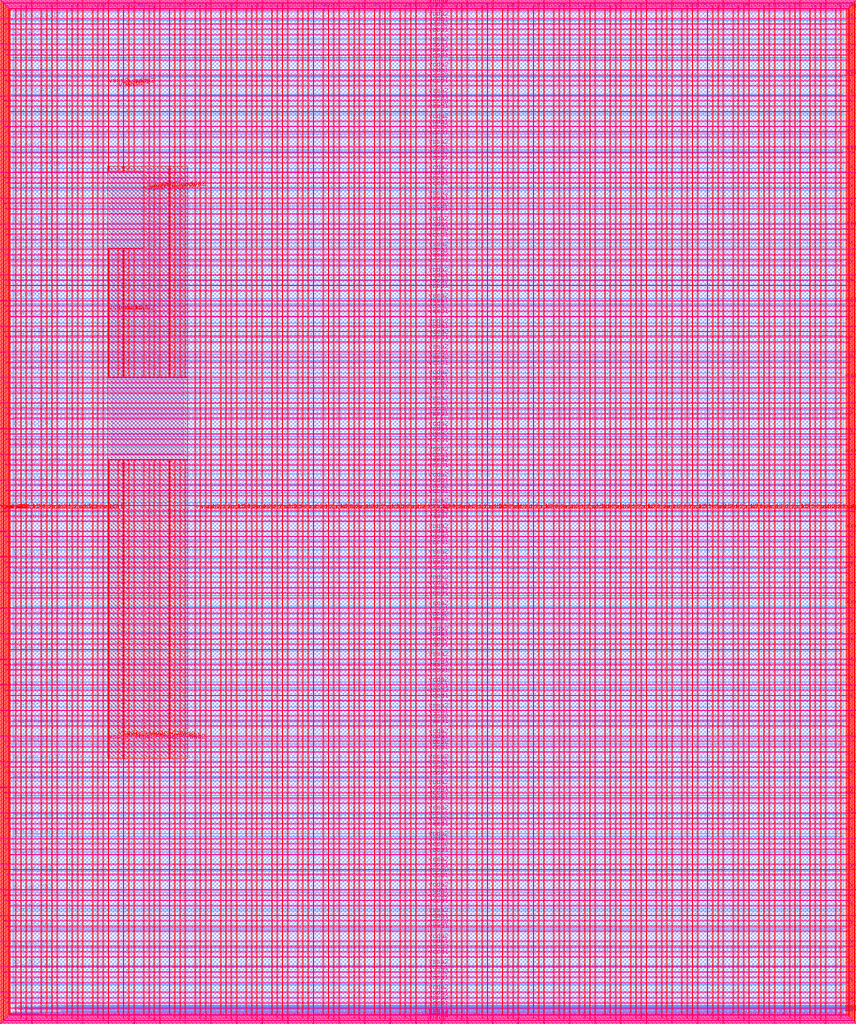
<source format=lef>
VERSION 5.7 ;
  NOWIREEXTENSIONATPIN ON ;
  DIVIDERCHAR "/" ;
  BUSBITCHARS "[]" ;
MACRO user_project_wrapper
  CLASS BLOCK ;
  FOREIGN user_project_wrapper ;
  ORIGIN 0.000 0.000 ;
  SIZE 2920.000 BY 3520.000 ;
  PIN analog_io[0]
    DIRECTION INOUT ;
    USE SIGNAL ;
    PORT
      LAYER met3 ;
        RECT 2917.600 1426.380 2924.800 1427.580 ;
    END
  END analog_io[0]
  PIN analog_io[10]
    DIRECTION INOUT ;
    USE SIGNAL ;
    PORT
      LAYER met2 ;
        RECT 2230.490 3517.600 2231.050 3524.800 ;
    END
  END analog_io[10]
  PIN analog_io[11]
    DIRECTION INOUT ;
    USE SIGNAL ;
    PORT
      LAYER met2 ;
        RECT 1905.730 3517.600 1906.290 3524.800 ;
    END
  END analog_io[11]
  PIN analog_io[12]
    DIRECTION INOUT ;
    USE SIGNAL ;
    PORT
      LAYER met2 ;
        RECT 1581.430 3517.600 1581.990 3524.800 ;
    END
  END analog_io[12]
  PIN analog_io[13]
    DIRECTION INOUT ;
    USE SIGNAL ;
    PORT
      LAYER met2 ;
        RECT 1257.130 3517.600 1257.690 3524.800 ;
    END
  END analog_io[13]
  PIN analog_io[14]
    DIRECTION INOUT ;
    USE SIGNAL ;
    PORT
      LAYER met2 ;
        RECT 932.370 3517.600 932.930 3524.800 ;
    END
  END analog_io[14]
  PIN analog_io[15]
    DIRECTION INOUT ;
    USE SIGNAL ;
    PORT
      LAYER met2 ;
        RECT 608.070 3517.600 608.630 3524.800 ;
    END
  END analog_io[15]
  PIN analog_io[16]
    DIRECTION INOUT ;
    USE SIGNAL ;
    PORT
      LAYER met2 ;
        RECT 283.770 3517.600 284.330 3524.800 ;
    END
  END analog_io[16]
  PIN analog_io[17]
    DIRECTION INOUT ;
    USE SIGNAL ;
    PORT
      LAYER met3 ;
        RECT -4.800 3486.100 2.400 3487.300 ;
    END
  END analog_io[17]
  PIN analog_io[18]
    DIRECTION INOUT ;
    USE SIGNAL ;
    PORT
      LAYER met3 ;
        RECT -4.800 3224.980 2.400 3226.180 ;
    END
  END analog_io[18]
  PIN analog_io[19]
    DIRECTION INOUT ;
    USE SIGNAL ;
    PORT
      LAYER met3 ;
        RECT -4.800 2964.540 2.400 2965.740 ;
    END
  END analog_io[19]
  PIN analog_io[1]
    DIRECTION INOUT ;
    USE SIGNAL ;
    PORT
      LAYER met3 ;
        RECT 2917.600 1692.260 2924.800 1693.460 ;
    END
  END analog_io[1]
  PIN analog_io[20]
    DIRECTION INOUT ;
    USE SIGNAL ;
    PORT
      LAYER met3 ;
        RECT -4.800 2703.420 2.400 2704.620 ;
    END
  END analog_io[20]
  PIN analog_io[21]
    DIRECTION INOUT ;
    USE SIGNAL ;
    PORT
      LAYER met3 ;
        RECT -4.800 2442.980 2.400 2444.180 ;
    END
  END analog_io[21]
  PIN analog_io[22]
    DIRECTION INOUT ;
    USE SIGNAL ;
    PORT
      LAYER met3 ;
        RECT -4.800 2182.540 2.400 2183.740 ;
    END
  END analog_io[22]
  PIN analog_io[23]
    DIRECTION INOUT ;
    USE SIGNAL ;
    PORT
      LAYER met3 ;
        RECT -4.800 1921.420 2.400 1922.620 ;
    END
  END analog_io[23]
  PIN analog_io[24]
    DIRECTION INOUT ;
    USE SIGNAL ;
    PORT
      LAYER met3 ;
        RECT -4.800 1660.980 2.400 1662.180 ;
    END
  END analog_io[24]
  PIN analog_io[25]
    DIRECTION INOUT ;
    USE SIGNAL ;
    PORT
      LAYER met3 ;
        RECT -4.800 1399.860 2.400 1401.060 ;
    END
  END analog_io[25]
  PIN analog_io[26]
    DIRECTION INOUT ;
    USE SIGNAL ;
    PORT
      LAYER met3 ;
        RECT -4.800 1139.420 2.400 1140.620 ;
    END
  END analog_io[26]
  PIN analog_io[27]
    DIRECTION INOUT ;
    USE SIGNAL ;
    PORT
      LAYER met3 ;
        RECT -4.800 878.980 2.400 880.180 ;
    END
  END analog_io[27]
  PIN analog_io[28]
    DIRECTION INOUT ;
    USE SIGNAL ;
    PORT
      LAYER met3 ;
        RECT -4.800 617.860 2.400 619.060 ;
    END
  END analog_io[28]
  PIN analog_io[2]
    DIRECTION INOUT ;
    USE SIGNAL ;
    PORT
      LAYER met3 ;
        RECT 2917.600 1958.140 2924.800 1959.340 ;
    END
  END analog_io[2]
  PIN analog_io[3]
    DIRECTION INOUT ;
    USE SIGNAL ;
    PORT
      LAYER met3 ;
        RECT 2917.600 2223.340 2924.800 2224.540 ;
    END
  END analog_io[3]
  PIN analog_io[4]
    DIRECTION INOUT ;
    USE SIGNAL ;
    PORT
      LAYER met3 ;
        RECT 2917.600 2489.220 2924.800 2490.420 ;
    END
  END analog_io[4]
  PIN analog_io[5]
    DIRECTION INOUT ;
    USE SIGNAL ;
    PORT
      LAYER met3 ;
        RECT 2917.600 2755.100 2924.800 2756.300 ;
    END
  END analog_io[5]
  PIN analog_io[6]
    DIRECTION INOUT ;
    USE SIGNAL ;
    PORT
      LAYER met3 ;
        RECT 2917.600 3020.300 2924.800 3021.500 ;
    END
  END analog_io[6]
  PIN analog_io[7]
    DIRECTION INOUT ;
    USE SIGNAL ;
    PORT
      LAYER met3 ;
        RECT 2917.600 3286.180 2924.800 3287.380 ;
    END
  END analog_io[7]
  PIN analog_io[8]
    DIRECTION INOUT ;
    USE SIGNAL ;
    PORT
      LAYER met2 ;
        RECT 2879.090 3517.600 2879.650 3524.800 ;
    END
  END analog_io[8]
  PIN analog_io[9]
    DIRECTION INOUT ;
    USE SIGNAL ;
    PORT
      LAYER met2 ;
        RECT 2554.790 3517.600 2555.350 3524.800 ;
    END
  END analog_io[9]
  PIN io_in[0]
    DIRECTION INPUT ;
    USE SIGNAL ;
    PORT
      LAYER met3 ;
        RECT 2917.600 32.380 2924.800 33.580 ;
    END
  END io_in[0]
  PIN io_in[10]
    DIRECTION INPUT ;
    USE SIGNAL ;
    PORT
      LAYER met3 ;
        RECT 2917.600 2289.980 2924.800 2291.180 ;
    END
  END io_in[10]
  PIN io_in[11]
    DIRECTION INPUT ;
    USE SIGNAL ;
    PORT
      LAYER met3 ;
        RECT 2917.600 2555.860 2924.800 2557.060 ;
    END
  END io_in[11]
  PIN io_in[12]
    DIRECTION INPUT ;
    USE SIGNAL ;
    PORT
      LAYER met3 ;
        RECT 2917.600 2821.060 2924.800 2822.260 ;
    END
  END io_in[12]
  PIN io_in[13]
    DIRECTION INPUT ;
    USE SIGNAL ;
    PORT
      LAYER met3 ;
        RECT 2917.600 3086.940 2924.800 3088.140 ;
    END
  END io_in[13]
  PIN io_in[14]
    DIRECTION INPUT ;
    USE SIGNAL ;
    PORT
      LAYER met3 ;
        RECT 2917.600 3352.820 2924.800 3354.020 ;
    END
  END io_in[14]
  PIN io_in[15]
    DIRECTION INPUT ;
    USE SIGNAL ;
    PORT
      LAYER met2 ;
        RECT 2798.130 3517.600 2798.690 3524.800 ;
    END
  END io_in[15]
  PIN io_in[16]
    DIRECTION INPUT ;
    USE SIGNAL ;
    PORT
      LAYER met2 ;
        RECT 2473.830 3517.600 2474.390 3524.800 ;
    END
  END io_in[16]
  PIN io_in[17]
    DIRECTION INPUT ;
    USE SIGNAL ;
    PORT
      LAYER met2 ;
        RECT 2149.070 3517.600 2149.630 3524.800 ;
    END
  END io_in[17]
  PIN io_in[18]
    DIRECTION INPUT ;
    USE SIGNAL ;
    PORT
      LAYER met2 ;
        RECT 1824.770 3517.600 1825.330 3524.800 ;
    END
  END io_in[18]
  PIN io_in[19]
    DIRECTION INPUT ;
    USE SIGNAL ;
    PORT
      LAYER met2 ;
        RECT 1500.470 3517.600 1501.030 3524.800 ;
    END
  END io_in[19]
  PIN io_in[1]
    DIRECTION INPUT ;
    USE SIGNAL ;
    PORT
      LAYER met3 ;
        RECT 2917.600 230.940 2924.800 232.140 ;
    END
  END io_in[1]
  PIN io_in[20]
    DIRECTION INPUT ;
    USE SIGNAL ;
    PORT
      LAYER met2 ;
        RECT 1175.710 3517.600 1176.270 3524.800 ;
    END
  END io_in[20]
  PIN io_in[21]
    DIRECTION INPUT ;
    USE SIGNAL ;
    PORT
      LAYER met2 ;
        RECT 851.410 3517.600 851.970 3524.800 ;
    END
  END io_in[21]
  PIN io_in[22]
    DIRECTION INPUT ;
    USE SIGNAL ;
    PORT
      LAYER met2 ;
        RECT 527.110 3517.600 527.670 3524.800 ;
    END
  END io_in[22]
  PIN io_in[23]
    DIRECTION INPUT ;
    USE SIGNAL ;
    PORT
      LAYER met2 ;
        RECT 202.350 3517.600 202.910 3524.800 ;
    END
  END io_in[23]
  PIN io_in[24]
    DIRECTION INPUT ;
    USE SIGNAL ;
    PORT
      LAYER met3 ;
        RECT -4.800 3420.820 2.400 3422.020 ;
    END
  END io_in[24]
  PIN io_in[25]
    DIRECTION INPUT ;
    USE SIGNAL ;
    PORT
      LAYER met3 ;
        RECT -4.800 3159.700 2.400 3160.900 ;
    END
  END io_in[25]
  PIN io_in[26]
    DIRECTION INPUT ;
    USE SIGNAL ;
    PORT
      LAYER met3 ;
        RECT -4.800 2899.260 2.400 2900.460 ;
    END
  END io_in[26]
  PIN io_in[27]
    DIRECTION INPUT ;
    USE SIGNAL ;
    PORT
      LAYER met3 ;
        RECT -4.800 2638.820 2.400 2640.020 ;
    END
  END io_in[27]
  PIN io_in[28]
    DIRECTION INPUT ;
    USE SIGNAL ;
    PORT
      LAYER met3 ;
        RECT -4.800 2377.700 2.400 2378.900 ;
    END
  END io_in[28]
  PIN io_in[29]
    DIRECTION INPUT ;
    USE SIGNAL ;
    PORT
      LAYER met3 ;
        RECT -4.800 2117.260 2.400 2118.460 ;
    END
  END io_in[29]
  PIN io_in[2]
    DIRECTION INPUT ;
    USE SIGNAL ;
    PORT
      LAYER met3 ;
        RECT 2917.600 430.180 2924.800 431.380 ;
    END
  END io_in[2]
  PIN io_in[30]
    DIRECTION INPUT ;
    USE SIGNAL ;
    PORT
      LAYER met3 ;
        RECT -4.800 1856.140 2.400 1857.340 ;
    END
  END io_in[30]
  PIN io_in[31]
    DIRECTION INPUT ;
    USE SIGNAL ;
    PORT
      LAYER met3 ;
        RECT -4.800 1595.700 2.400 1596.900 ;
    END
  END io_in[31]
  PIN io_in[32]
    DIRECTION INPUT ;
    USE SIGNAL ;
    PORT
      LAYER met3 ;
        RECT -4.800 1335.260 2.400 1336.460 ;
    END
  END io_in[32]
  PIN io_in[33]
    DIRECTION INPUT ;
    USE SIGNAL ;
    PORT
      LAYER met3 ;
        RECT -4.800 1074.140 2.400 1075.340 ;
    END
  END io_in[33]
  PIN io_in[34]
    DIRECTION INPUT ;
    USE SIGNAL ;
    PORT
      LAYER met3 ;
        RECT -4.800 813.700 2.400 814.900 ;
    END
  END io_in[34]
  PIN io_in[35]
    DIRECTION INPUT ;
    USE SIGNAL ;
    PORT
      LAYER met3 ;
        RECT -4.800 552.580 2.400 553.780 ;
    END
  END io_in[35]
  PIN io_in[36]
    DIRECTION INPUT ;
    USE SIGNAL ;
    PORT
      LAYER met3 ;
        RECT -4.800 357.420 2.400 358.620 ;
    END
  END io_in[36]
  PIN io_in[37]
    DIRECTION INPUT ;
    USE SIGNAL ;
    PORT
      LAYER met3 ;
        RECT -4.800 161.580 2.400 162.780 ;
    END
  END io_in[37]
  PIN io_in[3]
    DIRECTION INPUT ;
    USE SIGNAL ;
    PORT
      LAYER met3 ;
        RECT 2917.600 629.420 2924.800 630.620 ;
    END
  END io_in[3]
  PIN io_in[4]
    DIRECTION INPUT ;
    USE SIGNAL ;
    PORT
      LAYER met3 ;
        RECT 2917.600 828.660 2924.800 829.860 ;
    END
  END io_in[4]
  PIN io_in[5]
    DIRECTION INPUT ;
    USE SIGNAL ;
    PORT
      LAYER met3 ;
        RECT 2917.600 1027.900 2924.800 1029.100 ;
    END
  END io_in[5]
  PIN io_in[6]
    DIRECTION INPUT ;
    USE SIGNAL ;
    PORT
      LAYER met3 ;
        RECT 2917.600 1227.140 2924.800 1228.340 ;
    END
  END io_in[6]
  PIN io_in[7]
    DIRECTION INPUT ;
    USE SIGNAL ;
    PORT
      LAYER met3 ;
        RECT 2917.600 1493.020 2924.800 1494.220 ;
    END
  END io_in[7]
  PIN io_in[8]
    DIRECTION INPUT ;
    USE SIGNAL ;
    PORT
      LAYER met3 ;
        RECT 2917.600 1758.900 2924.800 1760.100 ;
    END
  END io_in[8]
  PIN io_in[9]
    DIRECTION INPUT ;
    USE SIGNAL ;
    PORT
      LAYER met3 ;
        RECT 2917.600 2024.100 2924.800 2025.300 ;
    END
  END io_in[9]
  PIN io_oeb[0]
    DIRECTION OUTPUT TRISTATE ;
    USE SIGNAL ;
    PORT
      LAYER met3 ;
        RECT 2917.600 164.980 2924.800 166.180 ;
    END
  END io_oeb[0]
  PIN io_oeb[10]
    DIRECTION OUTPUT TRISTATE ;
    USE SIGNAL ;
    PORT
      LAYER met3 ;
        RECT 2917.600 2422.580 2924.800 2423.780 ;
    END
  END io_oeb[10]
  PIN io_oeb[11]
    DIRECTION OUTPUT TRISTATE ;
    USE SIGNAL ;
    PORT
      LAYER met3 ;
        RECT 2917.600 2688.460 2924.800 2689.660 ;
    END
  END io_oeb[11]
  PIN io_oeb[12]
    DIRECTION OUTPUT TRISTATE ;
    USE SIGNAL ;
    PORT
      LAYER met3 ;
        RECT 2917.600 2954.340 2924.800 2955.540 ;
    END
  END io_oeb[12]
  PIN io_oeb[13]
    DIRECTION OUTPUT TRISTATE ;
    USE SIGNAL ;
    PORT
      LAYER met3 ;
        RECT 2917.600 3219.540 2924.800 3220.740 ;
    END
  END io_oeb[13]
  PIN io_oeb[14]
    DIRECTION OUTPUT TRISTATE ;
    USE SIGNAL ;
    PORT
      LAYER met3 ;
        RECT 2917.600 3485.420 2924.800 3486.620 ;
    END
  END io_oeb[14]
  PIN io_oeb[15]
    DIRECTION OUTPUT TRISTATE ;
    USE SIGNAL ;
    PORT
      LAYER met2 ;
        RECT 2635.750 3517.600 2636.310 3524.800 ;
    END
  END io_oeb[15]
  PIN io_oeb[16]
    DIRECTION OUTPUT TRISTATE ;
    USE SIGNAL ;
    PORT
      LAYER met2 ;
        RECT 2311.450 3517.600 2312.010 3524.800 ;
    END
  END io_oeb[16]
  PIN io_oeb[17]
    DIRECTION OUTPUT TRISTATE ;
    USE SIGNAL ;
    PORT
      LAYER met2 ;
        RECT 1987.150 3517.600 1987.710 3524.800 ;
    END
  END io_oeb[17]
  PIN io_oeb[18]
    DIRECTION OUTPUT TRISTATE ;
    USE SIGNAL ;
    PORT
      LAYER met2 ;
        RECT 1662.390 3517.600 1662.950 3524.800 ;
    END
  END io_oeb[18]
  PIN io_oeb[19]
    DIRECTION OUTPUT TRISTATE ;
    USE SIGNAL ;
    PORT
      LAYER met2 ;
        RECT 1338.090 3517.600 1338.650 3524.800 ;
    END
  END io_oeb[19]
  PIN io_oeb[1]
    DIRECTION OUTPUT TRISTATE ;
    USE SIGNAL ;
    PORT
      LAYER met3 ;
        RECT 2917.600 364.220 2924.800 365.420 ;
    END
  END io_oeb[1]
  PIN io_oeb[20]
    DIRECTION OUTPUT TRISTATE ;
    USE SIGNAL ;
    PORT
      LAYER met2 ;
        RECT 1013.790 3517.600 1014.350 3524.800 ;
    END
  END io_oeb[20]
  PIN io_oeb[21]
    DIRECTION OUTPUT TRISTATE ;
    USE SIGNAL ;
    PORT
      LAYER met2 ;
        RECT 689.030 3517.600 689.590 3524.800 ;
    END
  END io_oeb[21]
  PIN io_oeb[22]
    DIRECTION OUTPUT TRISTATE ;
    USE SIGNAL ;
    PORT
      LAYER met2 ;
        RECT 364.730 3517.600 365.290 3524.800 ;
    END
  END io_oeb[22]
  PIN io_oeb[23]
    DIRECTION OUTPUT TRISTATE ;
    USE SIGNAL ;
    PORT
      LAYER met2 ;
        RECT 40.430 3517.600 40.990 3524.800 ;
    END
  END io_oeb[23]
  PIN io_oeb[24]
    DIRECTION OUTPUT TRISTATE ;
    USE SIGNAL ;
    PORT
      LAYER met3 ;
        RECT -4.800 3290.260 2.400 3291.460 ;
    END
  END io_oeb[24]
  PIN io_oeb[25]
    DIRECTION OUTPUT TRISTATE ;
    USE SIGNAL ;
    PORT
      LAYER met3 ;
        RECT -4.800 3029.820 2.400 3031.020 ;
    END
  END io_oeb[25]
  PIN io_oeb[26]
    DIRECTION OUTPUT TRISTATE ;
    USE SIGNAL ;
    PORT
      LAYER met3 ;
        RECT -4.800 2768.700 2.400 2769.900 ;
    END
  END io_oeb[26]
  PIN io_oeb[27]
    DIRECTION OUTPUT TRISTATE ;
    USE SIGNAL ;
    PORT
      LAYER met3 ;
        RECT -4.800 2508.260 2.400 2509.460 ;
    END
  END io_oeb[27]
  PIN io_oeb[28]
    DIRECTION OUTPUT TRISTATE ;
    USE SIGNAL ;
    PORT
      LAYER met3 ;
        RECT -4.800 2247.140 2.400 2248.340 ;
    END
  END io_oeb[28]
  PIN io_oeb[29]
    DIRECTION OUTPUT TRISTATE ;
    USE SIGNAL ;
    PORT
      LAYER met3 ;
        RECT -4.800 1986.700 2.400 1987.900 ;
    END
  END io_oeb[29]
  PIN io_oeb[2]
    DIRECTION OUTPUT TRISTATE ;
    USE SIGNAL ;
    PORT
      LAYER met3 ;
        RECT 2917.600 563.460 2924.800 564.660 ;
    END
  END io_oeb[2]
  PIN io_oeb[30]
    DIRECTION OUTPUT TRISTATE ;
    USE SIGNAL ;
    PORT
      LAYER met3 ;
        RECT -4.800 1726.260 2.400 1727.460 ;
    END
  END io_oeb[30]
  PIN io_oeb[31]
    DIRECTION OUTPUT TRISTATE ;
    USE SIGNAL ;
    PORT
      LAYER met3 ;
        RECT -4.800 1465.140 2.400 1466.340 ;
    END
  END io_oeb[31]
  PIN io_oeb[32]
    DIRECTION OUTPUT TRISTATE ;
    USE SIGNAL ;
    PORT
      LAYER met3 ;
        RECT -4.800 1204.700 2.400 1205.900 ;
    END
  END io_oeb[32]
  PIN io_oeb[33]
    DIRECTION OUTPUT TRISTATE ;
    USE SIGNAL ;
    PORT
      LAYER met3 ;
        RECT -4.800 943.580 2.400 944.780 ;
    END
  END io_oeb[33]
  PIN io_oeb[34]
    DIRECTION OUTPUT TRISTATE ;
    USE SIGNAL ;
    PORT
      LAYER met3 ;
        RECT -4.800 683.140 2.400 684.340 ;
    END
  END io_oeb[34]
  PIN io_oeb[35]
    DIRECTION OUTPUT TRISTATE ;
    USE SIGNAL ;
    PORT
      LAYER met3 ;
        RECT -4.800 422.700 2.400 423.900 ;
    END
  END io_oeb[35]
  PIN io_oeb[36]
    DIRECTION OUTPUT TRISTATE ;
    USE SIGNAL ;
    PORT
      LAYER met3 ;
        RECT -4.800 226.860 2.400 228.060 ;
    END
  END io_oeb[36]
  PIN io_oeb[37]
    DIRECTION OUTPUT TRISTATE ;
    USE SIGNAL ;
    PORT
      LAYER met3 ;
        RECT -4.800 31.700 2.400 32.900 ;
    END
  END io_oeb[37]
  PIN io_oeb[3]
    DIRECTION OUTPUT TRISTATE ;
    USE SIGNAL ;
    PORT
      LAYER met3 ;
        RECT 2917.600 762.700 2924.800 763.900 ;
    END
  END io_oeb[3]
  PIN io_oeb[4]
    DIRECTION OUTPUT TRISTATE ;
    USE SIGNAL ;
    PORT
      LAYER met3 ;
        RECT 2917.600 961.940 2924.800 963.140 ;
    END
  END io_oeb[4]
  PIN io_oeb[5]
    DIRECTION OUTPUT TRISTATE ;
    USE SIGNAL ;
    PORT
      LAYER met3 ;
        RECT 2917.600 1161.180 2924.800 1162.380 ;
    END
  END io_oeb[5]
  PIN io_oeb[6]
    DIRECTION OUTPUT TRISTATE ;
    USE SIGNAL ;
    PORT
      LAYER met3 ;
        RECT 2917.600 1360.420 2924.800 1361.620 ;
    END
  END io_oeb[6]
  PIN io_oeb[7]
    DIRECTION OUTPUT TRISTATE ;
    USE SIGNAL ;
    PORT
      LAYER met3 ;
        RECT 2917.600 1625.620 2924.800 1626.820 ;
    END
  END io_oeb[7]
  PIN io_oeb[8]
    DIRECTION OUTPUT TRISTATE ;
    USE SIGNAL ;
    PORT
      LAYER met3 ;
        RECT 2917.600 1891.500 2924.800 1892.700 ;
    END
  END io_oeb[8]
  PIN io_oeb[9]
    DIRECTION OUTPUT TRISTATE ;
    USE SIGNAL ;
    PORT
      LAYER met3 ;
        RECT 2917.600 2157.380 2924.800 2158.580 ;
    END
  END io_oeb[9]
  PIN io_out[0]
    DIRECTION OUTPUT TRISTATE ;
    USE SIGNAL ;
    PORT
      LAYER met3 ;
        RECT 2917.600 98.340 2924.800 99.540 ;
    END
  END io_out[0]
  PIN io_out[10]
    DIRECTION OUTPUT TRISTATE ;
    USE SIGNAL ;
    PORT
      LAYER met3 ;
        RECT 2917.600 2356.620 2924.800 2357.820 ;
    END
  END io_out[10]
  PIN io_out[11]
    DIRECTION OUTPUT TRISTATE ;
    USE SIGNAL ;
    PORT
      LAYER met3 ;
        RECT 2917.600 2621.820 2924.800 2623.020 ;
    END
  END io_out[11]
  PIN io_out[12]
    DIRECTION OUTPUT TRISTATE ;
    USE SIGNAL ;
    PORT
      LAYER met3 ;
        RECT 2917.600 2887.700 2924.800 2888.900 ;
    END
  END io_out[12]
  PIN io_out[13]
    DIRECTION OUTPUT TRISTATE ;
    USE SIGNAL ;
    PORT
      LAYER met3 ;
        RECT 2917.600 3153.580 2924.800 3154.780 ;
    END
  END io_out[13]
  PIN io_out[14]
    DIRECTION OUTPUT TRISTATE ;
    USE SIGNAL ;
    PORT
      LAYER met3 ;
        RECT 2917.600 3418.780 2924.800 3419.980 ;
    END
  END io_out[14]
  PIN io_out[15]
    DIRECTION OUTPUT TRISTATE ;
    USE SIGNAL ;
    PORT
      LAYER met2 ;
        RECT 2717.170 3517.600 2717.730 3524.800 ;
    END
  END io_out[15]
  PIN io_out[16]
    DIRECTION OUTPUT TRISTATE ;
    USE SIGNAL ;
    PORT
      LAYER met2 ;
        RECT 2392.410 3517.600 2392.970 3524.800 ;
    END
  END io_out[16]
  PIN io_out[17]
    DIRECTION OUTPUT TRISTATE ;
    USE SIGNAL ;
    PORT
      LAYER met2 ;
        RECT 2068.110 3517.600 2068.670 3524.800 ;
    END
  END io_out[17]
  PIN io_out[18]
    DIRECTION OUTPUT TRISTATE ;
    USE SIGNAL ;
    PORT
      LAYER met2 ;
        RECT 1743.810 3517.600 1744.370 3524.800 ;
    END
  END io_out[18]
  PIN io_out[19]
    DIRECTION OUTPUT TRISTATE ;
    USE SIGNAL ;
    PORT
      LAYER met2 ;
        RECT 1419.050 3517.600 1419.610 3524.800 ;
    END
  END io_out[19]
  PIN io_out[1]
    DIRECTION OUTPUT TRISTATE ;
    USE SIGNAL ;
    PORT
      LAYER met3 ;
        RECT 2917.600 297.580 2924.800 298.780 ;
    END
  END io_out[1]
  PIN io_out[20]
    DIRECTION OUTPUT TRISTATE ;
    USE SIGNAL ;
    PORT
      LAYER met2 ;
        RECT 1094.750 3517.600 1095.310 3524.800 ;
    END
  END io_out[20]
  PIN io_out[21]
    DIRECTION OUTPUT TRISTATE ;
    USE SIGNAL ;
    PORT
      LAYER met2 ;
        RECT 770.450 3517.600 771.010 3524.800 ;
    END
  END io_out[21]
  PIN io_out[22]
    DIRECTION OUTPUT TRISTATE ;
    USE SIGNAL ;
    PORT
      LAYER met2 ;
        RECT 445.690 3517.600 446.250 3524.800 ;
    END
  END io_out[22]
  PIN io_out[23]
    DIRECTION OUTPUT TRISTATE ;
    USE SIGNAL ;
    PORT
      LAYER met2 ;
        RECT 121.390 3517.600 121.950 3524.800 ;
    END
  END io_out[23]
  PIN io_out[24]
    DIRECTION OUTPUT TRISTATE ;
    USE SIGNAL ;
    PORT
      LAYER met3 ;
        RECT -4.800 3355.540 2.400 3356.740 ;
    END
  END io_out[24]
  PIN io_out[25]
    DIRECTION OUTPUT TRISTATE ;
    USE SIGNAL ;
    PORT
      LAYER met3 ;
        RECT -4.800 3095.100 2.400 3096.300 ;
    END
  END io_out[25]
  PIN io_out[26]
    DIRECTION OUTPUT TRISTATE ;
    USE SIGNAL ;
    PORT
      LAYER met3 ;
        RECT -4.800 2833.980 2.400 2835.180 ;
    END
  END io_out[26]
  PIN io_out[27]
    DIRECTION OUTPUT TRISTATE ;
    USE SIGNAL ;
    PORT
      LAYER met3 ;
        RECT -4.800 2573.540 2.400 2574.740 ;
    END
  END io_out[27]
  PIN io_out[28]
    DIRECTION OUTPUT TRISTATE ;
    USE SIGNAL ;
    PORT
      LAYER met3 ;
        RECT -4.800 2312.420 2.400 2313.620 ;
    END
  END io_out[28]
  PIN io_out[29]
    DIRECTION OUTPUT TRISTATE ;
    USE SIGNAL ;
    PORT
      LAYER met3 ;
        RECT -4.800 2051.980 2.400 2053.180 ;
    END
  END io_out[29]
  PIN io_out[2]
    DIRECTION OUTPUT TRISTATE ;
    USE SIGNAL ;
    PORT
      LAYER met3 ;
        RECT 2917.600 496.820 2924.800 498.020 ;
    END
  END io_out[2]
  PIN io_out[30]
    DIRECTION OUTPUT TRISTATE ;
    USE SIGNAL ;
    PORT
      LAYER met3 ;
        RECT -4.800 1791.540 2.400 1792.740 ;
    END
  END io_out[30]
  PIN io_out[31]
    DIRECTION OUTPUT TRISTATE ;
    USE SIGNAL ;
    PORT
      LAYER met3 ;
        RECT -4.800 1530.420 2.400 1531.620 ;
    END
  END io_out[31]
  PIN io_out[32]
    DIRECTION OUTPUT TRISTATE ;
    USE SIGNAL ;
    PORT
      LAYER met3 ;
        RECT -4.800 1269.980 2.400 1271.180 ;
    END
  END io_out[32]
  PIN io_out[33]
    DIRECTION OUTPUT TRISTATE ;
    USE SIGNAL ;
    PORT
      LAYER met3 ;
        RECT -4.800 1008.860 2.400 1010.060 ;
    END
  END io_out[33]
  PIN io_out[34]
    DIRECTION OUTPUT TRISTATE ;
    USE SIGNAL ;
    PORT
      LAYER met3 ;
        RECT -4.800 748.420 2.400 749.620 ;
    END
  END io_out[34]
  PIN io_out[35]
    DIRECTION OUTPUT TRISTATE ;
    USE SIGNAL ;
    PORT
      LAYER met3 ;
        RECT -4.800 487.300 2.400 488.500 ;
    END
  END io_out[35]
  PIN io_out[36]
    DIRECTION OUTPUT TRISTATE ;
    USE SIGNAL ;
    PORT
      LAYER met3 ;
        RECT -4.800 292.140 2.400 293.340 ;
    END
  END io_out[36]
  PIN io_out[37]
    DIRECTION OUTPUT TRISTATE ;
    USE SIGNAL ;
    PORT
      LAYER met3 ;
        RECT -4.800 96.300 2.400 97.500 ;
    END
  END io_out[37]
  PIN io_out[3]
    DIRECTION OUTPUT TRISTATE ;
    USE SIGNAL ;
    PORT
      LAYER met3 ;
        RECT 2917.600 696.060 2924.800 697.260 ;
    END
  END io_out[3]
  PIN io_out[4]
    DIRECTION OUTPUT TRISTATE ;
    USE SIGNAL ;
    PORT
      LAYER met3 ;
        RECT 2917.600 895.300 2924.800 896.500 ;
    END
  END io_out[4]
  PIN io_out[5]
    DIRECTION OUTPUT TRISTATE ;
    USE SIGNAL ;
    PORT
      LAYER met3 ;
        RECT 2917.600 1094.540 2924.800 1095.740 ;
    END
  END io_out[5]
  PIN io_out[6]
    DIRECTION OUTPUT TRISTATE ;
    USE SIGNAL ;
    PORT
      LAYER met3 ;
        RECT 2917.600 1293.780 2924.800 1294.980 ;
    END
  END io_out[6]
  PIN io_out[7]
    DIRECTION OUTPUT TRISTATE ;
    USE SIGNAL ;
    PORT
      LAYER met3 ;
        RECT 2917.600 1559.660 2924.800 1560.860 ;
    END
  END io_out[7]
  PIN io_out[8]
    DIRECTION OUTPUT TRISTATE ;
    USE SIGNAL ;
    PORT
      LAYER met3 ;
        RECT 2917.600 1824.860 2924.800 1826.060 ;
    END
  END io_out[8]
  PIN io_out[9]
    DIRECTION OUTPUT TRISTATE ;
    USE SIGNAL ;
    PORT
      LAYER met3 ;
        RECT 2917.600 2090.740 2924.800 2091.940 ;
    END
  END io_out[9]
  PIN la_data_in[0]
    DIRECTION INPUT ;
    USE SIGNAL ;
    PORT
      LAYER met2 ;
        RECT 629.230 -4.800 629.790 2.400 ;
    END
  END la_data_in[0]
  PIN la_data_in[100]
    DIRECTION INPUT ;
    USE SIGNAL ;
    PORT
      LAYER met2 ;
        RECT 2402.530 -4.800 2403.090 2.400 ;
    END
  END la_data_in[100]
  PIN la_data_in[101]
    DIRECTION INPUT ;
    USE SIGNAL ;
    PORT
      LAYER met2 ;
        RECT 2420.010 -4.800 2420.570 2.400 ;
    END
  END la_data_in[101]
  PIN la_data_in[102]
    DIRECTION INPUT ;
    USE SIGNAL ;
    PORT
      LAYER met2 ;
        RECT 2437.950 -4.800 2438.510 2.400 ;
    END
  END la_data_in[102]
  PIN la_data_in[103]
    DIRECTION INPUT ;
    USE SIGNAL ;
    PORT
      LAYER met2 ;
        RECT 2455.430 -4.800 2455.990 2.400 ;
    END
  END la_data_in[103]
  PIN la_data_in[104]
    DIRECTION INPUT ;
    USE SIGNAL ;
    PORT
      LAYER met2 ;
        RECT 2473.370 -4.800 2473.930 2.400 ;
    END
  END la_data_in[104]
  PIN la_data_in[105]
    DIRECTION INPUT ;
    USE SIGNAL ;
    PORT
      LAYER met2 ;
        RECT 2490.850 -4.800 2491.410 2.400 ;
    END
  END la_data_in[105]
  PIN la_data_in[106]
    DIRECTION INPUT ;
    USE SIGNAL ;
    PORT
      LAYER met2 ;
        RECT 2508.790 -4.800 2509.350 2.400 ;
    END
  END la_data_in[106]
  PIN la_data_in[107]
    DIRECTION INPUT ;
    USE SIGNAL ;
    PORT
      LAYER met2 ;
        RECT 2526.730 -4.800 2527.290 2.400 ;
    END
  END la_data_in[107]
  PIN la_data_in[108]
    DIRECTION INPUT ;
    USE SIGNAL ;
    PORT
      LAYER met2 ;
        RECT 2544.210 -4.800 2544.770 2.400 ;
    END
  END la_data_in[108]
  PIN la_data_in[109]
    DIRECTION INPUT ;
    USE SIGNAL ;
    PORT
      LAYER met2 ;
        RECT 2562.150 -4.800 2562.710 2.400 ;
    END
  END la_data_in[109]
  PIN la_data_in[10]
    DIRECTION INPUT ;
    USE SIGNAL ;
    PORT
      LAYER met2 ;
        RECT 806.330 -4.800 806.890 2.400 ;
    END
  END la_data_in[10]
  PIN la_data_in[110]
    DIRECTION INPUT ;
    USE SIGNAL ;
    PORT
      LAYER met2 ;
        RECT 2579.630 -4.800 2580.190 2.400 ;
    END
  END la_data_in[110]
  PIN la_data_in[111]
    DIRECTION INPUT ;
    USE SIGNAL ;
    PORT
      LAYER met2 ;
        RECT 2597.570 -4.800 2598.130 2.400 ;
    END
  END la_data_in[111]
  PIN la_data_in[112]
    DIRECTION INPUT ;
    USE SIGNAL ;
    PORT
      LAYER met2 ;
        RECT 2615.050 -4.800 2615.610 2.400 ;
    END
  END la_data_in[112]
  PIN la_data_in[113]
    DIRECTION INPUT ;
    USE SIGNAL ;
    PORT
      LAYER met2 ;
        RECT 2632.990 -4.800 2633.550 2.400 ;
    END
  END la_data_in[113]
  PIN la_data_in[114]
    DIRECTION INPUT ;
    USE SIGNAL ;
    PORT
      LAYER met2 ;
        RECT 2650.470 -4.800 2651.030 2.400 ;
    END
  END la_data_in[114]
  PIN la_data_in[115]
    DIRECTION INPUT ;
    USE SIGNAL ;
    PORT
      LAYER met2 ;
        RECT 2668.410 -4.800 2668.970 2.400 ;
    END
  END la_data_in[115]
  PIN la_data_in[116]
    DIRECTION INPUT ;
    USE SIGNAL ;
    PORT
      LAYER met2 ;
        RECT 2685.890 -4.800 2686.450 2.400 ;
    END
  END la_data_in[116]
  PIN la_data_in[117]
    DIRECTION INPUT ;
    USE SIGNAL ;
    PORT
      LAYER met2 ;
        RECT 2703.830 -4.800 2704.390 2.400 ;
    END
  END la_data_in[117]
  PIN la_data_in[118]
    DIRECTION INPUT ;
    USE SIGNAL ;
    PORT
      LAYER met2 ;
        RECT 2721.770 -4.800 2722.330 2.400 ;
    END
  END la_data_in[118]
  PIN la_data_in[119]
    DIRECTION INPUT ;
    USE SIGNAL ;
    PORT
      LAYER met2 ;
        RECT 2739.250 -4.800 2739.810 2.400 ;
    END
  END la_data_in[119]
  PIN la_data_in[11]
    DIRECTION INPUT ;
    USE SIGNAL ;
    PORT
      LAYER met2 ;
        RECT 824.270 -4.800 824.830 2.400 ;
    END
  END la_data_in[11]
  PIN la_data_in[120]
    DIRECTION INPUT ;
    USE SIGNAL ;
    PORT
      LAYER met2 ;
        RECT 2757.190 -4.800 2757.750 2.400 ;
    END
  END la_data_in[120]
  PIN la_data_in[121]
    DIRECTION INPUT ;
    USE SIGNAL ;
    PORT
      LAYER met2 ;
        RECT 2774.670 -4.800 2775.230 2.400 ;
    END
  END la_data_in[121]
  PIN la_data_in[122]
    DIRECTION INPUT ;
    USE SIGNAL ;
    PORT
      LAYER met2 ;
        RECT 2792.610 -4.800 2793.170 2.400 ;
    END
  END la_data_in[122]
  PIN la_data_in[123]
    DIRECTION INPUT ;
    USE SIGNAL ;
    PORT
      LAYER met2 ;
        RECT 2810.090 -4.800 2810.650 2.400 ;
    END
  END la_data_in[123]
  PIN la_data_in[124]
    DIRECTION INPUT ;
    USE SIGNAL ;
    PORT
      LAYER met2 ;
        RECT 2828.030 -4.800 2828.590 2.400 ;
    END
  END la_data_in[124]
  PIN la_data_in[125]
    DIRECTION INPUT ;
    USE SIGNAL ;
    PORT
      LAYER met2 ;
        RECT 2845.510 -4.800 2846.070 2.400 ;
    END
  END la_data_in[125]
  PIN la_data_in[126]
    DIRECTION INPUT ;
    USE SIGNAL ;
    PORT
      LAYER met2 ;
        RECT 2863.450 -4.800 2864.010 2.400 ;
    END
  END la_data_in[126]
  PIN la_data_in[127]
    DIRECTION INPUT ;
    USE SIGNAL ;
    PORT
      LAYER met2 ;
        RECT 2881.390 -4.800 2881.950 2.400 ;
    END
  END la_data_in[127]
  PIN la_data_in[12]
    DIRECTION INPUT ;
    USE SIGNAL ;
    PORT
      LAYER met2 ;
        RECT 841.750 -4.800 842.310 2.400 ;
    END
  END la_data_in[12]
  PIN la_data_in[13]
    DIRECTION INPUT ;
    USE SIGNAL ;
    PORT
      LAYER met2 ;
        RECT 859.690 -4.800 860.250 2.400 ;
    END
  END la_data_in[13]
  PIN la_data_in[14]
    DIRECTION INPUT ;
    USE SIGNAL ;
    PORT
      LAYER met2 ;
        RECT 877.170 -4.800 877.730 2.400 ;
    END
  END la_data_in[14]
  PIN la_data_in[15]
    DIRECTION INPUT ;
    USE SIGNAL ;
    PORT
      LAYER met2 ;
        RECT 895.110 -4.800 895.670 2.400 ;
    END
  END la_data_in[15]
  PIN la_data_in[16]
    DIRECTION INPUT ;
    USE SIGNAL ;
    PORT
      LAYER met2 ;
        RECT 912.590 -4.800 913.150 2.400 ;
    END
  END la_data_in[16]
  PIN la_data_in[17]
    DIRECTION INPUT ;
    USE SIGNAL ;
    PORT
      LAYER met2 ;
        RECT 930.530 -4.800 931.090 2.400 ;
    END
  END la_data_in[17]
  PIN la_data_in[18]
    DIRECTION INPUT ;
    USE SIGNAL ;
    PORT
      LAYER met2 ;
        RECT 948.470 -4.800 949.030 2.400 ;
    END
  END la_data_in[18]
  PIN la_data_in[19]
    DIRECTION INPUT ;
    USE SIGNAL ;
    PORT
      LAYER met2 ;
        RECT 965.950 -4.800 966.510 2.400 ;
    END
  END la_data_in[19]
  PIN la_data_in[1]
    DIRECTION INPUT ;
    USE SIGNAL ;
    PORT
      LAYER met2 ;
        RECT 646.710 -4.800 647.270 2.400 ;
    END
  END la_data_in[1]
  PIN la_data_in[20]
    DIRECTION INPUT ;
    USE SIGNAL ;
    PORT
      LAYER met2 ;
        RECT 983.890 -4.800 984.450 2.400 ;
    END
  END la_data_in[20]
  PIN la_data_in[21]
    DIRECTION INPUT ;
    USE SIGNAL ;
    PORT
      LAYER met2 ;
        RECT 1001.370 -4.800 1001.930 2.400 ;
    END
  END la_data_in[21]
  PIN la_data_in[22]
    DIRECTION INPUT ;
    USE SIGNAL ;
    PORT
      LAYER met2 ;
        RECT 1019.310 -4.800 1019.870 2.400 ;
    END
  END la_data_in[22]
  PIN la_data_in[23]
    DIRECTION INPUT ;
    USE SIGNAL ;
    PORT
      LAYER met2 ;
        RECT 1036.790 -4.800 1037.350 2.400 ;
    END
  END la_data_in[23]
  PIN la_data_in[24]
    DIRECTION INPUT ;
    USE SIGNAL ;
    PORT
      LAYER met2 ;
        RECT 1054.730 -4.800 1055.290 2.400 ;
    END
  END la_data_in[24]
  PIN la_data_in[25]
    DIRECTION INPUT ;
    USE SIGNAL ;
    PORT
      LAYER met2 ;
        RECT 1072.210 -4.800 1072.770 2.400 ;
    END
  END la_data_in[25]
  PIN la_data_in[26]
    DIRECTION INPUT ;
    USE SIGNAL ;
    PORT
      LAYER met2 ;
        RECT 1090.150 -4.800 1090.710 2.400 ;
    END
  END la_data_in[26]
  PIN la_data_in[27]
    DIRECTION INPUT ;
    USE SIGNAL ;
    PORT
      LAYER met2 ;
        RECT 1107.630 -4.800 1108.190 2.400 ;
    END
  END la_data_in[27]
  PIN la_data_in[28]
    DIRECTION INPUT ;
    USE SIGNAL ;
    PORT
      LAYER met2 ;
        RECT 1125.570 -4.800 1126.130 2.400 ;
    END
  END la_data_in[28]
  PIN la_data_in[29]
    DIRECTION INPUT ;
    USE SIGNAL ;
    PORT
      LAYER met2 ;
        RECT 1143.510 -4.800 1144.070 2.400 ;
    END
  END la_data_in[29]
  PIN la_data_in[2]
    DIRECTION INPUT ;
    USE SIGNAL ;
    PORT
      LAYER met2 ;
        RECT 664.650 -4.800 665.210 2.400 ;
    END
  END la_data_in[2]
  PIN la_data_in[30]
    DIRECTION INPUT ;
    USE SIGNAL ;
    PORT
      LAYER met2 ;
        RECT 1160.990 -4.800 1161.550 2.400 ;
    END
  END la_data_in[30]
  PIN la_data_in[31]
    DIRECTION INPUT ;
    USE SIGNAL ;
    PORT
      LAYER met2 ;
        RECT 1178.930 -4.800 1179.490 2.400 ;
    END
  END la_data_in[31]
  PIN la_data_in[32]
    DIRECTION INPUT ;
    USE SIGNAL ;
    PORT
      LAYER met2 ;
        RECT 1196.410 -4.800 1196.970 2.400 ;
    END
  END la_data_in[32]
  PIN la_data_in[33]
    DIRECTION INPUT ;
    USE SIGNAL ;
    PORT
      LAYER met2 ;
        RECT 1214.350 -4.800 1214.910 2.400 ;
    END
  END la_data_in[33]
  PIN la_data_in[34]
    DIRECTION INPUT ;
    USE SIGNAL ;
    PORT
      LAYER met2 ;
        RECT 1231.830 -4.800 1232.390 2.400 ;
    END
  END la_data_in[34]
  PIN la_data_in[35]
    DIRECTION INPUT ;
    USE SIGNAL ;
    PORT
      LAYER met2 ;
        RECT 1249.770 -4.800 1250.330 2.400 ;
    END
  END la_data_in[35]
  PIN la_data_in[36]
    DIRECTION INPUT ;
    USE SIGNAL ;
    PORT
      LAYER met2 ;
        RECT 1267.250 -4.800 1267.810 2.400 ;
    END
  END la_data_in[36]
  PIN la_data_in[37]
    DIRECTION INPUT ;
    USE SIGNAL ;
    PORT
      LAYER met2 ;
        RECT 1285.190 -4.800 1285.750 2.400 ;
    END
  END la_data_in[37]
  PIN la_data_in[38]
    DIRECTION INPUT ;
    USE SIGNAL ;
    PORT
      LAYER met2 ;
        RECT 1303.130 -4.800 1303.690 2.400 ;
    END
  END la_data_in[38]
  PIN la_data_in[39]
    DIRECTION INPUT ;
    USE SIGNAL ;
    PORT
      LAYER met2 ;
        RECT 1320.610 -4.800 1321.170 2.400 ;
    END
  END la_data_in[39]
  PIN la_data_in[3]
    DIRECTION INPUT ;
    USE SIGNAL ;
    PORT
      LAYER met2 ;
        RECT 682.130 -4.800 682.690 2.400 ;
    END
  END la_data_in[3]
  PIN la_data_in[40]
    DIRECTION INPUT ;
    USE SIGNAL ;
    PORT
      LAYER met2 ;
        RECT 1338.550 -4.800 1339.110 2.400 ;
    END
  END la_data_in[40]
  PIN la_data_in[41]
    DIRECTION INPUT ;
    USE SIGNAL ;
    PORT
      LAYER met2 ;
        RECT 1356.030 -4.800 1356.590 2.400 ;
    END
  END la_data_in[41]
  PIN la_data_in[42]
    DIRECTION INPUT ;
    USE SIGNAL ;
    PORT
      LAYER met2 ;
        RECT 1373.970 -4.800 1374.530 2.400 ;
    END
  END la_data_in[42]
  PIN la_data_in[43]
    DIRECTION INPUT ;
    USE SIGNAL ;
    PORT
      LAYER met2 ;
        RECT 1391.450 -4.800 1392.010 2.400 ;
    END
  END la_data_in[43]
  PIN la_data_in[44]
    DIRECTION INPUT ;
    USE SIGNAL ;
    PORT
      LAYER met2 ;
        RECT 1409.390 -4.800 1409.950 2.400 ;
    END
  END la_data_in[44]
  PIN la_data_in[45]
    DIRECTION INPUT ;
    USE SIGNAL ;
    PORT
      LAYER met2 ;
        RECT 1426.870 -4.800 1427.430 2.400 ;
    END
  END la_data_in[45]
  PIN la_data_in[46]
    DIRECTION INPUT ;
    USE SIGNAL ;
    PORT
      LAYER met2 ;
        RECT 1444.810 -4.800 1445.370 2.400 ;
    END
  END la_data_in[46]
  PIN la_data_in[47]
    DIRECTION INPUT ;
    USE SIGNAL ;
    PORT
      LAYER met2 ;
        RECT 1462.750 -4.800 1463.310 2.400 ;
    END
  END la_data_in[47]
  PIN la_data_in[48]
    DIRECTION INPUT ;
    USE SIGNAL ;
    PORT
      LAYER met2 ;
        RECT 1480.230 -4.800 1480.790 2.400 ;
    END
  END la_data_in[48]
  PIN la_data_in[49]
    DIRECTION INPUT ;
    USE SIGNAL ;
    PORT
      LAYER met2 ;
        RECT 1498.170 -4.800 1498.730 2.400 ;
    END
  END la_data_in[49]
  PIN la_data_in[4]
    DIRECTION INPUT ;
    USE SIGNAL ;
    PORT
      LAYER met2 ;
        RECT 700.070 -4.800 700.630 2.400 ;
    END
  END la_data_in[4]
  PIN la_data_in[50]
    DIRECTION INPUT ;
    USE SIGNAL ;
    PORT
      LAYER met2 ;
        RECT 1515.650 -4.800 1516.210 2.400 ;
    END
  END la_data_in[50]
  PIN la_data_in[51]
    DIRECTION INPUT ;
    USE SIGNAL ;
    PORT
      LAYER met2 ;
        RECT 1533.590 -4.800 1534.150 2.400 ;
    END
  END la_data_in[51]
  PIN la_data_in[52]
    DIRECTION INPUT ;
    USE SIGNAL ;
    PORT
      LAYER met2 ;
        RECT 1551.070 -4.800 1551.630 2.400 ;
    END
  END la_data_in[52]
  PIN la_data_in[53]
    DIRECTION INPUT ;
    USE SIGNAL ;
    PORT
      LAYER met2 ;
        RECT 1569.010 -4.800 1569.570 2.400 ;
    END
  END la_data_in[53]
  PIN la_data_in[54]
    DIRECTION INPUT ;
    USE SIGNAL ;
    PORT
      LAYER met2 ;
        RECT 1586.490 -4.800 1587.050 2.400 ;
    END
  END la_data_in[54]
  PIN la_data_in[55]
    DIRECTION INPUT ;
    USE SIGNAL ;
    PORT
      LAYER met2 ;
        RECT 1604.430 -4.800 1604.990 2.400 ;
    END
  END la_data_in[55]
  PIN la_data_in[56]
    DIRECTION INPUT ;
    USE SIGNAL ;
    PORT
      LAYER met2 ;
        RECT 1621.910 -4.800 1622.470 2.400 ;
    END
  END la_data_in[56]
  PIN la_data_in[57]
    DIRECTION INPUT ;
    USE SIGNAL ;
    PORT
      LAYER met2 ;
        RECT 1639.850 -4.800 1640.410 2.400 ;
    END
  END la_data_in[57]
  PIN la_data_in[58]
    DIRECTION INPUT ;
    USE SIGNAL ;
    PORT
      LAYER met2 ;
        RECT 1657.790 -4.800 1658.350 2.400 ;
    END
  END la_data_in[58]
  PIN la_data_in[59]
    DIRECTION INPUT ;
    USE SIGNAL ;
    PORT
      LAYER met2 ;
        RECT 1675.270 -4.800 1675.830 2.400 ;
    END
  END la_data_in[59]
  PIN la_data_in[5]
    DIRECTION INPUT ;
    USE SIGNAL ;
    PORT
      LAYER met2 ;
        RECT 717.550 -4.800 718.110 2.400 ;
    END
  END la_data_in[5]
  PIN la_data_in[60]
    DIRECTION INPUT ;
    USE SIGNAL ;
    PORT
      LAYER met2 ;
        RECT 1693.210 -4.800 1693.770 2.400 ;
    END
  END la_data_in[60]
  PIN la_data_in[61]
    DIRECTION INPUT ;
    USE SIGNAL ;
    PORT
      LAYER met2 ;
        RECT 1710.690 -4.800 1711.250 2.400 ;
    END
  END la_data_in[61]
  PIN la_data_in[62]
    DIRECTION INPUT ;
    USE SIGNAL ;
    PORT
      LAYER met2 ;
        RECT 1728.630 -4.800 1729.190 2.400 ;
    END
  END la_data_in[62]
  PIN la_data_in[63]
    DIRECTION INPUT ;
    USE SIGNAL ;
    PORT
      LAYER met2 ;
        RECT 1746.110 -4.800 1746.670 2.400 ;
    END
  END la_data_in[63]
  PIN la_data_in[64]
    DIRECTION INPUT ;
    USE SIGNAL ;
    PORT
      LAYER met2 ;
        RECT 1764.050 -4.800 1764.610 2.400 ;
    END
  END la_data_in[64]
  PIN la_data_in[65]
    DIRECTION INPUT ;
    USE SIGNAL ;
    PORT
      LAYER met2 ;
        RECT 1781.530 -4.800 1782.090 2.400 ;
    END
  END la_data_in[65]
  PIN la_data_in[66]
    DIRECTION INPUT ;
    USE SIGNAL ;
    PORT
      LAYER met2 ;
        RECT 1799.470 -4.800 1800.030 2.400 ;
    END
  END la_data_in[66]
  PIN la_data_in[67]
    DIRECTION INPUT ;
    USE SIGNAL ;
    PORT
      LAYER met2 ;
        RECT 1817.410 -4.800 1817.970 2.400 ;
    END
  END la_data_in[67]
  PIN la_data_in[68]
    DIRECTION INPUT ;
    USE SIGNAL ;
    PORT
      LAYER met2 ;
        RECT 1834.890 -4.800 1835.450 2.400 ;
    END
  END la_data_in[68]
  PIN la_data_in[69]
    DIRECTION INPUT ;
    USE SIGNAL ;
    PORT
      LAYER met2 ;
        RECT 1852.830 -4.800 1853.390 2.400 ;
    END
  END la_data_in[69]
  PIN la_data_in[6]
    DIRECTION INPUT ;
    USE SIGNAL ;
    PORT
      LAYER met2 ;
        RECT 735.490 -4.800 736.050 2.400 ;
    END
  END la_data_in[6]
  PIN la_data_in[70]
    DIRECTION INPUT ;
    USE SIGNAL ;
    PORT
      LAYER met2 ;
        RECT 1870.310 -4.800 1870.870 2.400 ;
    END
  END la_data_in[70]
  PIN la_data_in[71]
    DIRECTION INPUT ;
    USE SIGNAL ;
    PORT
      LAYER met2 ;
        RECT 1888.250 -4.800 1888.810 2.400 ;
    END
  END la_data_in[71]
  PIN la_data_in[72]
    DIRECTION INPUT ;
    USE SIGNAL ;
    PORT
      LAYER met2 ;
        RECT 1905.730 -4.800 1906.290 2.400 ;
    END
  END la_data_in[72]
  PIN la_data_in[73]
    DIRECTION INPUT ;
    USE SIGNAL ;
    PORT
      LAYER met2 ;
        RECT 1923.670 -4.800 1924.230 2.400 ;
    END
  END la_data_in[73]
  PIN la_data_in[74]
    DIRECTION INPUT ;
    USE SIGNAL ;
    PORT
      LAYER met2 ;
        RECT 1941.150 -4.800 1941.710 2.400 ;
    END
  END la_data_in[74]
  PIN la_data_in[75]
    DIRECTION INPUT ;
    USE SIGNAL ;
    PORT
      LAYER met2 ;
        RECT 1959.090 -4.800 1959.650 2.400 ;
    END
  END la_data_in[75]
  PIN la_data_in[76]
    DIRECTION INPUT ;
    USE SIGNAL ;
    PORT
      LAYER met2 ;
        RECT 1976.570 -4.800 1977.130 2.400 ;
    END
  END la_data_in[76]
  PIN la_data_in[77]
    DIRECTION INPUT ;
    USE SIGNAL ;
    PORT
      LAYER met2 ;
        RECT 1994.510 -4.800 1995.070 2.400 ;
    END
  END la_data_in[77]
  PIN la_data_in[78]
    DIRECTION INPUT ;
    USE SIGNAL ;
    PORT
      LAYER met2 ;
        RECT 2012.450 -4.800 2013.010 2.400 ;
    END
  END la_data_in[78]
  PIN la_data_in[79]
    DIRECTION INPUT ;
    USE SIGNAL ;
    PORT
      LAYER met2 ;
        RECT 2029.930 -4.800 2030.490 2.400 ;
    END
  END la_data_in[79]
  PIN la_data_in[7]
    DIRECTION INPUT ;
    USE SIGNAL ;
    PORT
      LAYER met2 ;
        RECT 752.970 -4.800 753.530 2.400 ;
    END
  END la_data_in[7]
  PIN la_data_in[80]
    DIRECTION INPUT ;
    USE SIGNAL ;
    PORT
      LAYER met2 ;
        RECT 2047.870 -4.800 2048.430 2.400 ;
    END
  END la_data_in[80]
  PIN la_data_in[81]
    DIRECTION INPUT ;
    USE SIGNAL ;
    PORT
      LAYER met2 ;
        RECT 2065.350 -4.800 2065.910 2.400 ;
    END
  END la_data_in[81]
  PIN la_data_in[82]
    DIRECTION INPUT ;
    USE SIGNAL ;
    PORT
      LAYER met2 ;
        RECT 2083.290 -4.800 2083.850 2.400 ;
    END
  END la_data_in[82]
  PIN la_data_in[83]
    DIRECTION INPUT ;
    USE SIGNAL ;
    PORT
      LAYER met2 ;
        RECT 2100.770 -4.800 2101.330 2.400 ;
    END
  END la_data_in[83]
  PIN la_data_in[84]
    DIRECTION INPUT ;
    USE SIGNAL ;
    PORT
      LAYER met2 ;
        RECT 2118.710 -4.800 2119.270 2.400 ;
    END
  END la_data_in[84]
  PIN la_data_in[85]
    DIRECTION INPUT ;
    USE SIGNAL ;
    PORT
      LAYER met2 ;
        RECT 2136.190 -4.800 2136.750 2.400 ;
    END
  END la_data_in[85]
  PIN la_data_in[86]
    DIRECTION INPUT ;
    USE SIGNAL ;
    PORT
      LAYER met2 ;
        RECT 2154.130 -4.800 2154.690 2.400 ;
    END
  END la_data_in[86]
  PIN la_data_in[87]
    DIRECTION INPUT ;
    USE SIGNAL ;
    PORT
      LAYER met2 ;
        RECT 2172.070 -4.800 2172.630 2.400 ;
    END
  END la_data_in[87]
  PIN la_data_in[88]
    DIRECTION INPUT ;
    USE SIGNAL ;
    PORT
      LAYER met2 ;
        RECT 2189.550 -4.800 2190.110 2.400 ;
    END
  END la_data_in[88]
  PIN la_data_in[89]
    DIRECTION INPUT ;
    USE SIGNAL ;
    PORT
      LAYER met2 ;
        RECT 2207.490 -4.800 2208.050 2.400 ;
    END
  END la_data_in[89]
  PIN la_data_in[8]
    DIRECTION INPUT ;
    USE SIGNAL ;
    PORT
      LAYER met2 ;
        RECT 770.910 -4.800 771.470 2.400 ;
    END
  END la_data_in[8]
  PIN la_data_in[90]
    DIRECTION INPUT ;
    USE SIGNAL ;
    PORT
      LAYER met2 ;
        RECT 2224.970 -4.800 2225.530 2.400 ;
    END
  END la_data_in[90]
  PIN la_data_in[91]
    DIRECTION INPUT ;
    USE SIGNAL ;
    PORT
      LAYER met2 ;
        RECT 2242.910 -4.800 2243.470 2.400 ;
    END
  END la_data_in[91]
  PIN la_data_in[92]
    DIRECTION INPUT ;
    USE SIGNAL ;
    PORT
      LAYER met2 ;
        RECT 2260.390 -4.800 2260.950 2.400 ;
    END
  END la_data_in[92]
  PIN la_data_in[93]
    DIRECTION INPUT ;
    USE SIGNAL ;
    PORT
      LAYER met2 ;
        RECT 2278.330 -4.800 2278.890 2.400 ;
    END
  END la_data_in[93]
  PIN la_data_in[94]
    DIRECTION INPUT ;
    USE SIGNAL ;
    PORT
      LAYER met2 ;
        RECT 2295.810 -4.800 2296.370 2.400 ;
    END
  END la_data_in[94]
  PIN la_data_in[95]
    DIRECTION INPUT ;
    USE SIGNAL ;
    PORT
      LAYER met2 ;
        RECT 2313.750 -4.800 2314.310 2.400 ;
    END
  END la_data_in[95]
  PIN la_data_in[96]
    DIRECTION INPUT ;
    USE SIGNAL ;
    PORT
      LAYER met2 ;
        RECT 2331.230 -4.800 2331.790 2.400 ;
    END
  END la_data_in[96]
  PIN la_data_in[97]
    DIRECTION INPUT ;
    USE SIGNAL ;
    PORT
      LAYER met2 ;
        RECT 2349.170 -4.800 2349.730 2.400 ;
    END
  END la_data_in[97]
  PIN la_data_in[98]
    DIRECTION INPUT ;
    USE SIGNAL ;
    PORT
      LAYER met2 ;
        RECT 2367.110 -4.800 2367.670 2.400 ;
    END
  END la_data_in[98]
  PIN la_data_in[99]
    DIRECTION INPUT ;
    USE SIGNAL ;
    PORT
      LAYER met2 ;
        RECT 2384.590 -4.800 2385.150 2.400 ;
    END
  END la_data_in[99]
  PIN la_data_in[9]
    DIRECTION INPUT ;
    USE SIGNAL ;
    PORT
      LAYER met2 ;
        RECT 788.850 -4.800 789.410 2.400 ;
    END
  END la_data_in[9]
  PIN la_data_out[0]
    DIRECTION OUTPUT TRISTATE ;
    USE SIGNAL ;
    PORT
      LAYER met2 ;
        RECT 634.750 -4.800 635.310 2.400 ;
    END
  END la_data_out[0]
  PIN la_data_out[100]
    DIRECTION OUTPUT TRISTATE ;
    USE SIGNAL ;
    PORT
      LAYER met2 ;
        RECT 2408.510 -4.800 2409.070 2.400 ;
    END
  END la_data_out[100]
  PIN la_data_out[101]
    DIRECTION OUTPUT TRISTATE ;
    USE SIGNAL ;
    PORT
      LAYER met2 ;
        RECT 2425.990 -4.800 2426.550 2.400 ;
    END
  END la_data_out[101]
  PIN la_data_out[102]
    DIRECTION OUTPUT TRISTATE ;
    USE SIGNAL ;
    PORT
      LAYER met2 ;
        RECT 2443.930 -4.800 2444.490 2.400 ;
    END
  END la_data_out[102]
  PIN la_data_out[103]
    DIRECTION OUTPUT TRISTATE ;
    USE SIGNAL ;
    PORT
      LAYER met2 ;
        RECT 2461.410 -4.800 2461.970 2.400 ;
    END
  END la_data_out[103]
  PIN la_data_out[104]
    DIRECTION OUTPUT TRISTATE ;
    USE SIGNAL ;
    PORT
      LAYER met2 ;
        RECT 2479.350 -4.800 2479.910 2.400 ;
    END
  END la_data_out[104]
  PIN la_data_out[105]
    DIRECTION OUTPUT TRISTATE ;
    USE SIGNAL ;
    PORT
      LAYER met2 ;
        RECT 2496.830 -4.800 2497.390 2.400 ;
    END
  END la_data_out[105]
  PIN la_data_out[106]
    DIRECTION OUTPUT TRISTATE ;
    USE SIGNAL ;
    PORT
      LAYER met2 ;
        RECT 2514.770 -4.800 2515.330 2.400 ;
    END
  END la_data_out[106]
  PIN la_data_out[107]
    DIRECTION OUTPUT TRISTATE ;
    USE SIGNAL ;
    PORT
      LAYER met2 ;
        RECT 2532.250 -4.800 2532.810 2.400 ;
    END
  END la_data_out[107]
  PIN la_data_out[108]
    DIRECTION OUTPUT TRISTATE ;
    USE SIGNAL ;
    PORT
      LAYER met2 ;
        RECT 2550.190 -4.800 2550.750 2.400 ;
    END
  END la_data_out[108]
  PIN la_data_out[109]
    DIRECTION OUTPUT TRISTATE ;
    USE SIGNAL ;
    PORT
      LAYER met2 ;
        RECT 2567.670 -4.800 2568.230 2.400 ;
    END
  END la_data_out[109]
  PIN la_data_out[10]
    DIRECTION OUTPUT TRISTATE ;
    USE SIGNAL ;
    PORT
      LAYER met2 ;
        RECT 812.310 -4.800 812.870 2.400 ;
    END
  END la_data_out[10]
  PIN la_data_out[110]
    DIRECTION OUTPUT TRISTATE ;
    USE SIGNAL ;
    PORT
      LAYER met2 ;
        RECT 2585.610 -4.800 2586.170 2.400 ;
    END
  END la_data_out[110]
  PIN la_data_out[111]
    DIRECTION OUTPUT TRISTATE ;
    USE SIGNAL ;
    PORT
      LAYER met2 ;
        RECT 2603.550 -4.800 2604.110 2.400 ;
    END
  END la_data_out[111]
  PIN la_data_out[112]
    DIRECTION OUTPUT TRISTATE ;
    USE SIGNAL ;
    PORT
      LAYER met2 ;
        RECT 2621.030 -4.800 2621.590 2.400 ;
    END
  END la_data_out[112]
  PIN la_data_out[113]
    DIRECTION OUTPUT TRISTATE ;
    USE SIGNAL ;
    PORT
      LAYER met2 ;
        RECT 2638.970 -4.800 2639.530 2.400 ;
    END
  END la_data_out[113]
  PIN la_data_out[114]
    DIRECTION OUTPUT TRISTATE ;
    USE SIGNAL ;
    PORT
      LAYER met2 ;
        RECT 2656.450 -4.800 2657.010 2.400 ;
    END
  END la_data_out[114]
  PIN la_data_out[115]
    DIRECTION OUTPUT TRISTATE ;
    USE SIGNAL ;
    PORT
      LAYER met2 ;
        RECT 2674.390 -4.800 2674.950 2.400 ;
    END
  END la_data_out[115]
  PIN la_data_out[116]
    DIRECTION OUTPUT TRISTATE ;
    USE SIGNAL ;
    PORT
      LAYER met2 ;
        RECT 2691.870 -4.800 2692.430 2.400 ;
    END
  END la_data_out[116]
  PIN la_data_out[117]
    DIRECTION OUTPUT TRISTATE ;
    USE SIGNAL ;
    PORT
      LAYER met2 ;
        RECT 2709.810 -4.800 2710.370 2.400 ;
    END
  END la_data_out[117]
  PIN la_data_out[118]
    DIRECTION OUTPUT TRISTATE ;
    USE SIGNAL ;
    PORT
      LAYER met2 ;
        RECT 2727.290 -4.800 2727.850 2.400 ;
    END
  END la_data_out[118]
  PIN la_data_out[119]
    DIRECTION OUTPUT TRISTATE ;
    USE SIGNAL ;
    PORT
      LAYER met2 ;
        RECT 2745.230 -4.800 2745.790 2.400 ;
    END
  END la_data_out[119]
  PIN la_data_out[11]
    DIRECTION OUTPUT TRISTATE ;
    USE SIGNAL ;
    PORT
      LAYER met2 ;
        RECT 830.250 -4.800 830.810 2.400 ;
    END
  END la_data_out[11]
  PIN la_data_out[120]
    DIRECTION OUTPUT TRISTATE ;
    USE SIGNAL ;
    PORT
      LAYER met2 ;
        RECT 2763.170 -4.800 2763.730 2.400 ;
    END
  END la_data_out[120]
  PIN la_data_out[121]
    DIRECTION OUTPUT TRISTATE ;
    USE SIGNAL ;
    PORT
      LAYER met2 ;
        RECT 2780.650 -4.800 2781.210 2.400 ;
    END
  END la_data_out[121]
  PIN la_data_out[122]
    DIRECTION OUTPUT TRISTATE ;
    USE SIGNAL ;
    PORT
      LAYER met2 ;
        RECT 2798.590 -4.800 2799.150 2.400 ;
    END
  END la_data_out[122]
  PIN la_data_out[123]
    DIRECTION OUTPUT TRISTATE ;
    USE SIGNAL ;
    PORT
      LAYER met2 ;
        RECT 2816.070 -4.800 2816.630 2.400 ;
    END
  END la_data_out[123]
  PIN la_data_out[124]
    DIRECTION OUTPUT TRISTATE ;
    USE SIGNAL ;
    PORT
      LAYER met2 ;
        RECT 2834.010 -4.800 2834.570 2.400 ;
    END
  END la_data_out[124]
  PIN la_data_out[125]
    DIRECTION OUTPUT TRISTATE ;
    USE SIGNAL ;
    PORT
      LAYER met2 ;
        RECT 2851.490 -4.800 2852.050 2.400 ;
    END
  END la_data_out[125]
  PIN la_data_out[126]
    DIRECTION OUTPUT TRISTATE ;
    USE SIGNAL ;
    PORT
      LAYER met2 ;
        RECT 2869.430 -4.800 2869.990 2.400 ;
    END
  END la_data_out[126]
  PIN la_data_out[127]
    DIRECTION OUTPUT TRISTATE ;
    USE SIGNAL ;
    PORT
      LAYER met2 ;
        RECT 2886.910 -4.800 2887.470 2.400 ;
    END
  END la_data_out[127]
  PIN la_data_out[12]
    DIRECTION OUTPUT TRISTATE ;
    USE SIGNAL ;
    PORT
      LAYER met2 ;
        RECT 847.730 -4.800 848.290 2.400 ;
    END
  END la_data_out[12]
  PIN la_data_out[13]
    DIRECTION OUTPUT TRISTATE ;
    USE SIGNAL ;
    PORT
      LAYER met2 ;
        RECT 865.670 -4.800 866.230 2.400 ;
    END
  END la_data_out[13]
  PIN la_data_out[14]
    DIRECTION OUTPUT TRISTATE ;
    USE SIGNAL ;
    PORT
      LAYER met2 ;
        RECT 883.150 -4.800 883.710 2.400 ;
    END
  END la_data_out[14]
  PIN la_data_out[15]
    DIRECTION OUTPUT TRISTATE ;
    USE SIGNAL ;
    PORT
      LAYER met2 ;
        RECT 901.090 -4.800 901.650 2.400 ;
    END
  END la_data_out[15]
  PIN la_data_out[16]
    DIRECTION OUTPUT TRISTATE ;
    USE SIGNAL ;
    PORT
      LAYER met2 ;
        RECT 918.570 -4.800 919.130 2.400 ;
    END
  END la_data_out[16]
  PIN la_data_out[17]
    DIRECTION OUTPUT TRISTATE ;
    USE SIGNAL ;
    PORT
      LAYER met2 ;
        RECT 936.510 -4.800 937.070 2.400 ;
    END
  END la_data_out[17]
  PIN la_data_out[18]
    DIRECTION OUTPUT TRISTATE ;
    USE SIGNAL ;
    PORT
      LAYER met2 ;
        RECT 953.990 -4.800 954.550 2.400 ;
    END
  END la_data_out[18]
  PIN la_data_out[19]
    DIRECTION OUTPUT TRISTATE ;
    USE SIGNAL ;
    PORT
      LAYER met2 ;
        RECT 971.930 -4.800 972.490 2.400 ;
    END
  END la_data_out[19]
  PIN la_data_out[1]
    DIRECTION OUTPUT TRISTATE ;
    USE SIGNAL ;
    PORT
      LAYER met2 ;
        RECT 652.690 -4.800 653.250 2.400 ;
    END
  END la_data_out[1]
  PIN la_data_out[20]
    DIRECTION OUTPUT TRISTATE ;
    USE SIGNAL ;
    PORT
      LAYER met2 ;
        RECT 989.410 -4.800 989.970 2.400 ;
    END
  END la_data_out[20]
  PIN la_data_out[21]
    DIRECTION OUTPUT TRISTATE ;
    USE SIGNAL ;
    PORT
      LAYER met2 ;
        RECT 1007.350 -4.800 1007.910 2.400 ;
    END
  END la_data_out[21]
  PIN la_data_out[22]
    DIRECTION OUTPUT TRISTATE ;
    USE SIGNAL ;
    PORT
      LAYER met2 ;
        RECT 1025.290 -4.800 1025.850 2.400 ;
    END
  END la_data_out[22]
  PIN la_data_out[23]
    DIRECTION OUTPUT TRISTATE ;
    USE SIGNAL ;
    PORT
      LAYER met2 ;
        RECT 1042.770 -4.800 1043.330 2.400 ;
    END
  END la_data_out[23]
  PIN la_data_out[24]
    DIRECTION OUTPUT TRISTATE ;
    USE SIGNAL ;
    PORT
      LAYER met2 ;
        RECT 1060.710 -4.800 1061.270 2.400 ;
    END
  END la_data_out[24]
  PIN la_data_out[25]
    DIRECTION OUTPUT TRISTATE ;
    USE SIGNAL ;
    PORT
      LAYER met2 ;
        RECT 1078.190 -4.800 1078.750 2.400 ;
    END
  END la_data_out[25]
  PIN la_data_out[26]
    DIRECTION OUTPUT TRISTATE ;
    USE SIGNAL ;
    PORT
      LAYER met2 ;
        RECT 1096.130 -4.800 1096.690 2.400 ;
    END
  END la_data_out[26]
  PIN la_data_out[27]
    DIRECTION OUTPUT TRISTATE ;
    USE SIGNAL ;
    PORT
      LAYER met2 ;
        RECT 1113.610 -4.800 1114.170 2.400 ;
    END
  END la_data_out[27]
  PIN la_data_out[28]
    DIRECTION OUTPUT TRISTATE ;
    USE SIGNAL ;
    PORT
      LAYER met2 ;
        RECT 1131.550 -4.800 1132.110 2.400 ;
    END
  END la_data_out[28]
  PIN la_data_out[29]
    DIRECTION OUTPUT TRISTATE ;
    USE SIGNAL ;
    PORT
      LAYER met2 ;
        RECT 1149.030 -4.800 1149.590 2.400 ;
    END
  END la_data_out[29]
  PIN la_data_out[2]
    DIRECTION OUTPUT TRISTATE ;
    USE SIGNAL ;
    PORT
      LAYER met2 ;
        RECT 670.630 -4.800 671.190 2.400 ;
    END
  END la_data_out[2]
  PIN la_data_out[30]
    DIRECTION OUTPUT TRISTATE ;
    USE SIGNAL ;
    PORT
      LAYER met2 ;
        RECT 1166.970 -4.800 1167.530 2.400 ;
    END
  END la_data_out[30]
  PIN la_data_out[31]
    DIRECTION OUTPUT TRISTATE ;
    USE SIGNAL ;
    PORT
      LAYER met2 ;
        RECT 1184.910 -4.800 1185.470 2.400 ;
    END
  END la_data_out[31]
  PIN la_data_out[32]
    DIRECTION OUTPUT TRISTATE ;
    USE SIGNAL ;
    PORT
      LAYER met2 ;
        RECT 1202.390 -4.800 1202.950 2.400 ;
    END
  END la_data_out[32]
  PIN la_data_out[33]
    DIRECTION OUTPUT TRISTATE ;
    USE SIGNAL ;
    PORT
      LAYER met2 ;
        RECT 1220.330 -4.800 1220.890 2.400 ;
    END
  END la_data_out[33]
  PIN la_data_out[34]
    DIRECTION OUTPUT TRISTATE ;
    USE SIGNAL ;
    PORT
      LAYER met2 ;
        RECT 1237.810 -4.800 1238.370 2.400 ;
    END
  END la_data_out[34]
  PIN la_data_out[35]
    DIRECTION OUTPUT TRISTATE ;
    USE SIGNAL ;
    PORT
      LAYER met2 ;
        RECT 1255.750 -4.800 1256.310 2.400 ;
    END
  END la_data_out[35]
  PIN la_data_out[36]
    DIRECTION OUTPUT TRISTATE ;
    USE SIGNAL ;
    PORT
      LAYER met2 ;
        RECT 1273.230 -4.800 1273.790 2.400 ;
    END
  END la_data_out[36]
  PIN la_data_out[37]
    DIRECTION OUTPUT TRISTATE ;
    USE SIGNAL ;
    PORT
      LAYER met2 ;
        RECT 1291.170 -4.800 1291.730 2.400 ;
    END
  END la_data_out[37]
  PIN la_data_out[38]
    DIRECTION OUTPUT TRISTATE ;
    USE SIGNAL ;
    PORT
      LAYER met2 ;
        RECT 1308.650 -4.800 1309.210 2.400 ;
    END
  END la_data_out[38]
  PIN la_data_out[39]
    DIRECTION OUTPUT TRISTATE ;
    USE SIGNAL ;
    PORT
      LAYER met2 ;
        RECT 1326.590 -4.800 1327.150 2.400 ;
    END
  END la_data_out[39]
  PIN la_data_out[3]
    DIRECTION OUTPUT TRISTATE ;
    USE SIGNAL ;
    PORT
      LAYER met2 ;
        RECT 688.110 -4.800 688.670 2.400 ;
    END
  END la_data_out[3]
  PIN la_data_out[40]
    DIRECTION OUTPUT TRISTATE ;
    USE SIGNAL ;
    PORT
      LAYER met2 ;
        RECT 1344.070 -4.800 1344.630 2.400 ;
    END
  END la_data_out[40]
  PIN la_data_out[41]
    DIRECTION OUTPUT TRISTATE ;
    USE SIGNAL ;
    PORT
      LAYER met2 ;
        RECT 1362.010 -4.800 1362.570 2.400 ;
    END
  END la_data_out[41]
  PIN la_data_out[42]
    DIRECTION OUTPUT TRISTATE ;
    USE SIGNAL ;
    PORT
      LAYER met2 ;
        RECT 1379.950 -4.800 1380.510 2.400 ;
    END
  END la_data_out[42]
  PIN la_data_out[43]
    DIRECTION OUTPUT TRISTATE ;
    USE SIGNAL ;
    PORT
      LAYER met2 ;
        RECT 1397.430 -4.800 1397.990 2.400 ;
    END
  END la_data_out[43]
  PIN la_data_out[44]
    DIRECTION OUTPUT TRISTATE ;
    USE SIGNAL ;
    PORT
      LAYER met2 ;
        RECT 1415.370 -4.800 1415.930 2.400 ;
    END
  END la_data_out[44]
  PIN la_data_out[45]
    DIRECTION OUTPUT TRISTATE ;
    USE SIGNAL ;
    PORT
      LAYER met2 ;
        RECT 1432.850 -4.800 1433.410 2.400 ;
    END
  END la_data_out[45]
  PIN la_data_out[46]
    DIRECTION OUTPUT TRISTATE ;
    USE SIGNAL ;
    PORT
      LAYER met2 ;
        RECT 1450.790 -4.800 1451.350 2.400 ;
    END
  END la_data_out[46]
  PIN la_data_out[47]
    DIRECTION OUTPUT TRISTATE ;
    USE SIGNAL ;
    PORT
      LAYER met2 ;
        RECT 1468.270 -4.800 1468.830 2.400 ;
    END
  END la_data_out[47]
  PIN la_data_out[48]
    DIRECTION OUTPUT TRISTATE ;
    USE SIGNAL ;
    PORT
      LAYER met2 ;
        RECT 1486.210 -4.800 1486.770 2.400 ;
    END
  END la_data_out[48]
  PIN la_data_out[49]
    DIRECTION OUTPUT TRISTATE ;
    USE SIGNAL ;
    PORT
      LAYER met2 ;
        RECT 1503.690 -4.800 1504.250 2.400 ;
    END
  END la_data_out[49]
  PIN la_data_out[4]
    DIRECTION OUTPUT TRISTATE ;
    USE SIGNAL ;
    PORT
      LAYER met2 ;
        RECT 706.050 -4.800 706.610 2.400 ;
    END
  END la_data_out[4]
  PIN la_data_out[50]
    DIRECTION OUTPUT TRISTATE ;
    USE SIGNAL ;
    PORT
      LAYER met2 ;
        RECT 1521.630 -4.800 1522.190 2.400 ;
    END
  END la_data_out[50]
  PIN la_data_out[51]
    DIRECTION OUTPUT TRISTATE ;
    USE SIGNAL ;
    PORT
      LAYER met2 ;
        RECT 1539.570 -4.800 1540.130 2.400 ;
    END
  END la_data_out[51]
  PIN la_data_out[52]
    DIRECTION OUTPUT TRISTATE ;
    USE SIGNAL ;
    PORT
      LAYER met2 ;
        RECT 1557.050 -4.800 1557.610 2.400 ;
    END
  END la_data_out[52]
  PIN la_data_out[53]
    DIRECTION OUTPUT TRISTATE ;
    USE SIGNAL ;
    PORT
      LAYER met2 ;
        RECT 1574.990 -4.800 1575.550 2.400 ;
    END
  END la_data_out[53]
  PIN la_data_out[54]
    DIRECTION OUTPUT TRISTATE ;
    USE SIGNAL ;
    PORT
      LAYER met2 ;
        RECT 1592.470 -4.800 1593.030 2.400 ;
    END
  END la_data_out[54]
  PIN la_data_out[55]
    DIRECTION OUTPUT TRISTATE ;
    USE SIGNAL ;
    PORT
      LAYER met2 ;
        RECT 1610.410 -4.800 1610.970 2.400 ;
    END
  END la_data_out[55]
  PIN la_data_out[56]
    DIRECTION OUTPUT TRISTATE ;
    USE SIGNAL ;
    PORT
      LAYER met2 ;
        RECT 1627.890 -4.800 1628.450 2.400 ;
    END
  END la_data_out[56]
  PIN la_data_out[57]
    DIRECTION OUTPUT TRISTATE ;
    USE SIGNAL ;
    PORT
      LAYER met2 ;
        RECT 1645.830 -4.800 1646.390 2.400 ;
    END
  END la_data_out[57]
  PIN la_data_out[58]
    DIRECTION OUTPUT TRISTATE ;
    USE SIGNAL ;
    PORT
      LAYER met2 ;
        RECT 1663.310 -4.800 1663.870 2.400 ;
    END
  END la_data_out[58]
  PIN la_data_out[59]
    DIRECTION OUTPUT TRISTATE ;
    USE SIGNAL ;
    PORT
      LAYER met2 ;
        RECT 1681.250 -4.800 1681.810 2.400 ;
    END
  END la_data_out[59]
  PIN la_data_out[5]
    DIRECTION OUTPUT TRISTATE ;
    USE SIGNAL ;
    PORT
      LAYER met2 ;
        RECT 723.530 -4.800 724.090 2.400 ;
    END
  END la_data_out[5]
  PIN la_data_out[60]
    DIRECTION OUTPUT TRISTATE ;
    USE SIGNAL ;
    PORT
      LAYER met2 ;
        RECT 1699.190 -4.800 1699.750 2.400 ;
    END
  END la_data_out[60]
  PIN la_data_out[61]
    DIRECTION OUTPUT TRISTATE ;
    USE SIGNAL ;
    PORT
      LAYER met2 ;
        RECT 1716.670 -4.800 1717.230 2.400 ;
    END
  END la_data_out[61]
  PIN la_data_out[62]
    DIRECTION OUTPUT TRISTATE ;
    USE SIGNAL ;
    PORT
      LAYER met2 ;
        RECT 1734.610 -4.800 1735.170 2.400 ;
    END
  END la_data_out[62]
  PIN la_data_out[63]
    DIRECTION OUTPUT TRISTATE ;
    USE SIGNAL ;
    PORT
      LAYER met2 ;
        RECT 1752.090 -4.800 1752.650 2.400 ;
    END
  END la_data_out[63]
  PIN la_data_out[64]
    DIRECTION OUTPUT TRISTATE ;
    USE SIGNAL ;
    PORT
      LAYER met2 ;
        RECT 1770.030 -4.800 1770.590 2.400 ;
    END
  END la_data_out[64]
  PIN la_data_out[65]
    DIRECTION OUTPUT TRISTATE ;
    USE SIGNAL ;
    PORT
      LAYER met2 ;
        RECT 1787.510 -4.800 1788.070 2.400 ;
    END
  END la_data_out[65]
  PIN la_data_out[66]
    DIRECTION OUTPUT TRISTATE ;
    USE SIGNAL ;
    PORT
      LAYER met2 ;
        RECT 1805.450 -4.800 1806.010 2.400 ;
    END
  END la_data_out[66]
  PIN la_data_out[67]
    DIRECTION OUTPUT TRISTATE ;
    USE SIGNAL ;
    PORT
      LAYER met2 ;
        RECT 1822.930 -4.800 1823.490 2.400 ;
    END
  END la_data_out[67]
  PIN la_data_out[68]
    DIRECTION OUTPUT TRISTATE ;
    USE SIGNAL ;
    PORT
      LAYER met2 ;
        RECT 1840.870 -4.800 1841.430 2.400 ;
    END
  END la_data_out[68]
  PIN la_data_out[69]
    DIRECTION OUTPUT TRISTATE ;
    USE SIGNAL ;
    PORT
      LAYER met2 ;
        RECT 1858.350 -4.800 1858.910 2.400 ;
    END
  END la_data_out[69]
  PIN la_data_out[6]
    DIRECTION OUTPUT TRISTATE ;
    USE SIGNAL ;
    PORT
      LAYER met2 ;
        RECT 741.470 -4.800 742.030 2.400 ;
    END
  END la_data_out[6]
  PIN la_data_out[70]
    DIRECTION OUTPUT TRISTATE ;
    USE SIGNAL ;
    PORT
      LAYER met2 ;
        RECT 1876.290 -4.800 1876.850 2.400 ;
    END
  END la_data_out[70]
  PIN la_data_out[71]
    DIRECTION OUTPUT TRISTATE ;
    USE SIGNAL ;
    PORT
      LAYER met2 ;
        RECT 1894.230 -4.800 1894.790 2.400 ;
    END
  END la_data_out[71]
  PIN la_data_out[72]
    DIRECTION OUTPUT TRISTATE ;
    USE SIGNAL ;
    PORT
      LAYER met2 ;
        RECT 1911.710 -4.800 1912.270 2.400 ;
    END
  END la_data_out[72]
  PIN la_data_out[73]
    DIRECTION OUTPUT TRISTATE ;
    USE SIGNAL ;
    PORT
      LAYER met2 ;
        RECT 1929.650 -4.800 1930.210 2.400 ;
    END
  END la_data_out[73]
  PIN la_data_out[74]
    DIRECTION OUTPUT TRISTATE ;
    USE SIGNAL ;
    PORT
      LAYER met2 ;
        RECT 1947.130 -4.800 1947.690 2.400 ;
    END
  END la_data_out[74]
  PIN la_data_out[75]
    DIRECTION OUTPUT TRISTATE ;
    USE SIGNAL ;
    PORT
      LAYER met2 ;
        RECT 1965.070 -4.800 1965.630 2.400 ;
    END
  END la_data_out[75]
  PIN la_data_out[76]
    DIRECTION OUTPUT TRISTATE ;
    USE SIGNAL ;
    PORT
      LAYER met2 ;
        RECT 1982.550 -4.800 1983.110 2.400 ;
    END
  END la_data_out[76]
  PIN la_data_out[77]
    DIRECTION OUTPUT TRISTATE ;
    USE SIGNAL ;
    PORT
      LAYER met2 ;
        RECT 2000.490 -4.800 2001.050 2.400 ;
    END
  END la_data_out[77]
  PIN la_data_out[78]
    DIRECTION OUTPUT TRISTATE ;
    USE SIGNAL ;
    PORT
      LAYER met2 ;
        RECT 2017.970 -4.800 2018.530 2.400 ;
    END
  END la_data_out[78]
  PIN la_data_out[79]
    DIRECTION OUTPUT TRISTATE ;
    USE SIGNAL ;
    PORT
      LAYER met2 ;
        RECT 2035.910 -4.800 2036.470 2.400 ;
    END
  END la_data_out[79]
  PIN la_data_out[7]
    DIRECTION OUTPUT TRISTATE ;
    USE SIGNAL ;
    PORT
      LAYER met2 ;
        RECT 758.950 -4.800 759.510 2.400 ;
    END
  END la_data_out[7]
  PIN la_data_out[80]
    DIRECTION OUTPUT TRISTATE ;
    USE SIGNAL ;
    PORT
      LAYER met2 ;
        RECT 2053.850 -4.800 2054.410 2.400 ;
    END
  END la_data_out[80]
  PIN la_data_out[81]
    DIRECTION OUTPUT TRISTATE ;
    USE SIGNAL ;
    PORT
      LAYER met2 ;
        RECT 2071.330 -4.800 2071.890 2.400 ;
    END
  END la_data_out[81]
  PIN la_data_out[82]
    DIRECTION OUTPUT TRISTATE ;
    USE SIGNAL ;
    PORT
      LAYER met2 ;
        RECT 2089.270 -4.800 2089.830 2.400 ;
    END
  END la_data_out[82]
  PIN la_data_out[83]
    DIRECTION OUTPUT TRISTATE ;
    USE SIGNAL ;
    PORT
      LAYER met2 ;
        RECT 2106.750 -4.800 2107.310 2.400 ;
    END
  END la_data_out[83]
  PIN la_data_out[84]
    DIRECTION OUTPUT TRISTATE ;
    USE SIGNAL ;
    PORT
      LAYER met2 ;
        RECT 2124.690 -4.800 2125.250 2.400 ;
    END
  END la_data_out[84]
  PIN la_data_out[85]
    DIRECTION OUTPUT TRISTATE ;
    USE SIGNAL ;
    PORT
      LAYER met2 ;
        RECT 2142.170 -4.800 2142.730 2.400 ;
    END
  END la_data_out[85]
  PIN la_data_out[86]
    DIRECTION OUTPUT TRISTATE ;
    USE SIGNAL ;
    PORT
      LAYER met2 ;
        RECT 2160.110 -4.800 2160.670 2.400 ;
    END
  END la_data_out[86]
  PIN la_data_out[87]
    DIRECTION OUTPUT TRISTATE ;
    USE SIGNAL ;
    PORT
      LAYER met2 ;
        RECT 2177.590 -4.800 2178.150 2.400 ;
    END
  END la_data_out[87]
  PIN la_data_out[88]
    DIRECTION OUTPUT TRISTATE ;
    USE SIGNAL ;
    PORT
      LAYER met2 ;
        RECT 2195.530 -4.800 2196.090 2.400 ;
    END
  END la_data_out[88]
  PIN la_data_out[89]
    DIRECTION OUTPUT TRISTATE ;
    USE SIGNAL ;
    PORT
      LAYER met2 ;
        RECT 2213.010 -4.800 2213.570 2.400 ;
    END
  END la_data_out[89]
  PIN la_data_out[8]
    DIRECTION OUTPUT TRISTATE ;
    USE SIGNAL ;
    PORT
      LAYER met2 ;
        RECT 776.890 -4.800 777.450 2.400 ;
    END
  END la_data_out[8]
  PIN la_data_out[90]
    DIRECTION OUTPUT TRISTATE ;
    USE SIGNAL ;
    PORT
      LAYER met2 ;
        RECT 2230.950 -4.800 2231.510 2.400 ;
    END
  END la_data_out[90]
  PIN la_data_out[91]
    DIRECTION OUTPUT TRISTATE ;
    USE SIGNAL ;
    PORT
      LAYER met2 ;
        RECT 2248.890 -4.800 2249.450 2.400 ;
    END
  END la_data_out[91]
  PIN la_data_out[92]
    DIRECTION OUTPUT TRISTATE ;
    USE SIGNAL ;
    PORT
      LAYER met2 ;
        RECT 2266.370 -4.800 2266.930 2.400 ;
    END
  END la_data_out[92]
  PIN la_data_out[93]
    DIRECTION OUTPUT TRISTATE ;
    USE SIGNAL ;
    PORT
      LAYER met2 ;
        RECT 2284.310 -4.800 2284.870 2.400 ;
    END
  END la_data_out[93]
  PIN la_data_out[94]
    DIRECTION OUTPUT TRISTATE ;
    USE SIGNAL ;
    PORT
      LAYER met2 ;
        RECT 2301.790 -4.800 2302.350 2.400 ;
    END
  END la_data_out[94]
  PIN la_data_out[95]
    DIRECTION OUTPUT TRISTATE ;
    USE SIGNAL ;
    PORT
      LAYER met2 ;
        RECT 2319.730 -4.800 2320.290 2.400 ;
    END
  END la_data_out[95]
  PIN la_data_out[96]
    DIRECTION OUTPUT TRISTATE ;
    USE SIGNAL ;
    PORT
      LAYER met2 ;
        RECT 2337.210 -4.800 2337.770 2.400 ;
    END
  END la_data_out[96]
  PIN la_data_out[97]
    DIRECTION OUTPUT TRISTATE ;
    USE SIGNAL ;
    PORT
      LAYER met2 ;
        RECT 2355.150 -4.800 2355.710 2.400 ;
    END
  END la_data_out[97]
  PIN la_data_out[98]
    DIRECTION OUTPUT TRISTATE ;
    USE SIGNAL ;
    PORT
      LAYER met2 ;
        RECT 2372.630 -4.800 2373.190 2.400 ;
    END
  END la_data_out[98]
  PIN la_data_out[99]
    DIRECTION OUTPUT TRISTATE ;
    USE SIGNAL ;
    PORT
      LAYER met2 ;
        RECT 2390.570 -4.800 2391.130 2.400 ;
    END
  END la_data_out[99]
  PIN la_data_out[9]
    DIRECTION OUTPUT TRISTATE ;
    USE SIGNAL ;
    PORT
      LAYER met2 ;
        RECT 794.370 -4.800 794.930 2.400 ;
    END
  END la_data_out[9]
  PIN la_oenb[0]
    DIRECTION INPUT ;
    USE SIGNAL ;
    PORT
      LAYER met2 ;
        RECT 640.730 -4.800 641.290 2.400 ;
    END
  END la_oenb[0]
  PIN la_oenb[100]
    DIRECTION INPUT ;
    USE SIGNAL ;
    PORT
      LAYER met2 ;
        RECT 2414.030 -4.800 2414.590 2.400 ;
    END
  END la_oenb[100]
  PIN la_oenb[101]
    DIRECTION INPUT ;
    USE SIGNAL ;
    PORT
      LAYER met2 ;
        RECT 2431.970 -4.800 2432.530 2.400 ;
    END
  END la_oenb[101]
  PIN la_oenb[102]
    DIRECTION INPUT ;
    USE SIGNAL ;
    PORT
      LAYER met2 ;
        RECT 2449.450 -4.800 2450.010 2.400 ;
    END
  END la_oenb[102]
  PIN la_oenb[103]
    DIRECTION INPUT ;
    USE SIGNAL ;
    PORT
      LAYER met2 ;
        RECT 2467.390 -4.800 2467.950 2.400 ;
    END
  END la_oenb[103]
  PIN la_oenb[104]
    DIRECTION INPUT ;
    USE SIGNAL ;
    PORT
      LAYER met2 ;
        RECT 2485.330 -4.800 2485.890 2.400 ;
    END
  END la_oenb[104]
  PIN la_oenb[105]
    DIRECTION INPUT ;
    USE SIGNAL ;
    PORT
      LAYER met2 ;
        RECT 2502.810 -4.800 2503.370 2.400 ;
    END
  END la_oenb[105]
  PIN la_oenb[106]
    DIRECTION INPUT ;
    USE SIGNAL ;
    PORT
      LAYER met2 ;
        RECT 2520.750 -4.800 2521.310 2.400 ;
    END
  END la_oenb[106]
  PIN la_oenb[107]
    DIRECTION INPUT ;
    USE SIGNAL ;
    PORT
      LAYER met2 ;
        RECT 2538.230 -4.800 2538.790 2.400 ;
    END
  END la_oenb[107]
  PIN la_oenb[108]
    DIRECTION INPUT ;
    USE SIGNAL ;
    PORT
      LAYER met2 ;
        RECT 2556.170 -4.800 2556.730 2.400 ;
    END
  END la_oenb[108]
  PIN la_oenb[109]
    DIRECTION INPUT ;
    USE SIGNAL ;
    PORT
      LAYER met2 ;
        RECT 2573.650 -4.800 2574.210 2.400 ;
    END
  END la_oenb[109]
  PIN la_oenb[10]
    DIRECTION INPUT ;
    USE SIGNAL ;
    PORT
      LAYER met2 ;
        RECT 818.290 -4.800 818.850 2.400 ;
    END
  END la_oenb[10]
  PIN la_oenb[110]
    DIRECTION INPUT ;
    USE SIGNAL ;
    PORT
      LAYER met2 ;
        RECT 2591.590 -4.800 2592.150 2.400 ;
    END
  END la_oenb[110]
  PIN la_oenb[111]
    DIRECTION INPUT ;
    USE SIGNAL ;
    PORT
      LAYER met2 ;
        RECT 2609.070 -4.800 2609.630 2.400 ;
    END
  END la_oenb[111]
  PIN la_oenb[112]
    DIRECTION INPUT ;
    USE SIGNAL ;
    PORT
      LAYER met2 ;
        RECT 2627.010 -4.800 2627.570 2.400 ;
    END
  END la_oenb[112]
  PIN la_oenb[113]
    DIRECTION INPUT ;
    USE SIGNAL ;
    PORT
      LAYER met2 ;
        RECT 2644.950 -4.800 2645.510 2.400 ;
    END
  END la_oenb[113]
  PIN la_oenb[114]
    DIRECTION INPUT ;
    USE SIGNAL ;
    PORT
      LAYER met2 ;
        RECT 2662.430 -4.800 2662.990 2.400 ;
    END
  END la_oenb[114]
  PIN la_oenb[115]
    DIRECTION INPUT ;
    USE SIGNAL ;
    PORT
      LAYER met2 ;
        RECT 2680.370 -4.800 2680.930 2.400 ;
    END
  END la_oenb[115]
  PIN la_oenb[116]
    DIRECTION INPUT ;
    USE SIGNAL ;
    PORT
      LAYER met2 ;
        RECT 2697.850 -4.800 2698.410 2.400 ;
    END
  END la_oenb[116]
  PIN la_oenb[117]
    DIRECTION INPUT ;
    USE SIGNAL ;
    PORT
      LAYER met2 ;
        RECT 2715.790 -4.800 2716.350 2.400 ;
    END
  END la_oenb[117]
  PIN la_oenb[118]
    DIRECTION INPUT ;
    USE SIGNAL ;
    PORT
      LAYER met2 ;
        RECT 2733.270 -4.800 2733.830 2.400 ;
    END
  END la_oenb[118]
  PIN la_oenb[119]
    DIRECTION INPUT ;
    USE SIGNAL ;
    PORT
      LAYER met2 ;
        RECT 2751.210 -4.800 2751.770 2.400 ;
    END
  END la_oenb[119]
  PIN la_oenb[11]
    DIRECTION INPUT ;
    USE SIGNAL ;
    PORT
      LAYER met2 ;
        RECT 835.770 -4.800 836.330 2.400 ;
    END
  END la_oenb[11]
  PIN la_oenb[120]
    DIRECTION INPUT ;
    USE SIGNAL ;
    PORT
      LAYER met2 ;
        RECT 2768.690 -4.800 2769.250 2.400 ;
    END
  END la_oenb[120]
  PIN la_oenb[121]
    DIRECTION INPUT ;
    USE SIGNAL ;
    PORT
      LAYER met2 ;
        RECT 2786.630 -4.800 2787.190 2.400 ;
    END
  END la_oenb[121]
  PIN la_oenb[122]
    DIRECTION INPUT ;
    USE SIGNAL ;
    PORT
      LAYER met2 ;
        RECT 2804.110 -4.800 2804.670 2.400 ;
    END
  END la_oenb[122]
  PIN la_oenb[123]
    DIRECTION INPUT ;
    USE SIGNAL ;
    PORT
      LAYER met2 ;
        RECT 2822.050 -4.800 2822.610 2.400 ;
    END
  END la_oenb[123]
  PIN la_oenb[124]
    DIRECTION INPUT ;
    USE SIGNAL ;
    PORT
      LAYER met2 ;
        RECT 2839.990 -4.800 2840.550 2.400 ;
    END
  END la_oenb[124]
  PIN la_oenb[125]
    DIRECTION INPUT ;
    USE SIGNAL ;
    PORT
      LAYER met2 ;
        RECT 2857.470 -4.800 2858.030 2.400 ;
    END
  END la_oenb[125]
  PIN la_oenb[126]
    DIRECTION INPUT ;
    USE SIGNAL ;
    PORT
      LAYER met2 ;
        RECT 2875.410 -4.800 2875.970 2.400 ;
    END
  END la_oenb[126]
  PIN la_oenb[127]
    DIRECTION INPUT ;
    USE SIGNAL ;
    PORT
      LAYER met2 ;
        RECT 2892.890 -4.800 2893.450 2.400 ;
    END
  END la_oenb[127]
  PIN la_oenb[12]
    DIRECTION INPUT ;
    USE SIGNAL ;
    PORT
      LAYER met2 ;
        RECT 853.710 -4.800 854.270 2.400 ;
    END
  END la_oenb[12]
  PIN la_oenb[13]
    DIRECTION INPUT ;
    USE SIGNAL ;
    PORT
      LAYER met2 ;
        RECT 871.190 -4.800 871.750 2.400 ;
    END
  END la_oenb[13]
  PIN la_oenb[14]
    DIRECTION INPUT ;
    USE SIGNAL ;
    PORT
      LAYER met2 ;
        RECT 889.130 -4.800 889.690 2.400 ;
    END
  END la_oenb[14]
  PIN la_oenb[15]
    DIRECTION INPUT ;
    USE SIGNAL ;
    PORT
      LAYER met2 ;
        RECT 907.070 -4.800 907.630 2.400 ;
    END
  END la_oenb[15]
  PIN la_oenb[16]
    DIRECTION INPUT ;
    USE SIGNAL ;
    PORT
      LAYER met2 ;
        RECT 924.550 -4.800 925.110 2.400 ;
    END
  END la_oenb[16]
  PIN la_oenb[17]
    DIRECTION INPUT ;
    USE SIGNAL ;
    PORT
      LAYER met2 ;
        RECT 942.490 -4.800 943.050 2.400 ;
    END
  END la_oenb[17]
  PIN la_oenb[18]
    DIRECTION INPUT ;
    USE SIGNAL ;
    PORT
      LAYER met2 ;
        RECT 959.970 -4.800 960.530 2.400 ;
    END
  END la_oenb[18]
  PIN la_oenb[19]
    DIRECTION INPUT ;
    USE SIGNAL ;
    PORT
      LAYER met2 ;
        RECT 977.910 -4.800 978.470 2.400 ;
    END
  END la_oenb[19]
  PIN la_oenb[1]
    DIRECTION INPUT ;
    USE SIGNAL ;
    PORT
      LAYER met2 ;
        RECT 658.670 -4.800 659.230 2.400 ;
    END
  END la_oenb[1]
  PIN la_oenb[20]
    DIRECTION INPUT ;
    USE SIGNAL ;
    PORT
      LAYER met2 ;
        RECT 995.390 -4.800 995.950 2.400 ;
    END
  END la_oenb[20]
  PIN la_oenb[21]
    DIRECTION INPUT ;
    USE SIGNAL ;
    PORT
      LAYER met2 ;
        RECT 1013.330 -4.800 1013.890 2.400 ;
    END
  END la_oenb[21]
  PIN la_oenb[22]
    DIRECTION INPUT ;
    USE SIGNAL ;
    PORT
      LAYER met2 ;
        RECT 1030.810 -4.800 1031.370 2.400 ;
    END
  END la_oenb[22]
  PIN la_oenb[23]
    DIRECTION INPUT ;
    USE SIGNAL ;
    PORT
      LAYER met2 ;
        RECT 1048.750 -4.800 1049.310 2.400 ;
    END
  END la_oenb[23]
  PIN la_oenb[24]
    DIRECTION INPUT ;
    USE SIGNAL ;
    PORT
      LAYER met2 ;
        RECT 1066.690 -4.800 1067.250 2.400 ;
    END
  END la_oenb[24]
  PIN la_oenb[25]
    DIRECTION INPUT ;
    USE SIGNAL ;
    PORT
      LAYER met2 ;
        RECT 1084.170 -4.800 1084.730 2.400 ;
    END
  END la_oenb[25]
  PIN la_oenb[26]
    DIRECTION INPUT ;
    USE SIGNAL ;
    PORT
      LAYER met2 ;
        RECT 1102.110 -4.800 1102.670 2.400 ;
    END
  END la_oenb[26]
  PIN la_oenb[27]
    DIRECTION INPUT ;
    USE SIGNAL ;
    PORT
      LAYER met2 ;
        RECT 1119.590 -4.800 1120.150 2.400 ;
    END
  END la_oenb[27]
  PIN la_oenb[28]
    DIRECTION INPUT ;
    USE SIGNAL ;
    PORT
      LAYER met2 ;
        RECT 1137.530 -4.800 1138.090 2.400 ;
    END
  END la_oenb[28]
  PIN la_oenb[29]
    DIRECTION INPUT ;
    USE SIGNAL ;
    PORT
      LAYER met2 ;
        RECT 1155.010 -4.800 1155.570 2.400 ;
    END
  END la_oenb[29]
  PIN la_oenb[2]
    DIRECTION INPUT ;
    USE SIGNAL ;
    PORT
      LAYER met2 ;
        RECT 676.150 -4.800 676.710 2.400 ;
    END
  END la_oenb[2]
  PIN la_oenb[30]
    DIRECTION INPUT ;
    USE SIGNAL ;
    PORT
      LAYER met2 ;
        RECT 1172.950 -4.800 1173.510 2.400 ;
    END
  END la_oenb[30]
  PIN la_oenb[31]
    DIRECTION INPUT ;
    USE SIGNAL ;
    PORT
      LAYER met2 ;
        RECT 1190.430 -4.800 1190.990 2.400 ;
    END
  END la_oenb[31]
  PIN la_oenb[32]
    DIRECTION INPUT ;
    USE SIGNAL ;
    PORT
      LAYER met2 ;
        RECT 1208.370 -4.800 1208.930 2.400 ;
    END
  END la_oenb[32]
  PIN la_oenb[33]
    DIRECTION INPUT ;
    USE SIGNAL ;
    PORT
      LAYER met2 ;
        RECT 1225.850 -4.800 1226.410 2.400 ;
    END
  END la_oenb[33]
  PIN la_oenb[34]
    DIRECTION INPUT ;
    USE SIGNAL ;
    PORT
      LAYER met2 ;
        RECT 1243.790 -4.800 1244.350 2.400 ;
    END
  END la_oenb[34]
  PIN la_oenb[35]
    DIRECTION INPUT ;
    USE SIGNAL ;
    PORT
      LAYER met2 ;
        RECT 1261.730 -4.800 1262.290 2.400 ;
    END
  END la_oenb[35]
  PIN la_oenb[36]
    DIRECTION INPUT ;
    USE SIGNAL ;
    PORT
      LAYER met2 ;
        RECT 1279.210 -4.800 1279.770 2.400 ;
    END
  END la_oenb[36]
  PIN la_oenb[37]
    DIRECTION INPUT ;
    USE SIGNAL ;
    PORT
      LAYER met2 ;
        RECT 1297.150 -4.800 1297.710 2.400 ;
    END
  END la_oenb[37]
  PIN la_oenb[38]
    DIRECTION INPUT ;
    USE SIGNAL ;
    PORT
      LAYER met2 ;
        RECT 1314.630 -4.800 1315.190 2.400 ;
    END
  END la_oenb[38]
  PIN la_oenb[39]
    DIRECTION INPUT ;
    USE SIGNAL ;
    PORT
      LAYER met2 ;
        RECT 1332.570 -4.800 1333.130 2.400 ;
    END
  END la_oenb[39]
  PIN la_oenb[3]
    DIRECTION INPUT ;
    USE SIGNAL ;
    PORT
      LAYER met2 ;
        RECT 694.090 -4.800 694.650 2.400 ;
    END
  END la_oenb[3]
  PIN la_oenb[40]
    DIRECTION INPUT ;
    USE SIGNAL ;
    PORT
      LAYER met2 ;
        RECT 1350.050 -4.800 1350.610 2.400 ;
    END
  END la_oenb[40]
  PIN la_oenb[41]
    DIRECTION INPUT ;
    USE SIGNAL ;
    PORT
      LAYER met2 ;
        RECT 1367.990 -4.800 1368.550 2.400 ;
    END
  END la_oenb[41]
  PIN la_oenb[42]
    DIRECTION INPUT ;
    USE SIGNAL ;
    PORT
      LAYER met2 ;
        RECT 1385.470 -4.800 1386.030 2.400 ;
    END
  END la_oenb[42]
  PIN la_oenb[43]
    DIRECTION INPUT ;
    USE SIGNAL ;
    PORT
      LAYER met2 ;
        RECT 1403.410 -4.800 1403.970 2.400 ;
    END
  END la_oenb[43]
  PIN la_oenb[44]
    DIRECTION INPUT ;
    USE SIGNAL ;
    PORT
      LAYER met2 ;
        RECT 1421.350 -4.800 1421.910 2.400 ;
    END
  END la_oenb[44]
  PIN la_oenb[45]
    DIRECTION INPUT ;
    USE SIGNAL ;
    PORT
      LAYER met2 ;
        RECT 1438.830 -4.800 1439.390 2.400 ;
    END
  END la_oenb[45]
  PIN la_oenb[46]
    DIRECTION INPUT ;
    USE SIGNAL ;
    PORT
      LAYER met2 ;
        RECT 1456.770 -4.800 1457.330 2.400 ;
    END
  END la_oenb[46]
  PIN la_oenb[47]
    DIRECTION INPUT ;
    USE SIGNAL ;
    PORT
      LAYER met2 ;
        RECT 1474.250 -4.800 1474.810 2.400 ;
    END
  END la_oenb[47]
  PIN la_oenb[48]
    DIRECTION INPUT ;
    USE SIGNAL ;
    PORT
      LAYER met2 ;
        RECT 1492.190 -4.800 1492.750 2.400 ;
    END
  END la_oenb[48]
  PIN la_oenb[49]
    DIRECTION INPUT ;
    USE SIGNAL ;
    PORT
      LAYER met2 ;
        RECT 1509.670 -4.800 1510.230 2.400 ;
    END
  END la_oenb[49]
  PIN la_oenb[4]
    DIRECTION INPUT ;
    USE SIGNAL ;
    PORT
      LAYER met2 ;
        RECT 712.030 -4.800 712.590 2.400 ;
    END
  END la_oenb[4]
  PIN la_oenb[50]
    DIRECTION INPUT ;
    USE SIGNAL ;
    PORT
      LAYER met2 ;
        RECT 1527.610 -4.800 1528.170 2.400 ;
    END
  END la_oenb[50]
  PIN la_oenb[51]
    DIRECTION INPUT ;
    USE SIGNAL ;
    PORT
      LAYER met2 ;
        RECT 1545.090 -4.800 1545.650 2.400 ;
    END
  END la_oenb[51]
  PIN la_oenb[52]
    DIRECTION INPUT ;
    USE SIGNAL ;
    PORT
      LAYER met2 ;
        RECT 1563.030 -4.800 1563.590 2.400 ;
    END
  END la_oenb[52]
  PIN la_oenb[53]
    DIRECTION INPUT ;
    USE SIGNAL ;
    PORT
      LAYER met2 ;
        RECT 1580.970 -4.800 1581.530 2.400 ;
    END
  END la_oenb[53]
  PIN la_oenb[54]
    DIRECTION INPUT ;
    USE SIGNAL ;
    PORT
      LAYER met2 ;
        RECT 1598.450 -4.800 1599.010 2.400 ;
    END
  END la_oenb[54]
  PIN la_oenb[55]
    DIRECTION INPUT ;
    USE SIGNAL ;
    PORT
      LAYER met2 ;
        RECT 1616.390 -4.800 1616.950 2.400 ;
    END
  END la_oenb[55]
  PIN la_oenb[56]
    DIRECTION INPUT ;
    USE SIGNAL ;
    PORT
      LAYER met2 ;
        RECT 1633.870 -4.800 1634.430 2.400 ;
    END
  END la_oenb[56]
  PIN la_oenb[57]
    DIRECTION INPUT ;
    USE SIGNAL ;
    PORT
      LAYER met2 ;
        RECT 1651.810 -4.800 1652.370 2.400 ;
    END
  END la_oenb[57]
  PIN la_oenb[58]
    DIRECTION INPUT ;
    USE SIGNAL ;
    PORT
      LAYER met2 ;
        RECT 1669.290 -4.800 1669.850 2.400 ;
    END
  END la_oenb[58]
  PIN la_oenb[59]
    DIRECTION INPUT ;
    USE SIGNAL ;
    PORT
      LAYER met2 ;
        RECT 1687.230 -4.800 1687.790 2.400 ;
    END
  END la_oenb[59]
  PIN la_oenb[5]
    DIRECTION INPUT ;
    USE SIGNAL ;
    PORT
      LAYER met2 ;
        RECT 729.510 -4.800 730.070 2.400 ;
    END
  END la_oenb[5]
  PIN la_oenb[60]
    DIRECTION INPUT ;
    USE SIGNAL ;
    PORT
      LAYER met2 ;
        RECT 1704.710 -4.800 1705.270 2.400 ;
    END
  END la_oenb[60]
  PIN la_oenb[61]
    DIRECTION INPUT ;
    USE SIGNAL ;
    PORT
      LAYER met2 ;
        RECT 1722.650 -4.800 1723.210 2.400 ;
    END
  END la_oenb[61]
  PIN la_oenb[62]
    DIRECTION INPUT ;
    USE SIGNAL ;
    PORT
      LAYER met2 ;
        RECT 1740.130 -4.800 1740.690 2.400 ;
    END
  END la_oenb[62]
  PIN la_oenb[63]
    DIRECTION INPUT ;
    USE SIGNAL ;
    PORT
      LAYER met2 ;
        RECT 1758.070 -4.800 1758.630 2.400 ;
    END
  END la_oenb[63]
  PIN la_oenb[64]
    DIRECTION INPUT ;
    USE SIGNAL ;
    PORT
      LAYER met2 ;
        RECT 1776.010 -4.800 1776.570 2.400 ;
    END
  END la_oenb[64]
  PIN la_oenb[65]
    DIRECTION INPUT ;
    USE SIGNAL ;
    PORT
      LAYER met2 ;
        RECT 1793.490 -4.800 1794.050 2.400 ;
    END
  END la_oenb[65]
  PIN la_oenb[66]
    DIRECTION INPUT ;
    USE SIGNAL ;
    PORT
      LAYER met2 ;
        RECT 1811.430 -4.800 1811.990 2.400 ;
    END
  END la_oenb[66]
  PIN la_oenb[67]
    DIRECTION INPUT ;
    USE SIGNAL ;
    PORT
      LAYER met2 ;
        RECT 1828.910 -4.800 1829.470 2.400 ;
    END
  END la_oenb[67]
  PIN la_oenb[68]
    DIRECTION INPUT ;
    USE SIGNAL ;
    PORT
      LAYER met2 ;
        RECT 1846.850 -4.800 1847.410 2.400 ;
    END
  END la_oenb[68]
  PIN la_oenb[69]
    DIRECTION INPUT ;
    USE SIGNAL ;
    PORT
      LAYER met2 ;
        RECT 1864.330 -4.800 1864.890 2.400 ;
    END
  END la_oenb[69]
  PIN la_oenb[6]
    DIRECTION INPUT ;
    USE SIGNAL ;
    PORT
      LAYER met2 ;
        RECT 747.450 -4.800 748.010 2.400 ;
    END
  END la_oenb[6]
  PIN la_oenb[70]
    DIRECTION INPUT ;
    USE SIGNAL ;
    PORT
      LAYER met2 ;
        RECT 1882.270 -4.800 1882.830 2.400 ;
    END
  END la_oenb[70]
  PIN la_oenb[71]
    DIRECTION INPUT ;
    USE SIGNAL ;
    PORT
      LAYER met2 ;
        RECT 1899.750 -4.800 1900.310 2.400 ;
    END
  END la_oenb[71]
  PIN la_oenb[72]
    DIRECTION INPUT ;
    USE SIGNAL ;
    PORT
      LAYER met2 ;
        RECT 1917.690 -4.800 1918.250 2.400 ;
    END
  END la_oenb[72]
  PIN la_oenb[73]
    DIRECTION INPUT ;
    USE SIGNAL ;
    PORT
      LAYER met2 ;
        RECT 1935.630 -4.800 1936.190 2.400 ;
    END
  END la_oenb[73]
  PIN la_oenb[74]
    DIRECTION INPUT ;
    USE SIGNAL ;
    PORT
      LAYER met2 ;
        RECT 1953.110 -4.800 1953.670 2.400 ;
    END
  END la_oenb[74]
  PIN la_oenb[75]
    DIRECTION INPUT ;
    USE SIGNAL ;
    PORT
      LAYER met2 ;
        RECT 1971.050 -4.800 1971.610 2.400 ;
    END
  END la_oenb[75]
  PIN la_oenb[76]
    DIRECTION INPUT ;
    USE SIGNAL ;
    PORT
      LAYER met2 ;
        RECT 1988.530 -4.800 1989.090 2.400 ;
    END
  END la_oenb[76]
  PIN la_oenb[77]
    DIRECTION INPUT ;
    USE SIGNAL ;
    PORT
      LAYER met2 ;
        RECT 2006.470 -4.800 2007.030 2.400 ;
    END
  END la_oenb[77]
  PIN la_oenb[78]
    DIRECTION INPUT ;
    USE SIGNAL ;
    PORT
      LAYER met2 ;
        RECT 2023.950 -4.800 2024.510 2.400 ;
    END
  END la_oenb[78]
  PIN la_oenb[79]
    DIRECTION INPUT ;
    USE SIGNAL ;
    PORT
      LAYER met2 ;
        RECT 2041.890 -4.800 2042.450 2.400 ;
    END
  END la_oenb[79]
  PIN la_oenb[7]
    DIRECTION INPUT ;
    USE SIGNAL ;
    PORT
      LAYER met2 ;
        RECT 764.930 -4.800 765.490 2.400 ;
    END
  END la_oenb[7]
  PIN la_oenb[80]
    DIRECTION INPUT ;
    USE SIGNAL ;
    PORT
      LAYER met2 ;
        RECT 2059.370 -4.800 2059.930 2.400 ;
    END
  END la_oenb[80]
  PIN la_oenb[81]
    DIRECTION INPUT ;
    USE SIGNAL ;
    PORT
      LAYER met2 ;
        RECT 2077.310 -4.800 2077.870 2.400 ;
    END
  END la_oenb[81]
  PIN la_oenb[82]
    DIRECTION INPUT ;
    USE SIGNAL ;
    PORT
      LAYER met2 ;
        RECT 2094.790 -4.800 2095.350 2.400 ;
    END
  END la_oenb[82]
  PIN la_oenb[83]
    DIRECTION INPUT ;
    USE SIGNAL ;
    PORT
      LAYER met2 ;
        RECT 2112.730 -4.800 2113.290 2.400 ;
    END
  END la_oenb[83]
  PIN la_oenb[84]
    DIRECTION INPUT ;
    USE SIGNAL ;
    PORT
      LAYER met2 ;
        RECT 2130.670 -4.800 2131.230 2.400 ;
    END
  END la_oenb[84]
  PIN la_oenb[85]
    DIRECTION INPUT ;
    USE SIGNAL ;
    PORT
      LAYER met2 ;
        RECT 2148.150 -4.800 2148.710 2.400 ;
    END
  END la_oenb[85]
  PIN la_oenb[86]
    DIRECTION INPUT ;
    USE SIGNAL ;
    PORT
      LAYER met2 ;
        RECT 2166.090 -4.800 2166.650 2.400 ;
    END
  END la_oenb[86]
  PIN la_oenb[87]
    DIRECTION INPUT ;
    USE SIGNAL ;
    PORT
      LAYER met2 ;
        RECT 2183.570 -4.800 2184.130 2.400 ;
    END
  END la_oenb[87]
  PIN la_oenb[88]
    DIRECTION INPUT ;
    USE SIGNAL ;
    PORT
      LAYER met2 ;
        RECT 2201.510 -4.800 2202.070 2.400 ;
    END
  END la_oenb[88]
  PIN la_oenb[89]
    DIRECTION INPUT ;
    USE SIGNAL ;
    PORT
      LAYER met2 ;
        RECT 2218.990 -4.800 2219.550 2.400 ;
    END
  END la_oenb[89]
  PIN la_oenb[8]
    DIRECTION INPUT ;
    USE SIGNAL ;
    PORT
      LAYER met2 ;
        RECT 782.870 -4.800 783.430 2.400 ;
    END
  END la_oenb[8]
  PIN la_oenb[90]
    DIRECTION INPUT ;
    USE SIGNAL ;
    PORT
      LAYER met2 ;
        RECT 2236.930 -4.800 2237.490 2.400 ;
    END
  END la_oenb[90]
  PIN la_oenb[91]
    DIRECTION INPUT ;
    USE SIGNAL ;
    PORT
      LAYER met2 ;
        RECT 2254.410 -4.800 2254.970 2.400 ;
    END
  END la_oenb[91]
  PIN la_oenb[92]
    DIRECTION INPUT ;
    USE SIGNAL ;
    PORT
      LAYER met2 ;
        RECT 2272.350 -4.800 2272.910 2.400 ;
    END
  END la_oenb[92]
  PIN la_oenb[93]
    DIRECTION INPUT ;
    USE SIGNAL ;
    PORT
      LAYER met2 ;
        RECT 2290.290 -4.800 2290.850 2.400 ;
    END
  END la_oenb[93]
  PIN la_oenb[94]
    DIRECTION INPUT ;
    USE SIGNAL ;
    PORT
      LAYER met2 ;
        RECT 2307.770 -4.800 2308.330 2.400 ;
    END
  END la_oenb[94]
  PIN la_oenb[95]
    DIRECTION INPUT ;
    USE SIGNAL ;
    PORT
      LAYER met2 ;
        RECT 2325.710 -4.800 2326.270 2.400 ;
    END
  END la_oenb[95]
  PIN la_oenb[96]
    DIRECTION INPUT ;
    USE SIGNAL ;
    PORT
      LAYER met2 ;
        RECT 2343.190 -4.800 2343.750 2.400 ;
    END
  END la_oenb[96]
  PIN la_oenb[97]
    DIRECTION INPUT ;
    USE SIGNAL ;
    PORT
      LAYER met2 ;
        RECT 2361.130 -4.800 2361.690 2.400 ;
    END
  END la_oenb[97]
  PIN la_oenb[98]
    DIRECTION INPUT ;
    USE SIGNAL ;
    PORT
      LAYER met2 ;
        RECT 2378.610 -4.800 2379.170 2.400 ;
    END
  END la_oenb[98]
  PIN la_oenb[99]
    DIRECTION INPUT ;
    USE SIGNAL ;
    PORT
      LAYER met2 ;
        RECT 2396.550 -4.800 2397.110 2.400 ;
    END
  END la_oenb[99]
  PIN la_oenb[9]
    DIRECTION INPUT ;
    USE SIGNAL ;
    PORT
      LAYER met2 ;
        RECT 800.350 -4.800 800.910 2.400 ;
    END
  END la_oenb[9]
  PIN user_clock2
    DIRECTION INPUT ;
    USE SIGNAL ;
    PORT
      LAYER met2 ;
        RECT 2898.870 -4.800 2899.430 2.400 ;
    END
  END user_clock2
  PIN user_irq[0]
    DIRECTION OUTPUT TRISTATE ;
    USE SIGNAL ;
    PORT
      LAYER met2 ;
        RECT 2904.850 -4.800 2905.410 2.400 ;
    END
  END user_irq[0]
  PIN user_irq[1]
    DIRECTION OUTPUT TRISTATE ;
    USE SIGNAL ;
    PORT
      LAYER met2 ;
        RECT 2910.830 -4.800 2911.390 2.400 ;
    END
  END user_irq[1]
  PIN user_irq[2]
    DIRECTION OUTPUT TRISTATE ;
    USE SIGNAL ;
    PORT
      LAYER met2 ;
        RECT 2916.810 -4.800 2917.370 2.400 ;
    END
  END user_irq[2]
  PIN vccd1
    DIRECTION INPUT ;
    USE POWER ;
    PORT
      LAYER met5 ;
        RECT -10.030 -4.670 2929.650 -1.570 ;
    END
    PORT
      LAYER met5 ;
        RECT -14.830 14.330 2934.450 17.430 ;
    END
    PORT
      LAYER met5 ;
        RECT -14.830 194.330 2934.450 197.430 ;
    END
    PORT
      LAYER met5 ;
        RECT -14.830 374.330 2934.450 377.430 ;
    END
    PORT
      LAYER met5 ;
        RECT -14.830 554.330 2934.450 557.430 ;
    END
    PORT
      LAYER met5 ;
        RECT -14.830 734.330 2934.450 737.430 ;
    END
    PORT
      LAYER met5 ;
        RECT -14.830 914.330 2934.450 917.430 ;
    END
    PORT
      LAYER met5 ;
        RECT -14.830 1094.330 2934.450 1097.430 ;
    END
    PORT
      LAYER met5 ;
        RECT -14.830 1274.330 2934.450 1277.430 ;
    END
    PORT
      LAYER met5 ;
        RECT -14.830 1454.330 2934.450 1457.430 ;
    END
    PORT
      LAYER met5 ;
        RECT -14.830 1634.330 2934.450 1637.430 ;
    END
    PORT
      LAYER met5 ;
        RECT -14.830 1814.330 2934.450 1817.430 ;
    END
    PORT
      LAYER met5 ;
        RECT -14.830 1994.330 2934.450 1997.430 ;
    END
    PORT
      LAYER met5 ;
        RECT -14.830 2174.330 2934.450 2177.430 ;
    END
    PORT
      LAYER met5 ;
        RECT -14.830 2354.330 2934.450 2357.430 ;
    END
    PORT
      LAYER met5 ;
        RECT -14.830 2534.330 2934.450 2537.430 ;
    END
    PORT
      LAYER met5 ;
        RECT -14.830 2714.330 2934.450 2717.430 ;
    END
    PORT
      LAYER met5 ;
        RECT -14.830 2894.330 2934.450 2897.430 ;
    END
    PORT
      LAYER met5 ;
        RECT -14.830 3074.330 2934.450 3077.430 ;
    END
    PORT
      LAYER met5 ;
        RECT -14.830 3254.330 2934.450 3257.430 ;
    END
    PORT
      LAYER met5 ;
        RECT -14.830 3434.330 2934.450 3437.430 ;
    END
    PORT
      LAYER met5 ;
        RECT -10.030 3521.250 2929.650 3524.350 ;
    END
    PORT
      LAYER met4 ;
        RECT 368.970 -9.470 372.070 1941.780 ;
    END
    PORT
      LAYER met4 ;
        RECT 548.970 -9.470 552.070 1941.780 ;
    END
    PORT
      LAYER met4 ;
        RECT 368.970 2232.035 372.070 2685.830 ;
    END
    PORT
      LAYER met4 ;
        RECT -10.030 -4.670 -6.930 3524.350 ;
    END
    PORT
      LAYER met4 ;
        RECT 2926.550 -4.670 2929.650 3524.350 ;
    END
    PORT
      LAYER met4 ;
        RECT 8.970 -9.470 12.070 3529.150 ;
    END
    PORT
      LAYER met4 ;
        RECT 188.970 -9.470 192.070 3529.150 ;
    END
    PORT
      LAYER met4 ;
        RECT 368.970 2955.830 372.070 3529.150 ;
    END
    PORT
      LAYER met4 ;
        RECT 548.970 2232.035 552.070 3529.150 ;
    END
    PORT
      LAYER met4 ;
        RECT 728.970 -9.470 732.070 3529.150 ;
    END
    PORT
      LAYER met4 ;
        RECT 908.970 -9.470 912.070 3529.150 ;
    END
    PORT
      LAYER met4 ;
        RECT 1088.970 -9.470 1092.070 3529.150 ;
    END
    PORT
      LAYER met4 ;
        RECT 1268.970 -9.470 1272.070 3529.150 ;
    END
    PORT
      LAYER met4 ;
        RECT 1448.970 -9.470 1452.070 3529.150 ;
    END
    PORT
      LAYER met4 ;
        RECT 1628.970 -9.470 1632.070 3529.150 ;
    END
    PORT
      LAYER met4 ;
        RECT 1808.970 -9.470 1812.070 3529.150 ;
    END
    PORT
      LAYER met4 ;
        RECT 1988.970 -9.470 1992.070 3529.150 ;
    END
    PORT
      LAYER met4 ;
        RECT 2168.970 -9.470 2172.070 3529.150 ;
    END
    PORT
      LAYER met4 ;
        RECT 2348.970 -9.470 2352.070 3529.150 ;
    END
    PORT
      LAYER met4 ;
        RECT 2528.970 -9.470 2532.070 3529.150 ;
    END
    PORT
      LAYER met4 ;
        RECT 2708.970 -9.470 2712.070 3529.150 ;
    END
    PORT
      LAYER met4 ;
        RECT 2888.970 -9.470 2892.070 3529.150 ;
    END
  END vccd1
  PIN vccd2
    DIRECTION INPUT ;
    USE POWER ;
    PORT
      LAYER met5 ;
        RECT -19.630 -14.270 2939.250 -11.170 ;
    END
    PORT
      LAYER met5 ;
        RECT -24.430 32.930 2944.050 36.030 ;
    END
    PORT
      LAYER met5 ;
        RECT -24.430 212.930 2944.050 216.030 ;
    END
    PORT
      LAYER met5 ;
        RECT -24.430 392.930 2944.050 396.030 ;
    END
    PORT
      LAYER met5 ;
        RECT -24.430 572.930 2944.050 576.030 ;
    END
    PORT
      LAYER met5 ;
        RECT -24.430 752.930 2944.050 756.030 ;
    END
    PORT
      LAYER met5 ;
        RECT -24.430 932.930 2944.050 936.030 ;
    END
    PORT
      LAYER met5 ;
        RECT -24.430 1112.930 2944.050 1116.030 ;
    END
    PORT
      LAYER met5 ;
        RECT -24.430 1292.930 2944.050 1296.030 ;
    END
    PORT
      LAYER met5 ;
        RECT -24.430 1472.930 2944.050 1476.030 ;
    END
    PORT
      LAYER met5 ;
        RECT -24.430 1652.930 2944.050 1656.030 ;
    END
    PORT
      LAYER met5 ;
        RECT -24.430 1832.930 2944.050 1836.030 ;
    END
    PORT
      LAYER met5 ;
        RECT -24.430 2012.930 2944.050 2016.030 ;
    END
    PORT
      LAYER met5 ;
        RECT -24.430 2192.930 2944.050 2196.030 ;
    END
    PORT
      LAYER met5 ;
        RECT -24.430 2372.930 2944.050 2376.030 ;
    END
    PORT
      LAYER met5 ;
        RECT -24.430 2552.930 2944.050 2556.030 ;
    END
    PORT
      LAYER met5 ;
        RECT -24.430 2732.930 2944.050 2736.030 ;
    END
    PORT
      LAYER met5 ;
        RECT -24.430 2912.930 2944.050 2916.030 ;
    END
    PORT
      LAYER met5 ;
        RECT -24.430 3092.930 2944.050 3096.030 ;
    END
    PORT
      LAYER met5 ;
        RECT -24.430 3272.930 2944.050 3276.030 ;
    END
    PORT
      LAYER met5 ;
        RECT -24.430 3452.930 2944.050 3456.030 ;
    END
    PORT
      LAYER met5 ;
        RECT -19.630 3530.850 2939.250 3533.950 ;
    END
    PORT
      LAYER met4 ;
        RECT 387.570 -19.070 390.670 1941.780 ;
    END
    PORT
      LAYER met4 ;
        RECT 567.570 -19.070 570.670 1941.780 ;
    END
    PORT
      LAYER met4 ;
        RECT 387.570 2232.035 390.670 2685.830 ;
    END
    PORT
      LAYER met4 ;
        RECT -19.630 -14.270 -16.530 3533.950 ;
    END
    PORT
      LAYER met4 ;
        RECT 2936.150 -14.270 2939.250 3533.950 ;
    END
    PORT
      LAYER met4 ;
        RECT 27.570 -19.070 30.670 3538.750 ;
    END
    PORT
      LAYER met4 ;
        RECT 207.570 -19.070 210.670 3538.750 ;
    END
    PORT
      LAYER met4 ;
        RECT 387.570 2955.830 390.670 3538.750 ;
    END
    PORT
      LAYER met4 ;
        RECT 567.570 2232.035 570.670 3538.750 ;
    END
    PORT
      LAYER met4 ;
        RECT 747.570 -19.070 750.670 3538.750 ;
    END
    PORT
      LAYER met4 ;
        RECT 927.570 -19.070 930.670 3538.750 ;
    END
    PORT
      LAYER met4 ;
        RECT 1107.570 -19.070 1110.670 3538.750 ;
    END
    PORT
      LAYER met4 ;
        RECT 1287.570 -19.070 1290.670 3538.750 ;
    END
    PORT
      LAYER met4 ;
        RECT 1467.570 -19.070 1470.670 3538.750 ;
    END
    PORT
      LAYER met4 ;
        RECT 1647.570 -19.070 1650.670 3538.750 ;
    END
    PORT
      LAYER met4 ;
        RECT 1827.570 -19.070 1830.670 3538.750 ;
    END
    PORT
      LAYER met4 ;
        RECT 2007.570 -19.070 2010.670 3538.750 ;
    END
    PORT
      LAYER met4 ;
        RECT 2187.570 -19.070 2190.670 3538.750 ;
    END
    PORT
      LAYER met4 ;
        RECT 2367.570 -19.070 2370.670 3538.750 ;
    END
    PORT
      LAYER met4 ;
        RECT 2547.570 -19.070 2550.670 3538.750 ;
    END
    PORT
      LAYER met4 ;
        RECT 2727.570 -19.070 2730.670 3538.750 ;
    END
    PORT
      LAYER met4 ;
        RECT 2907.570 -19.070 2910.670 3538.750 ;
    END
  END vccd2
  PIN vdda1
    DIRECTION INPUT ;
    USE POWER ;
    PORT
      LAYER met5 ;
        RECT -29.230 -23.870 2948.850 -20.770 ;
    END
    PORT
      LAYER met5 ;
        RECT -34.030 51.530 2953.650 54.630 ;
    END
    PORT
      LAYER met5 ;
        RECT -34.030 231.530 2953.650 234.630 ;
    END
    PORT
      LAYER met5 ;
        RECT -34.030 411.530 2953.650 414.630 ;
    END
    PORT
      LAYER met5 ;
        RECT -34.030 591.530 2953.650 594.630 ;
    END
    PORT
      LAYER met5 ;
        RECT -34.030 771.530 2953.650 774.630 ;
    END
    PORT
      LAYER met5 ;
        RECT -34.030 951.530 2953.650 954.630 ;
    END
    PORT
      LAYER met5 ;
        RECT -34.030 1131.530 2953.650 1134.630 ;
    END
    PORT
      LAYER met5 ;
        RECT -34.030 1311.530 2953.650 1314.630 ;
    END
    PORT
      LAYER met5 ;
        RECT -34.030 1491.530 2953.650 1494.630 ;
    END
    PORT
      LAYER met5 ;
        RECT -34.030 1671.530 2953.650 1674.630 ;
    END
    PORT
      LAYER met5 ;
        RECT -34.030 1851.530 2953.650 1854.630 ;
    END
    PORT
      LAYER met5 ;
        RECT -34.030 2031.530 2953.650 2034.630 ;
    END
    PORT
      LAYER met5 ;
        RECT -34.030 2211.530 2953.650 2214.630 ;
    END
    PORT
      LAYER met5 ;
        RECT -34.030 2391.530 2953.650 2394.630 ;
    END
    PORT
      LAYER met5 ;
        RECT -34.030 2571.530 2953.650 2574.630 ;
    END
    PORT
      LAYER met5 ;
        RECT -34.030 2751.530 2953.650 2754.630 ;
    END
    PORT
      LAYER met5 ;
        RECT -34.030 2931.530 2953.650 2934.630 ;
    END
    PORT
      LAYER met5 ;
        RECT -34.030 3111.530 2953.650 3114.630 ;
    END
    PORT
      LAYER met5 ;
        RECT -34.030 3291.530 2953.650 3294.630 ;
    END
    PORT
      LAYER met5 ;
        RECT -34.030 3471.530 2953.650 3474.630 ;
    END
    PORT
      LAYER met5 ;
        RECT -29.230 3540.450 2948.850 3543.550 ;
    END
    PORT
      LAYER met4 ;
        RECT 406.170 -28.670 409.270 1941.780 ;
    END
    PORT
      LAYER met4 ;
        RECT 586.170 -28.670 589.270 1941.780 ;
    END
    PORT
      LAYER met4 ;
        RECT 406.170 2232.035 409.270 2685.830 ;
    END
    PORT
      LAYER met4 ;
        RECT -29.230 -23.870 -26.130 3543.550 ;
    END
    PORT
      LAYER met4 ;
        RECT 2945.750 -23.870 2948.850 3543.550 ;
    END
    PORT
      LAYER met4 ;
        RECT 46.170 -28.670 49.270 3548.350 ;
    END
    PORT
      LAYER met4 ;
        RECT 226.170 -28.670 229.270 3548.350 ;
    END
    PORT
      LAYER met4 ;
        RECT 406.170 2955.830 409.270 3548.350 ;
    END
    PORT
      LAYER met4 ;
        RECT 586.170 2232.035 589.270 3548.350 ;
    END
    PORT
      LAYER met4 ;
        RECT 766.170 -28.670 769.270 3548.350 ;
    END
    PORT
      LAYER met4 ;
        RECT 946.170 -28.670 949.270 3548.350 ;
    END
    PORT
      LAYER met4 ;
        RECT 1126.170 -28.670 1129.270 3548.350 ;
    END
    PORT
      LAYER met4 ;
        RECT 1306.170 -28.670 1309.270 3548.350 ;
    END
    PORT
      LAYER met4 ;
        RECT 1486.170 -28.670 1489.270 3548.350 ;
    END
    PORT
      LAYER met4 ;
        RECT 1666.170 -28.670 1669.270 3548.350 ;
    END
    PORT
      LAYER met4 ;
        RECT 1846.170 -28.670 1849.270 3548.350 ;
    END
    PORT
      LAYER met4 ;
        RECT 2026.170 -28.670 2029.270 3548.350 ;
    END
    PORT
      LAYER met4 ;
        RECT 2206.170 -28.670 2209.270 3548.350 ;
    END
    PORT
      LAYER met4 ;
        RECT 2386.170 -28.670 2389.270 3548.350 ;
    END
    PORT
      LAYER met4 ;
        RECT 2566.170 -28.670 2569.270 3548.350 ;
    END
    PORT
      LAYER met4 ;
        RECT 2746.170 -28.670 2749.270 3548.350 ;
    END
  END vdda1
  PIN vdda2
    DIRECTION INPUT ;
    USE POWER ;
    PORT
      LAYER met5 ;
        RECT -38.830 -33.470 2958.450 -30.370 ;
    END
    PORT
      LAYER met5 ;
        RECT -43.630 70.130 2963.250 73.230 ;
    END
    PORT
      LAYER met5 ;
        RECT -43.630 250.130 2963.250 253.230 ;
    END
    PORT
      LAYER met5 ;
        RECT -43.630 430.130 2963.250 433.230 ;
    END
    PORT
      LAYER met5 ;
        RECT -43.630 610.130 2963.250 613.230 ;
    END
    PORT
      LAYER met5 ;
        RECT -43.630 790.130 2963.250 793.230 ;
    END
    PORT
      LAYER met5 ;
        RECT -43.630 970.130 2963.250 973.230 ;
    END
    PORT
      LAYER met5 ;
        RECT -43.630 1150.130 2963.250 1153.230 ;
    END
    PORT
      LAYER met5 ;
        RECT -43.630 1330.130 2963.250 1333.230 ;
    END
    PORT
      LAYER met5 ;
        RECT -43.630 1510.130 2963.250 1513.230 ;
    END
    PORT
      LAYER met5 ;
        RECT -43.630 1690.130 2963.250 1693.230 ;
    END
    PORT
      LAYER met5 ;
        RECT -43.630 1870.130 2963.250 1873.230 ;
    END
    PORT
      LAYER met5 ;
        RECT -43.630 2050.130 2963.250 2053.230 ;
    END
    PORT
      LAYER met5 ;
        RECT -43.630 2230.130 2963.250 2233.230 ;
    END
    PORT
      LAYER met5 ;
        RECT -43.630 2410.130 2963.250 2413.230 ;
    END
    PORT
      LAYER met5 ;
        RECT -43.630 2590.130 2963.250 2593.230 ;
    END
    PORT
      LAYER met5 ;
        RECT -43.630 2770.130 2963.250 2773.230 ;
    END
    PORT
      LAYER met5 ;
        RECT -43.630 2950.130 2963.250 2953.230 ;
    END
    PORT
      LAYER met5 ;
        RECT -43.630 3130.130 2963.250 3133.230 ;
    END
    PORT
      LAYER met5 ;
        RECT -43.630 3310.130 2963.250 3313.230 ;
    END
    PORT
      LAYER met5 ;
        RECT -43.630 3490.130 2963.250 3493.230 ;
    END
    PORT
      LAYER met5 ;
        RECT -38.830 3550.050 2958.450 3553.150 ;
    END
    PORT
      LAYER met4 ;
        RECT 424.770 -38.270 427.870 1941.780 ;
    END
    PORT
      LAYER met4 ;
        RECT 604.770 -38.270 607.870 1941.780 ;
    END
    PORT
      LAYER met4 ;
        RECT 424.770 2232.035 427.870 2685.830 ;
    END
    PORT
      LAYER met4 ;
        RECT -38.830 -33.470 -35.730 3553.150 ;
    END
    PORT
      LAYER met4 ;
        RECT 2955.350 -33.470 2958.450 3553.150 ;
    END
    PORT
      LAYER met4 ;
        RECT 64.770 -38.270 67.870 3557.950 ;
    END
    PORT
      LAYER met4 ;
        RECT 244.770 -38.270 247.870 3557.950 ;
    END
    PORT
      LAYER met4 ;
        RECT 424.770 2955.830 427.870 3557.950 ;
    END
    PORT
      LAYER met4 ;
        RECT 604.770 2232.035 607.870 3557.950 ;
    END
    PORT
      LAYER met4 ;
        RECT 784.770 -38.270 787.870 3557.950 ;
    END
    PORT
      LAYER met4 ;
        RECT 964.770 -38.270 967.870 3557.950 ;
    END
    PORT
      LAYER met4 ;
        RECT 1144.770 -38.270 1147.870 3557.950 ;
    END
    PORT
      LAYER met4 ;
        RECT 1324.770 -38.270 1327.870 3557.950 ;
    END
    PORT
      LAYER met4 ;
        RECT 1504.770 -38.270 1507.870 3557.950 ;
    END
    PORT
      LAYER met4 ;
        RECT 1684.770 -38.270 1687.870 3557.950 ;
    END
    PORT
      LAYER met4 ;
        RECT 1864.770 -38.270 1867.870 3557.950 ;
    END
    PORT
      LAYER met4 ;
        RECT 2044.770 -38.270 2047.870 3557.950 ;
    END
    PORT
      LAYER met4 ;
        RECT 2224.770 -38.270 2227.870 3557.950 ;
    END
    PORT
      LAYER met4 ;
        RECT 2404.770 -38.270 2407.870 3557.950 ;
    END
    PORT
      LAYER met4 ;
        RECT 2584.770 -38.270 2587.870 3557.950 ;
    END
    PORT
      LAYER met4 ;
        RECT 2764.770 -38.270 2767.870 3557.950 ;
    END
  END vdda2
  PIN vssa1
    DIRECTION INPUT ;
    USE GROUND ;
    PORT
      LAYER met5 ;
        RECT -34.030 -28.670 2953.650 -25.570 ;
    END
    PORT
      LAYER met5 ;
        RECT -34.030 141.530 2953.650 144.630 ;
    END
    PORT
      LAYER met5 ;
        RECT -34.030 321.530 2953.650 324.630 ;
    END
    PORT
      LAYER met5 ;
        RECT -34.030 501.530 2953.650 504.630 ;
    END
    PORT
      LAYER met5 ;
        RECT -34.030 681.530 2953.650 684.630 ;
    END
    PORT
      LAYER met5 ;
        RECT -34.030 861.530 2953.650 864.630 ;
    END
    PORT
      LAYER met5 ;
        RECT -34.030 1041.530 2953.650 1044.630 ;
    END
    PORT
      LAYER met5 ;
        RECT -34.030 1221.530 2953.650 1224.630 ;
    END
    PORT
      LAYER met5 ;
        RECT -34.030 1401.530 2953.650 1404.630 ;
    END
    PORT
      LAYER met5 ;
        RECT -34.030 1581.530 2953.650 1584.630 ;
    END
    PORT
      LAYER met5 ;
        RECT -34.030 1761.530 2953.650 1764.630 ;
    END
    PORT
      LAYER met5 ;
        RECT -34.030 1941.530 2953.650 1944.630 ;
    END
    PORT
      LAYER met5 ;
        RECT -34.030 2121.530 2953.650 2124.630 ;
    END
    PORT
      LAYER met5 ;
        RECT -34.030 2301.530 2953.650 2304.630 ;
    END
    PORT
      LAYER met5 ;
        RECT -34.030 2481.530 2953.650 2484.630 ;
    END
    PORT
      LAYER met5 ;
        RECT -34.030 2661.530 2953.650 2664.630 ;
    END
    PORT
      LAYER met5 ;
        RECT -34.030 2841.530 2953.650 2844.630 ;
    END
    PORT
      LAYER met5 ;
        RECT -34.030 3021.530 2953.650 3024.630 ;
    END
    PORT
      LAYER met5 ;
        RECT -34.030 3201.530 2953.650 3204.630 ;
    END
    PORT
      LAYER met5 ;
        RECT -34.030 3381.530 2953.650 3384.630 ;
    END
    PORT
      LAYER met5 ;
        RECT -34.030 3545.250 2953.650 3548.350 ;
    END
    PORT
      LAYER met4 ;
        RECT 496.170 -28.670 499.270 1941.780 ;
    END
    PORT
      LAYER met4 ;
        RECT -34.030 -28.670 -30.930 3548.350 ;
    END
    PORT
      LAYER met4 ;
        RECT 136.170 -28.670 139.270 3548.350 ;
    END
    PORT
      LAYER met4 ;
        RECT 316.170 -28.670 319.270 3548.350 ;
    END
    PORT
      LAYER met4 ;
        RECT 496.170 2232.035 499.270 3548.350 ;
    END
    PORT
      LAYER met4 ;
        RECT 676.170 -28.670 679.270 3548.350 ;
    END
    PORT
      LAYER met4 ;
        RECT 856.170 -28.670 859.270 3548.350 ;
    END
    PORT
      LAYER met4 ;
        RECT 1036.170 -28.670 1039.270 3548.350 ;
    END
    PORT
      LAYER met4 ;
        RECT 1216.170 -28.670 1219.270 3548.350 ;
    END
    PORT
      LAYER met4 ;
        RECT 1396.170 -28.670 1399.270 3548.350 ;
    END
    PORT
      LAYER met4 ;
        RECT 1576.170 -28.670 1579.270 3548.350 ;
    END
    PORT
      LAYER met4 ;
        RECT 1756.170 -28.670 1759.270 3548.350 ;
    END
    PORT
      LAYER met4 ;
        RECT 1936.170 -28.670 1939.270 3548.350 ;
    END
    PORT
      LAYER met4 ;
        RECT 2116.170 -28.670 2119.270 3548.350 ;
    END
    PORT
      LAYER met4 ;
        RECT 2296.170 -28.670 2299.270 3548.350 ;
    END
    PORT
      LAYER met4 ;
        RECT 2476.170 -28.670 2479.270 3548.350 ;
    END
    PORT
      LAYER met4 ;
        RECT 2656.170 -28.670 2659.270 3548.350 ;
    END
    PORT
      LAYER met4 ;
        RECT 2836.170 -28.670 2839.270 3548.350 ;
    END
    PORT
      LAYER met4 ;
        RECT 2950.550 -28.670 2953.650 3548.350 ;
    END
  END vssa1
  PIN vssa2
    DIRECTION INPUT ;
    USE GROUND ;
    PORT
      LAYER met5 ;
        RECT -43.630 -38.270 2963.250 -35.170 ;
    END
    PORT
      LAYER met5 ;
        RECT -43.630 160.130 2963.250 163.230 ;
    END
    PORT
      LAYER met5 ;
        RECT -43.630 340.130 2963.250 343.230 ;
    END
    PORT
      LAYER met5 ;
        RECT -43.630 520.130 2963.250 523.230 ;
    END
    PORT
      LAYER met5 ;
        RECT -43.630 700.130 2963.250 703.230 ;
    END
    PORT
      LAYER met5 ;
        RECT -43.630 880.130 2963.250 883.230 ;
    END
    PORT
      LAYER met5 ;
        RECT -43.630 1060.130 2963.250 1063.230 ;
    END
    PORT
      LAYER met5 ;
        RECT -43.630 1240.130 2963.250 1243.230 ;
    END
    PORT
      LAYER met5 ;
        RECT -43.630 1420.130 2963.250 1423.230 ;
    END
    PORT
      LAYER met5 ;
        RECT -43.630 1600.130 2963.250 1603.230 ;
    END
    PORT
      LAYER met5 ;
        RECT -43.630 1780.130 2963.250 1783.230 ;
    END
    PORT
      LAYER met5 ;
        RECT -43.630 1960.130 2963.250 1963.230 ;
    END
    PORT
      LAYER met5 ;
        RECT -43.630 2140.130 2963.250 2143.230 ;
    END
    PORT
      LAYER met5 ;
        RECT -43.630 2320.130 2963.250 2323.230 ;
    END
    PORT
      LAYER met5 ;
        RECT -43.630 2500.130 2963.250 2503.230 ;
    END
    PORT
      LAYER met5 ;
        RECT -43.630 2680.130 2963.250 2683.230 ;
    END
    PORT
      LAYER met5 ;
        RECT -43.630 2860.130 2963.250 2863.230 ;
    END
    PORT
      LAYER met5 ;
        RECT -43.630 3040.130 2963.250 3043.230 ;
    END
    PORT
      LAYER met5 ;
        RECT -43.630 3220.130 2963.250 3223.230 ;
    END
    PORT
      LAYER met5 ;
        RECT -43.630 3400.130 2963.250 3403.230 ;
    END
    PORT
      LAYER met5 ;
        RECT -43.630 3554.850 2963.250 3557.950 ;
    END
    PORT
      LAYER met4 ;
        RECT 334.770 -38.270 337.870 1941.780 ;
    END
    PORT
      LAYER met4 ;
        RECT 514.770 -38.270 517.870 1941.780 ;
    END
    PORT
      LAYER met4 ;
        RECT 334.770 2232.035 337.870 2685.830 ;
    END
    PORT
      LAYER met4 ;
        RECT -43.630 -38.270 -40.530 3557.950 ;
    END
    PORT
      LAYER met4 ;
        RECT 154.770 -38.270 157.870 3557.950 ;
    END
    PORT
      LAYER met4 ;
        RECT 334.770 2955.830 337.870 3557.950 ;
    END
    PORT
      LAYER met4 ;
        RECT 514.770 2232.035 517.870 3557.950 ;
    END
    PORT
      LAYER met4 ;
        RECT 694.770 -38.270 697.870 3557.950 ;
    END
    PORT
      LAYER met4 ;
        RECT 874.770 -38.270 877.870 3557.950 ;
    END
    PORT
      LAYER met4 ;
        RECT 1054.770 -38.270 1057.870 3557.950 ;
    END
    PORT
      LAYER met4 ;
        RECT 1234.770 -38.270 1237.870 3557.950 ;
    END
    PORT
      LAYER met4 ;
        RECT 1414.770 -38.270 1417.870 3557.950 ;
    END
    PORT
      LAYER met4 ;
        RECT 1594.770 -38.270 1597.870 3557.950 ;
    END
    PORT
      LAYER met4 ;
        RECT 1774.770 -38.270 1777.870 3557.950 ;
    END
    PORT
      LAYER met4 ;
        RECT 1954.770 -38.270 1957.870 3557.950 ;
    END
    PORT
      LAYER met4 ;
        RECT 2134.770 -38.270 2137.870 3557.950 ;
    END
    PORT
      LAYER met4 ;
        RECT 2314.770 -38.270 2317.870 3557.950 ;
    END
    PORT
      LAYER met4 ;
        RECT 2494.770 -38.270 2497.870 3557.950 ;
    END
    PORT
      LAYER met4 ;
        RECT 2674.770 -38.270 2677.870 3557.950 ;
    END
    PORT
      LAYER met4 ;
        RECT 2854.770 -38.270 2857.870 3557.950 ;
    END
    PORT
      LAYER met4 ;
        RECT 2960.150 -38.270 2963.250 3557.950 ;
    END
  END vssa2
  PIN vssd1
    DIRECTION INPUT ;
    USE GROUND ;
    PORT
      LAYER met5 ;
        RECT -14.830 -9.470 2934.450 -6.370 ;
    END
    PORT
      LAYER met5 ;
        RECT -14.830 104.330 2934.450 107.430 ;
    END
    PORT
      LAYER met5 ;
        RECT -14.830 284.330 2934.450 287.430 ;
    END
    PORT
      LAYER met5 ;
        RECT -14.830 464.330 2934.450 467.430 ;
    END
    PORT
      LAYER met5 ;
        RECT -14.830 644.330 2934.450 647.430 ;
    END
    PORT
      LAYER met5 ;
        RECT -14.830 824.330 2934.450 827.430 ;
    END
    PORT
      LAYER met5 ;
        RECT -14.830 1004.330 2934.450 1007.430 ;
    END
    PORT
      LAYER met5 ;
        RECT -14.830 1184.330 2934.450 1187.430 ;
    END
    PORT
      LAYER met5 ;
        RECT -14.830 1364.330 2934.450 1367.430 ;
    END
    PORT
      LAYER met5 ;
        RECT -14.830 1544.330 2934.450 1547.430 ;
    END
    PORT
      LAYER met5 ;
        RECT -14.830 1724.330 2934.450 1727.430 ;
    END
    PORT
      LAYER met5 ;
        RECT -14.830 1904.330 2934.450 1907.430 ;
    END
    PORT
      LAYER met5 ;
        RECT -14.830 2084.330 2934.450 2087.430 ;
    END
    PORT
      LAYER met5 ;
        RECT -14.830 2264.330 2934.450 2267.430 ;
    END
    PORT
      LAYER met5 ;
        RECT -14.830 2444.330 2934.450 2447.430 ;
    END
    PORT
      LAYER met5 ;
        RECT -14.830 2624.330 2934.450 2627.430 ;
    END
    PORT
      LAYER met5 ;
        RECT -14.830 2804.330 2934.450 2807.430 ;
    END
    PORT
      LAYER met5 ;
        RECT -14.830 2984.330 2934.450 2987.430 ;
    END
    PORT
      LAYER met5 ;
        RECT -14.830 3164.330 2934.450 3167.430 ;
    END
    PORT
      LAYER met5 ;
        RECT -14.830 3344.330 2934.450 3347.430 ;
    END
    PORT
      LAYER met5 ;
        RECT -14.830 3526.050 2934.450 3529.150 ;
    END
    PORT
      LAYER met4 ;
        RECT 458.970 -9.470 462.070 1941.780 ;
    END
    PORT
      LAYER met4 ;
        RECT -14.830 -9.470 -11.730 3529.150 ;
    END
    PORT
      LAYER met4 ;
        RECT 98.970 -9.470 102.070 3529.150 ;
    END
    PORT
      LAYER met4 ;
        RECT 278.970 -9.470 282.070 3529.150 ;
    END
    PORT
      LAYER met4 ;
        RECT 458.970 2232.035 462.070 3529.150 ;
    END
    PORT
      LAYER met4 ;
        RECT 638.970 -9.470 642.070 3529.150 ;
    END
    PORT
      LAYER met4 ;
        RECT 818.970 -9.470 822.070 3529.150 ;
    END
    PORT
      LAYER met4 ;
        RECT 998.970 -9.470 1002.070 3529.150 ;
    END
    PORT
      LAYER met4 ;
        RECT 1178.970 -9.470 1182.070 3529.150 ;
    END
    PORT
      LAYER met4 ;
        RECT 1358.970 -9.470 1362.070 3529.150 ;
    END
    PORT
      LAYER met4 ;
        RECT 1538.970 -9.470 1542.070 3529.150 ;
    END
    PORT
      LAYER met4 ;
        RECT 1718.970 -9.470 1722.070 3529.150 ;
    END
    PORT
      LAYER met4 ;
        RECT 1898.970 -9.470 1902.070 3529.150 ;
    END
    PORT
      LAYER met4 ;
        RECT 2078.970 -9.470 2082.070 3529.150 ;
    END
    PORT
      LAYER met4 ;
        RECT 2258.970 -9.470 2262.070 3529.150 ;
    END
    PORT
      LAYER met4 ;
        RECT 2438.970 -9.470 2442.070 3529.150 ;
    END
    PORT
      LAYER met4 ;
        RECT 2618.970 -9.470 2622.070 3529.150 ;
    END
    PORT
      LAYER met4 ;
        RECT 2798.970 -9.470 2802.070 3529.150 ;
    END
    PORT
      LAYER met4 ;
        RECT 2931.350 -9.470 2934.450 3529.150 ;
    END
  END vssd1
  PIN vssd2
    DIRECTION INPUT ;
    USE GROUND ;
    PORT
      LAYER met5 ;
        RECT -24.430 -19.070 2944.050 -15.970 ;
    END
    PORT
      LAYER met5 ;
        RECT -24.430 122.930 2944.050 126.030 ;
    END
    PORT
      LAYER met5 ;
        RECT -24.430 302.930 2944.050 306.030 ;
    END
    PORT
      LAYER met5 ;
        RECT -24.430 482.930 2944.050 486.030 ;
    END
    PORT
      LAYER met5 ;
        RECT -24.430 662.930 2944.050 666.030 ;
    END
    PORT
      LAYER met5 ;
        RECT -24.430 842.930 2944.050 846.030 ;
    END
    PORT
      LAYER met5 ;
        RECT -24.430 1022.930 2944.050 1026.030 ;
    END
    PORT
      LAYER met5 ;
        RECT -24.430 1202.930 2944.050 1206.030 ;
    END
    PORT
      LAYER met5 ;
        RECT -24.430 1382.930 2944.050 1386.030 ;
    END
    PORT
      LAYER met5 ;
        RECT -24.430 1562.930 2944.050 1566.030 ;
    END
    PORT
      LAYER met5 ;
        RECT -24.430 1742.930 2944.050 1746.030 ;
    END
    PORT
      LAYER met5 ;
        RECT -24.430 1922.930 2944.050 1926.030 ;
    END
    PORT
      LAYER met5 ;
        RECT -24.430 2102.930 2944.050 2106.030 ;
    END
    PORT
      LAYER met5 ;
        RECT -24.430 2282.930 2944.050 2286.030 ;
    END
    PORT
      LAYER met5 ;
        RECT -24.430 2462.930 2944.050 2466.030 ;
    END
    PORT
      LAYER met5 ;
        RECT -24.430 2642.930 2944.050 2646.030 ;
    END
    PORT
      LAYER met5 ;
        RECT -24.430 2822.930 2944.050 2826.030 ;
    END
    PORT
      LAYER met5 ;
        RECT -24.430 3002.930 2944.050 3006.030 ;
    END
    PORT
      LAYER met5 ;
        RECT -24.430 3182.930 2944.050 3186.030 ;
    END
    PORT
      LAYER met5 ;
        RECT -24.430 3362.930 2944.050 3366.030 ;
    END
    PORT
      LAYER met5 ;
        RECT -24.430 3535.650 2944.050 3538.750 ;
    END
    PORT
      LAYER met4 ;
        RECT 477.570 -19.070 480.670 1941.780 ;
    END
    PORT
      LAYER met4 ;
        RECT -24.430 -19.070 -21.330 3538.750 ;
    END
    PORT
      LAYER met4 ;
        RECT 117.570 -19.070 120.670 3538.750 ;
    END
    PORT
      LAYER met4 ;
        RECT 297.570 -19.070 300.670 3538.750 ;
    END
    PORT
      LAYER met4 ;
        RECT 477.570 2232.035 480.670 3538.750 ;
    END
    PORT
      LAYER met4 ;
        RECT 657.570 -19.070 660.670 3538.750 ;
    END
    PORT
      LAYER met4 ;
        RECT 837.570 -19.070 840.670 3538.750 ;
    END
    PORT
      LAYER met4 ;
        RECT 1017.570 -19.070 1020.670 3538.750 ;
    END
    PORT
      LAYER met4 ;
        RECT 1197.570 -19.070 1200.670 3538.750 ;
    END
    PORT
      LAYER met4 ;
        RECT 1377.570 -19.070 1380.670 3538.750 ;
    END
    PORT
      LAYER met4 ;
        RECT 1557.570 -19.070 1560.670 3538.750 ;
    END
    PORT
      LAYER met4 ;
        RECT 1737.570 -19.070 1740.670 3538.750 ;
    END
    PORT
      LAYER met4 ;
        RECT 1917.570 -19.070 1920.670 3538.750 ;
    END
    PORT
      LAYER met4 ;
        RECT 2097.570 -19.070 2100.670 3538.750 ;
    END
    PORT
      LAYER met4 ;
        RECT 2277.570 -19.070 2280.670 3538.750 ;
    END
    PORT
      LAYER met4 ;
        RECT 2457.570 -19.070 2460.670 3538.750 ;
    END
    PORT
      LAYER met4 ;
        RECT 2637.570 -19.070 2640.670 3538.750 ;
    END
    PORT
      LAYER met4 ;
        RECT 2817.570 -19.070 2820.670 3538.750 ;
    END
    PORT
      LAYER met4 ;
        RECT 2940.950 -19.070 2944.050 3538.750 ;
    END
  END vssd2
  PIN wb_clk_i
    DIRECTION INPUT ;
    USE SIGNAL ;
    PORT
      LAYER met2 ;
        RECT 2.710 -4.800 3.270 2.400 ;
    END
  END wb_clk_i
  PIN wb_rst_i
    DIRECTION INPUT ;
    USE SIGNAL ;
    PORT
      LAYER met2 ;
        RECT 8.230 -4.800 8.790 2.400 ;
    END
  END wb_rst_i
  PIN wbs_ack_o
    DIRECTION OUTPUT TRISTATE ;
    USE SIGNAL ;
    PORT
      LAYER met2 ;
        RECT 14.210 -4.800 14.770 2.400 ;
    END
  END wbs_ack_o
  PIN wbs_adr_i[0]
    DIRECTION INPUT ;
    USE SIGNAL ;
    PORT
      LAYER met2 ;
        RECT 38.130 -4.800 38.690 2.400 ;
    END
  END wbs_adr_i[0]
  PIN wbs_adr_i[10]
    DIRECTION INPUT ;
    USE SIGNAL ;
    PORT
      LAYER met2 ;
        RECT 239.150 -4.800 239.710 2.400 ;
    END
  END wbs_adr_i[10]
  PIN wbs_adr_i[11]
    DIRECTION INPUT ;
    USE SIGNAL ;
    PORT
      LAYER met2 ;
        RECT 256.630 -4.800 257.190 2.400 ;
    END
  END wbs_adr_i[11]
  PIN wbs_adr_i[12]
    DIRECTION INPUT ;
    USE SIGNAL ;
    PORT
      LAYER met2 ;
        RECT 274.570 -4.800 275.130 2.400 ;
    END
  END wbs_adr_i[12]
  PIN wbs_adr_i[13]
    DIRECTION INPUT ;
    USE SIGNAL ;
    PORT
      LAYER met2 ;
        RECT 292.050 -4.800 292.610 2.400 ;
    END
  END wbs_adr_i[13]
  PIN wbs_adr_i[14]
    DIRECTION INPUT ;
    USE SIGNAL ;
    PORT
      LAYER met2 ;
        RECT 309.990 -4.800 310.550 2.400 ;
    END
  END wbs_adr_i[14]
  PIN wbs_adr_i[15]
    DIRECTION INPUT ;
    USE SIGNAL ;
    PORT
      LAYER met2 ;
        RECT 327.470 -4.800 328.030 2.400 ;
    END
  END wbs_adr_i[15]
  PIN wbs_adr_i[16]
    DIRECTION INPUT ;
    USE SIGNAL ;
    PORT
      LAYER met2 ;
        RECT 345.410 -4.800 345.970 2.400 ;
    END
  END wbs_adr_i[16]
  PIN wbs_adr_i[17]
    DIRECTION INPUT ;
    USE SIGNAL ;
    PORT
      LAYER met2 ;
        RECT 362.890 -4.800 363.450 2.400 ;
    END
  END wbs_adr_i[17]
  PIN wbs_adr_i[18]
    DIRECTION INPUT ;
    USE SIGNAL ;
    PORT
      LAYER met2 ;
        RECT 380.830 -4.800 381.390 2.400 ;
    END
  END wbs_adr_i[18]
  PIN wbs_adr_i[19]
    DIRECTION INPUT ;
    USE SIGNAL ;
    PORT
      LAYER met2 ;
        RECT 398.310 -4.800 398.870 2.400 ;
    END
  END wbs_adr_i[19]
  PIN wbs_adr_i[1]
    DIRECTION INPUT ;
    USE SIGNAL ;
    PORT
      LAYER met2 ;
        RECT 61.590 -4.800 62.150 2.400 ;
    END
  END wbs_adr_i[1]
  PIN wbs_adr_i[20]
    DIRECTION INPUT ;
    USE SIGNAL ;
    PORT
      LAYER met2 ;
        RECT 416.250 -4.800 416.810 2.400 ;
    END
  END wbs_adr_i[20]
  PIN wbs_adr_i[21]
    DIRECTION INPUT ;
    USE SIGNAL ;
    PORT
      LAYER met2 ;
        RECT 434.190 -4.800 434.750 2.400 ;
    END
  END wbs_adr_i[21]
  PIN wbs_adr_i[22]
    DIRECTION INPUT ;
    USE SIGNAL ;
    PORT
      LAYER met2 ;
        RECT 451.670 -4.800 452.230 2.400 ;
    END
  END wbs_adr_i[22]
  PIN wbs_adr_i[23]
    DIRECTION INPUT ;
    USE SIGNAL ;
    PORT
      LAYER met2 ;
        RECT 469.610 -4.800 470.170 2.400 ;
    END
  END wbs_adr_i[23]
  PIN wbs_adr_i[24]
    DIRECTION INPUT ;
    USE SIGNAL ;
    PORT
      LAYER met2 ;
        RECT 487.090 -4.800 487.650 2.400 ;
    END
  END wbs_adr_i[24]
  PIN wbs_adr_i[25]
    DIRECTION INPUT ;
    USE SIGNAL ;
    PORT
      LAYER met2 ;
        RECT 505.030 -4.800 505.590 2.400 ;
    END
  END wbs_adr_i[25]
  PIN wbs_adr_i[26]
    DIRECTION INPUT ;
    USE SIGNAL ;
    PORT
      LAYER met2 ;
        RECT 522.510 -4.800 523.070 2.400 ;
    END
  END wbs_adr_i[26]
  PIN wbs_adr_i[27]
    DIRECTION INPUT ;
    USE SIGNAL ;
    PORT
      LAYER met2 ;
        RECT 540.450 -4.800 541.010 2.400 ;
    END
  END wbs_adr_i[27]
  PIN wbs_adr_i[28]
    DIRECTION INPUT ;
    USE SIGNAL ;
    PORT
      LAYER met2 ;
        RECT 557.930 -4.800 558.490 2.400 ;
    END
  END wbs_adr_i[28]
  PIN wbs_adr_i[29]
    DIRECTION INPUT ;
    USE SIGNAL ;
    PORT
      LAYER met2 ;
        RECT 575.870 -4.800 576.430 2.400 ;
    END
  END wbs_adr_i[29]
  PIN wbs_adr_i[2]
    DIRECTION INPUT ;
    USE SIGNAL ;
    PORT
      LAYER met2 ;
        RECT 85.050 -4.800 85.610 2.400 ;
    END
  END wbs_adr_i[2]
  PIN wbs_adr_i[30]
    DIRECTION INPUT ;
    USE SIGNAL ;
    PORT
      LAYER met2 ;
        RECT 593.810 -4.800 594.370 2.400 ;
    END
  END wbs_adr_i[30]
  PIN wbs_adr_i[31]
    DIRECTION INPUT ;
    USE SIGNAL ;
    PORT
      LAYER met2 ;
        RECT 611.290 -4.800 611.850 2.400 ;
    END
  END wbs_adr_i[31]
  PIN wbs_adr_i[3]
    DIRECTION INPUT ;
    USE SIGNAL ;
    PORT
      LAYER met2 ;
        RECT 108.970 -4.800 109.530 2.400 ;
    END
  END wbs_adr_i[3]
  PIN wbs_adr_i[4]
    DIRECTION INPUT ;
    USE SIGNAL ;
    PORT
      LAYER met2 ;
        RECT 132.430 -4.800 132.990 2.400 ;
    END
  END wbs_adr_i[4]
  PIN wbs_adr_i[5]
    DIRECTION INPUT ;
    USE SIGNAL ;
    PORT
      LAYER met2 ;
        RECT 150.370 -4.800 150.930 2.400 ;
    END
  END wbs_adr_i[5]
  PIN wbs_adr_i[6]
    DIRECTION INPUT ;
    USE SIGNAL ;
    PORT
      LAYER met2 ;
        RECT 167.850 -4.800 168.410 2.400 ;
    END
  END wbs_adr_i[6]
  PIN wbs_adr_i[7]
    DIRECTION INPUT ;
    USE SIGNAL ;
    PORT
      LAYER met2 ;
        RECT 185.790 -4.800 186.350 2.400 ;
    END
  END wbs_adr_i[7]
  PIN wbs_adr_i[8]
    DIRECTION INPUT ;
    USE SIGNAL ;
    PORT
      LAYER met2 ;
        RECT 203.270 -4.800 203.830 2.400 ;
    END
  END wbs_adr_i[8]
  PIN wbs_adr_i[9]
    DIRECTION INPUT ;
    USE SIGNAL ;
    PORT
      LAYER met2 ;
        RECT 221.210 -4.800 221.770 2.400 ;
    END
  END wbs_adr_i[9]
  PIN wbs_cyc_i
    DIRECTION INPUT ;
    USE SIGNAL ;
    PORT
      LAYER met2 ;
        RECT 20.190 -4.800 20.750 2.400 ;
    END
  END wbs_cyc_i
  PIN wbs_dat_i[0]
    DIRECTION INPUT ;
    USE SIGNAL ;
    PORT
      LAYER met2 ;
        RECT 43.650 -4.800 44.210 2.400 ;
    END
  END wbs_dat_i[0]
  PIN wbs_dat_i[10]
    DIRECTION INPUT ;
    USE SIGNAL ;
    PORT
      LAYER met2 ;
        RECT 244.670 -4.800 245.230 2.400 ;
    END
  END wbs_dat_i[10]
  PIN wbs_dat_i[11]
    DIRECTION INPUT ;
    USE SIGNAL ;
    PORT
      LAYER met2 ;
        RECT 262.610 -4.800 263.170 2.400 ;
    END
  END wbs_dat_i[11]
  PIN wbs_dat_i[12]
    DIRECTION INPUT ;
    USE SIGNAL ;
    PORT
      LAYER met2 ;
        RECT 280.090 -4.800 280.650 2.400 ;
    END
  END wbs_dat_i[12]
  PIN wbs_dat_i[13]
    DIRECTION INPUT ;
    USE SIGNAL ;
    PORT
      LAYER met2 ;
        RECT 298.030 -4.800 298.590 2.400 ;
    END
  END wbs_dat_i[13]
  PIN wbs_dat_i[14]
    DIRECTION INPUT ;
    USE SIGNAL ;
    PORT
      LAYER met2 ;
        RECT 315.970 -4.800 316.530 2.400 ;
    END
  END wbs_dat_i[14]
  PIN wbs_dat_i[15]
    DIRECTION INPUT ;
    USE SIGNAL ;
    PORT
      LAYER met2 ;
        RECT 333.450 -4.800 334.010 2.400 ;
    END
  END wbs_dat_i[15]
  PIN wbs_dat_i[16]
    DIRECTION INPUT ;
    USE SIGNAL ;
    PORT
      LAYER met2 ;
        RECT 351.390 -4.800 351.950 2.400 ;
    END
  END wbs_dat_i[16]
  PIN wbs_dat_i[17]
    DIRECTION INPUT ;
    USE SIGNAL ;
    PORT
      LAYER met2 ;
        RECT 368.870 -4.800 369.430 2.400 ;
    END
  END wbs_dat_i[17]
  PIN wbs_dat_i[18]
    DIRECTION INPUT ;
    USE SIGNAL ;
    PORT
      LAYER met2 ;
        RECT 386.810 -4.800 387.370 2.400 ;
    END
  END wbs_dat_i[18]
  PIN wbs_dat_i[19]
    DIRECTION INPUT ;
    USE SIGNAL ;
    PORT
      LAYER met2 ;
        RECT 404.290 -4.800 404.850 2.400 ;
    END
  END wbs_dat_i[19]
  PIN wbs_dat_i[1]
    DIRECTION INPUT ;
    USE SIGNAL ;
    PORT
      LAYER met2 ;
        RECT 67.570 -4.800 68.130 2.400 ;
    END
  END wbs_dat_i[1]
  PIN wbs_dat_i[20]
    DIRECTION INPUT ;
    USE SIGNAL ;
    PORT
      LAYER met2 ;
        RECT 422.230 -4.800 422.790 2.400 ;
    END
  END wbs_dat_i[20]
  PIN wbs_dat_i[21]
    DIRECTION INPUT ;
    USE SIGNAL ;
    PORT
      LAYER met2 ;
        RECT 439.710 -4.800 440.270 2.400 ;
    END
  END wbs_dat_i[21]
  PIN wbs_dat_i[22]
    DIRECTION INPUT ;
    USE SIGNAL ;
    PORT
      LAYER met2 ;
        RECT 457.650 -4.800 458.210 2.400 ;
    END
  END wbs_dat_i[22]
  PIN wbs_dat_i[23]
    DIRECTION INPUT ;
    USE SIGNAL ;
    PORT
      LAYER met2 ;
        RECT 475.590 -4.800 476.150 2.400 ;
    END
  END wbs_dat_i[23]
  PIN wbs_dat_i[24]
    DIRECTION INPUT ;
    USE SIGNAL ;
    PORT
      LAYER met2 ;
        RECT 493.070 -4.800 493.630 2.400 ;
    END
  END wbs_dat_i[24]
  PIN wbs_dat_i[25]
    DIRECTION INPUT ;
    USE SIGNAL ;
    PORT
      LAYER met2 ;
        RECT 511.010 -4.800 511.570 2.400 ;
    END
  END wbs_dat_i[25]
  PIN wbs_dat_i[26]
    DIRECTION INPUT ;
    USE SIGNAL ;
    PORT
      LAYER met2 ;
        RECT 528.490 -4.800 529.050 2.400 ;
    END
  END wbs_dat_i[26]
  PIN wbs_dat_i[27]
    DIRECTION INPUT ;
    USE SIGNAL ;
    PORT
      LAYER met2 ;
        RECT 546.430 -4.800 546.990 2.400 ;
    END
  END wbs_dat_i[27]
  PIN wbs_dat_i[28]
    DIRECTION INPUT ;
    USE SIGNAL ;
    PORT
      LAYER met2 ;
        RECT 563.910 -4.800 564.470 2.400 ;
    END
  END wbs_dat_i[28]
  PIN wbs_dat_i[29]
    DIRECTION INPUT ;
    USE SIGNAL ;
    PORT
      LAYER met2 ;
        RECT 581.850 -4.800 582.410 2.400 ;
    END
  END wbs_dat_i[29]
  PIN wbs_dat_i[2]
    DIRECTION INPUT ;
    USE SIGNAL ;
    PORT
      LAYER met2 ;
        RECT 91.030 -4.800 91.590 2.400 ;
    END
  END wbs_dat_i[2]
  PIN wbs_dat_i[30]
    DIRECTION INPUT ;
    USE SIGNAL ;
    PORT
      LAYER met2 ;
        RECT 599.330 -4.800 599.890 2.400 ;
    END
  END wbs_dat_i[30]
  PIN wbs_dat_i[31]
    DIRECTION INPUT ;
    USE SIGNAL ;
    PORT
      LAYER met2 ;
        RECT 617.270 -4.800 617.830 2.400 ;
    END
  END wbs_dat_i[31]
  PIN wbs_dat_i[3]
    DIRECTION INPUT ;
    USE SIGNAL ;
    PORT
      LAYER met2 ;
        RECT 114.950 -4.800 115.510 2.400 ;
    END
  END wbs_dat_i[3]
  PIN wbs_dat_i[4]
    DIRECTION INPUT ;
    USE SIGNAL ;
    PORT
      LAYER met2 ;
        RECT 138.410 -4.800 138.970 2.400 ;
    END
  END wbs_dat_i[4]
  PIN wbs_dat_i[5]
    DIRECTION INPUT ;
    USE SIGNAL ;
    PORT
      LAYER met2 ;
        RECT 156.350 -4.800 156.910 2.400 ;
    END
  END wbs_dat_i[5]
  PIN wbs_dat_i[6]
    DIRECTION INPUT ;
    USE SIGNAL ;
    PORT
      LAYER met2 ;
        RECT 173.830 -4.800 174.390 2.400 ;
    END
  END wbs_dat_i[6]
  PIN wbs_dat_i[7]
    DIRECTION INPUT ;
    USE SIGNAL ;
    PORT
      LAYER met2 ;
        RECT 191.770 -4.800 192.330 2.400 ;
    END
  END wbs_dat_i[7]
  PIN wbs_dat_i[8]
    DIRECTION INPUT ;
    USE SIGNAL ;
    PORT
      LAYER met2 ;
        RECT 209.250 -4.800 209.810 2.400 ;
    END
  END wbs_dat_i[8]
  PIN wbs_dat_i[9]
    DIRECTION INPUT ;
    USE SIGNAL ;
    PORT
      LAYER met2 ;
        RECT 227.190 -4.800 227.750 2.400 ;
    END
  END wbs_dat_i[9]
  PIN wbs_dat_o[0]
    DIRECTION OUTPUT TRISTATE ;
    USE SIGNAL ;
    PORT
      LAYER met2 ;
        RECT 49.630 -4.800 50.190 2.400 ;
    END
  END wbs_dat_o[0]
  PIN wbs_dat_o[10]
    DIRECTION OUTPUT TRISTATE ;
    USE SIGNAL ;
    PORT
      LAYER met2 ;
        RECT 250.650 -4.800 251.210 2.400 ;
    END
  END wbs_dat_o[10]
  PIN wbs_dat_o[11]
    DIRECTION OUTPUT TRISTATE ;
    USE SIGNAL ;
    PORT
      LAYER met2 ;
        RECT 268.590 -4.800 269.150 2.400 ;
    END
  END wbs_dat_o[11]
  PIN wbs_dat_o[12]
    DIRECTION OUTPUT TRISTATE ;
    USE SIGNAL ;
    PORT
      LAYER met2 ;
        RECT 286.070 -4.800 286.630 2.400 ;
    END
  END wbs_dat_o[12]
  PIN wbs_dat_o[13]
    DIRECTION OUTPUT TRISTATE ;
    USE SIGNAL ;
    PORT
      LAYER met2 ;
        RECT 304.010 -4.800 304.570 2.400 ;
    END
  END wbs_dat_o[13]
  PIN wbs_dat_o[14]
    DIRECTION OUTPUT TRISTATE ;
    USE SIGNAL ;
    PORT
      LAYER met2 ;
        RECT 321.490 -4.800 322.050 2.400 ;
    END
  END wbs_dat_o[14]
  PIN wbs_dat_o[15]
    DIRECTION OUTPUT TRISTATE ;
    USE SIGNAL ;
    PORT
      LAYER met2 ;
        RECT 339.430 -4.800 339.990 2.400 ;
    END
  END wbs_dat_o[15]
  PIN wbs_dat_o[16]
    DIRECTION OUTPUT TRISTATE ;
    USE SIGNAL ;
    PORT
      LAYER met2 ;
        RECT 357.370 -4.800 357.930 2.400 ;
    END
  END wbs_dat_o[16]
  PIN wbs_dat_o[17]
    DIRECTION OUTPUT TRISTATE ;
    USE SIGNAL ;
    PORT
      LAYER met2 ;
        RECT 374.850 -4.800 375.410 2.400 ;
    END
  END wbs_dat_o[17]
  PIN wbs_dat_o[18]
    DIRECTION OUTPUT TRISTATE ;
    USE SIGNAL ;
    PORT
      LAYER met2 ;
        RECT 392.790 -4.800 393.350 2.400 ;
    END
  END wbs_dat_o[18]
  PIN wbs_dat_o[19]
    DIRECTION OUTPUT TRISTATE ;
    USE SIGNAL ;
    PORT
      LAYER met2 ;
        RECT 410.270 -4.800 410.830 2.400 ;
    END
  END wbs_dat_o[19]
  PIN wbs_dat_o[1]
    DIRECTION OUTPUT TRISTATE ;
    USE SIGNAL ;
    PORT
      LAYER met2 ;
        RECT 73.550 -4.800 74.110 2.400 ;
    END
  END wbs_dat_o[1]
  PIN wbs_dat_o[20]
    DIRECTION OUTPUT TRISTATE ;
    USE SIGNAL ;
    PORT
      LAYER met2 ;
        RECT 428.210 -4.800 428.770 2.400 ;
    END
  END wbs_dat_o[20]
  PIN wbs_dat_o[21]
    DIRECTION OUTPUT TRISTATE ;
    USE SIGNAL ;
    PORT
      LAYER met2 ;
        RECT 445.690 -4.800 446.250 2.400 ;
    END
  END wbs_dat_o[21]
  PIN wbs_dat_o[22]
    DIRECTION OUTPUT TRISTATE ;
    USE SIGNAL ;
    PORT
      LAYER met2 ;
        RECT 463.630 -4.800 464.190 2.400 ;
    END
  END wbs_dat_o[22]
  PIN wbs_dat_o[23]
    DIRECTION OUTPUT TRISTATE ;
    USE SIGNAL ;
    PORT
      LAYER met2 ;
        RECT 481.110 -4.800 481.670 2.400 ;
    END
  END wbs_dat_o[23]
  PIN wbs_dat_o[24]
    DIRECTION OUTPUT TRISTATE ;
    USE SIGNAL ;
    PORT
      LAYER met2 ;
        RECT 499.050 -4.800 499.610 2.400 ;
    END
  END wbs_dat_o[24]
  PIN wbs_dat_o[25]
    DIRECTION OUTPUT TRISTATE ;
    USE SIGNAL ;
    PORT
      LAYER met2 ;
        RECT 516.530 -4.800 517.090 2.400 ;
    END
  END wbs_dat_o[25]
  PIN wbs_dat_o[26]
    DIRECTION OUTPUT TRISTATE ;
    USE SIGNAL ;
    PORT
      LAYER met2 ;
        RECT 534.470 -4.800 535.030 2.400 ;
    END
  END wbs_dat_o[26]
  PIN wbs_dat_o[27]
    DIRECTION OUTPUT TRISTATE ;
    USE SIGNAL ;
    PORT
      LAYER met2 ;
        RECT 552.410 -4.800 552.970 2.400 ;
    END
  END wbs_dat_o[27]
  PIN wbs_dat_o[28]
    DIRECTION OUTPUT TRISTATE ;
    USE SIGNAL ;
    PORT
      LAYER met2 ;
        RECT 569.890 -4.800 570.450 2.400 ;
    END
  END wbs_dat_o[28]
  PIN wbs_dat_o[29]
    DIRECTION OUTPUT TRISTATE ;
    USE SIGNAL ;
    PORT
      LAYER met2 ;
        RECT 587.830 -4.800 588.390 2.400 ;
    END
  END wbs_dat_o[29]
  PIN wbs_dat_o[2]
    DIRECTION OUTPUT TRISTATE ;
    USE SIGNAL ;
    PORT
      LAYER met2 ;
        RECT 97.010 -4.800 97.570 2.400 ;
    END
  END wbs_dat_o[2]
  PIN wbs_dat_o[30]
    DIRECTION OUTPUT TRISTATE ;
    USE SIGNAL ;
    PORT
      LAYER met2 ;
        RECT 605.310 -4.800 605.870 2.400 ;
    END
  END wbs_dat_o[30]
  PIN wbs_dat_o[31]
    DIRECTION OUTPUT TRISTATE ;
    USE SIGNAL ;
    PORT
      LAYER met2 ;
        RECT 623.250 -4.800 623.810 2.400 ;
    END
  END wbs_dat_o[31]
  PIN wbs_dat_o[3]
    DIRECTION OUTPUT TRISTATE ;
    USE SIGNAL ;
    PORT
      LAYER met2 ;
        RECT 120.930 -4.800 121.490 2.400 ;
    END
  END wbs_dat_o[3]
  PIN wbs_dat_o[4]
    DIRECTION OUTPUT TRISTATE ;
    USE SIGNAL ;
    PORT
      LAYER met2 ;
        RECT 144.390 -4.800 144.950 2.400 ;
    END
  END wbs_dat_o[4]
  PIN wbs_dat_o[5]
    DIRECTION OUTPUT TRISTATE ;
    USE SIGNAL ;
    PORT
      LAYER met2 ;
        RECT 161.870 -4.800 162.430 2.400 ;
    END
  END wbs_dat_o[5]
  PIN wbs_dat_o[6]
    DIRECTION OUTPUT TRISTATE ;
    USE SIGNAL ;
    PORT
      LAYER met2 ;
        RECT 179.810 -4.800 180.370 2.400 ;
    END
  END wbs_dat_o[6]
  PIN wbs_dat_o[7]
    DIRECTION OUTPUT TRISTATE ;
    USE SIGNAL ;
    PORT
      LAYER met2 ;
        RECT 197.750 -4.800 198.310 2.400 ;
    END
  END wbs_dat_o[7]
  PIN wbs_dat_o[8]
    DIRECTION OUTPUT TRISTATE ;
    USE SIGNAL ;
    PORT
      LAYER met2 ;
        RECT 215.230 -4.800 215.790 2.400 ;
    END
  END wbs_dat_o[8]
  PIN wbs_dat_o[9]
    DIRECTION OUTPUT TRISTATE ;
    USE SIGNAL ;
    PORT
      LAYER met2 ;
        RECT 233.170 -4.800 233.730 2.400 ;
    END
  END wbs_dat_o[9]
  PIN wbs_sel_i[0]
    DIRECTION INPUT ;
    USE SIGNAL ;
    PORT
      LAYER met2 ;
        RECT 55.610 -4.800 56.170 2.400 ;
    END
  END wbs_sel_i[0]
  PIN wbs_sel_i[1]
    DIRECTION INPUT ;
    USE SIGNAL ;
    PORT
      LAYER met2 ;
        RECT 79.530 -4.800 80.090 2.400 ;
    END
  END wbs_sel_i[1]
  PIN wbs_sel_i[2]
    DIRECTION INPUT ;
    USE SIGNAL ;
    PORT
      LAYER met2 ;
        RECT 102.990 -4.800 103.550 2.400 ;
    END
  END wbs_sel_i[2]
  PIN wbs_sel_i[3]
    DIRECTION INPUT ;
    USE SIGNAL ;
    PORT
      LAYER met2 ;
        RECT 126.450 -4.800 127.010 2.400 ;
    END
  END wbs_sel_i[3]
  PIN wbs_stb_i
    DIRECTION INPUT ;
    USE SIGNAL ;
    PORT
      LAYER met2 ;
        RECT 26.170 -4.800 26.730 2.400 ;
    END
  END wbs_stb_i
  PIN wbs_we_i
    DIRECTION INPUT ;
    USE SIGNAL ;
    PORT
      LAYER met2 ;
        RECT 32.150 -4.800 32.710 2.400 ;
    END
  END wbs_we_i
  OBS
      LAYER li1 ;
        RECT 349.370 1962.575 598.545 2932.555 ;
      LAYER met1 ;
        RECT 0.070 17.040 2918.170 3515.220 ;
      LAYER met2 ;
        RECT 0.100 3517.320 40.150 3518.050 ;
        RECT 41.270 3517.320 121.110 3518.050 ;
        RECT 122.230 3517.320 202.070 3518.050 ;
        RECT 203.190 3517.320 283.490 3518.050 ;
        RECT 284.610 3517.320 364.450 3518.050 ;
        RECT 365.570 3517.320 445.410 3518.050 ;
        RECT 446.530 3517.320 526.830 3518.050 ;
        RECT 527.950 3517.320 607.790 3518.050 ;
        RECT 608.910 3517.320 688.750 3518.050 ;
        RECT 689.870 3517.320 770.170 3518.050 ;
        RECT 771.290 3517.320 851.130 3518.050 ;
        RECT 852.250 3517.320 932.090 3518.050 ;
        RECT 933.210 3517.320 1013.510 3518.050 ;
        RECT 1014.630 3517.320 1094.470 3518.050 ;
        RECT 1095.590 3517.320 1175.430 3518.050 ;
        RECT 1176.550 3517.320 1256.850 3518.050 ;
        RECT 1257.970 3517.320 1337.810 3518.050 ;
        RECT 1338.930 3517.320 1418.770 3518.050 ;
        RECT 1419.890 3517.320 1500.190 3518.050 ;
        RECT 1501.310 3517.320 1581.150 3518.050 ;
        RECT 1582.270 3517.320 1662.110 3518.050 ;
        RECT 1663.230 3517.320 1743.530 3518.050 ;
        RECT 1744.650 3517.320 1824.490 3518.050 ;
        RECT 1825.610 3517.320 1905.450 3518.050 ;
        RECT 1906.570 3517.320 1986.870 3518.050 ;
        RECT 1987.990 3517.320 2067.830 3518.050 ;
        RECT 2068.950 3517.320 2148.790 3518.050 ;
        RECT 2149.910 3517.320 2230.210 3518.050 ;
        RECT 2231.330 3517.320 2311.170 3518.050 ;
        RECT 2312.290 3517.320 2392.130 3518.050 ;
        RECT 2393.250 3517.320 2473.550 3518.050 ;
        RECT 2474.670 3517.320 2554.510 3518.050 ;
        RECT 2555.630 3517.320 2635.470 3518.050 ;
        RECT 2636.590 3517.320 2716.890 3518.050 ;
        RECT 2718.010 3517.320 2797.850 3518.050 ;
        RECT 2798.970 3517.320 2878.810 3518.050 ;
        RECT 2879.930 3517.320 2918.150 3518.050 ;
        RECT 0.100 2.680 2918.150 3517.320 ;
        RECT 0.100 2.310 2.430 2.680 ;
        RECT 3.550 2.310 7.950 2.680 ;
        RECT 9.070 2.310 13.930 2.680 ;
        RECT 15.050 2.310 19.910 2.680 ;
        RECT 21.030 2.310 25.890 2.680 ;
        RECT 27.010 2.310 31.870 2.680 ;
        RECT 32.990 2.310 37.850 2.680 ;
        RECT 38.970 2.310 43.370 2.680 ;
        RECT 44.490 2.310 49.350 2.680 ;
        RECT 50.470 2.310 55.330 2.680 ;
        RECT 56.450 2.310 61.310 2.680 ;
        RECT 62.430 2.310 67.290 2.680 ;
        RECT 68.410 2.310 73.270 2.680 ;
        RECT 74.390 2.310 79.250 2.680 ;
        RECT 80.370 2.310 84.770 2.680 ;
        RECT 85.890 2.310 90.750 2.680 ;
        RECT 91.870 2.310 96.730 2.680 ;
        RECT 97.850 2.310 102.710 2.680 ;
        RECT 103.830 2.310 108.690 2.680 ;
        RECT 109.810 2.310 114.670 2.680 ;
        RECT 115.790 2.310 120.650 2.680 ;
        RECT 121.770 2.310 126.170 2.680 ;
        RECT 127.290 2.310 132.150 2.680 ;
        RECT 133.270 2.310 138.130 2.680 ;
        RECT 139.250 2.310 144.110 2.680 ;
        RECT 145.230 2.310 150.090 2.680 ;
        RECT 151.210 2.310 156.070 2.680 ;
        RECT 157.190 2.310 161.590 2.680 ;
        RECT 162.710 2.310 167.570 2.680 ;
        RECT 168.690 2.310 173.550 2.680 ;
        RECT 174.670 2.310 179.530 2.680 ;
        RECT 180.650 2.310 185.510 2.680 ;
        RECT 186.630 2.310 191.490 2.680 ;
        RECT 192.610 2.310 197.470 2.680 ;
        RECT 198.590 2.310 202.990 2.680 ;
        RECT 204.110 2.310 208.970 2.680 ;
        RECT 210.090 2.310 214.950 2.680 ;
        RECT 216.070 2.310 220.930 2.680 ;
        RECT 222.050 2.310 226.910 2.680 ;
        RECT 228.030 2.310 232.890 2.680 ;
        RECT 234.010 2.310 238.870 2.680 ;
        RECT 239.990 2.310 244.390 2.680 ;
        RECT 245.510 2.310 250.370 2.680 ;
        RECT 251.490 2.310 256.350 2.680 ;
        RECT 257.470 2.310 262.330 2.680 ;
        RECT 263.450 2.310 268.310 2.680 ;
        RECT 269.430 2.310 274.290 2.680 ;
        RECT 275.410 2.310 279.810 2.680 ;
        RECT 280.930 2.310 285.790 2.680 ;
        RECT 286.910 2.310 291.770 2.680 ;
        RECT 292.890 2.310 297.750 2.680 ;
        RECT 298.870 2.310 303.730 2.680 ;
        RECT 304.850 2.310 309.710 2.680 ;
        RECT 310.830 2.310 315.690 2.680 ;
        RECT 316.810 2.310 321.210 2.680 ;
        RECT 322.330 2.310 327.190 2.680 ;
        RECT 328.310 2.310 333.170 2.680 ;
        RECT 334.290 2.310 339.150 2.680 ;
        RECT 340.270 2.310 345.130 2.680 ;
        RECT 346.250 2.310 351.110 2.680 ;
        RECT 352.230 2.310 357.090 2.680 ;
        RECT 358.210 2.310 362.610 2.680 ;
        RECT 363.730 2.310 368.590 2.680 ;
        RECT 369.710 2.310 374.570 2.680 ;
        RECT 375.690 2.310 380.550 2.680 ;
        RECT 381.670 2.310 386.530 2.680 ;
        RECT 387.650 2.310 392.510 2.680 ;
        RECT 393.630 2.310 398.030 2.680 ;
        RECT 399.150 2.310 404.010 2.680 ;
        RECT 405.130 2.310 409.990 2.680 ;
        RECT 411.110 2.310 415.970 2.680 ;
        RECT 417.090 2.310 421.950 2.680 ;
        RECT 423.070 2.310 427.930 2.680 ;
        RECT 429.050 2.310 433.910 2.680 ;
        RECT 435.030 2.310 439.430 2.680 ;
        RECT 440.550 2.310 445.410 2.680 ;
        RECT 446.530 2.310 451.390 2.680 ;
        RECT 452.510 2.310 457.370 2.680 ;
        RECT 458.490 2.310 463.350 2.680 ;
        RECT 464.470 2.310 469.330 2.680 ;
        RECT 470.450 2.310 475.310 2.680 ;
        RECT 476.430 2.310 480.830 2.680 ;
        RECT 481.950 2.310 486.810 2.680 ;
        RECT 487.930 2.310 492.790 2.680 ;
        RECT 493.910 2.310 498.770 2.680 ;
        RECT 499.890 2.310 504.750 2.680 ;
        RECT 505.870 2.310 510.730 2.680 ;
        RECT 511.850 2.310 516.250 2.680 ;
        RECT 517.370 2.310 522.230 2.680 ;
        RECT 523.350 2.310 528.210 2.680 ;
        RECT 529.330 2.310 534.190 2.680 ;
        RECT 535.310 2.310 540.170 2.680 ;
        RECT 541.290 2.310 546.150 2.680 ;
        RECT 547.270 2.310 552.130 2.680 ;
        RECT 553.250 2.310 557.650 2.680 ;
        RECT 558.770 2.310 563.630 2.680 ;
        RECT 564.750 2.310 569.610 2.680 ;
        RECT 570.730 2.310 575.590 2.680 ;
        RECT 576.710 2.310 581.570 2.680 ;
        RECT 582.690 2.310 587.550 2.680 ;
        RECT 588.670 2.310 593.530 2.680 ;
        RECT 594.650 2.310 599.050 2.680 ;
        RECT 600.170 2.310 605.030 2.680 ;
        RECT 606.150 2.310 611.010 2.680 ;
        RECT 612.130 2.310 616.990 2.680 ;
        RECT 618.110 2.310 622.970 2.680 ;
        RECT 624.090 2.310 628.950 2.680 ;
        RECT 630.070 2.310 634.470 2.680 ;
        RECT 635.590 2.310 640.450 2.680 ;
        RECT 641.570 2.310 646.430 2.680 ;
        RECT 647.550 2.310 652.410 2.680 ;
        RECT 653.530 2.310 658.390 2.680 ;
        RECT 659.510 2.310 664.370 2.680 ;
        RECT 665.490 2.310 670.350 2.680 ;
        RECT 671.470 2.310 675.870 2.680 ;
        RECT 676.990 2.310 681.850 2.680 ;
        RECT 682.970 2.310 687.830 2.680 ;
        RECT 688.950 2.310 693.810 2.680 ;
        RECT 694.930 2.310 699.790 2.680 ;
        RECT 700.910 2.310 705.770 2.680 ;
        RECT 706.890 2.310 711.750 2.680 ;
        RECT 712.870 2.310 717.270 2.680 ;
        RECT 718.390 2.310 723.250 2.680 ;
        RECT 724.370 2.310 729.230 2.680 ;
        RECT 730.350 2.310 735.210 2.680 ;
        RECT 736.330 2.310 741.190 2.680 ;
        RECT 742.310 2.310 747.170 2.680 ;
        RECT 748.290 2.310 752.690 2.680 ;
        RECT 753.810 2.310 758.670 2.680 ;
        RECT 759.790 2.310 764.650 2.680 ;
        RECT 765.770 2.310 770.630 2.680 ;
        RECT 771.750 2.310 776.610 2.680 ;
        RECT 777.730 2.310 782.590 2.680 ;
        RECT 783.710 2.310 788.570 2.680 ;
        RECT 789.690 2.310 794.090 2.680 ;
        RECT 795.210 2.310 800.070 2.680 ;
        RECT 801.190 2.310 806.050 2.680 ;
        RECT 807.170 2.310 812.030 2.680 ;
        RECT 813.150 2.310 818.010 2.680 ;
        RECT 819.130 2.310 823.990 2.680 ;
        RECT 825.110 2.310 829.970 2.680 ;
        RECT 831.090 2.310 835.490 2.680 ;
        RECT 836.610 2.310 841.470 2.680 ;
        RECT 842.590 2.310 847.450 2.680 ;
        RECT 848.570 2.310 853.430 2.680 ;
        RECT 854.550 2.310 859.410 2.680 ;
        RECT 860.530 2.310 865.390 2.680 ;
        RECT 866.510 2.310 870.910 2.680 ;
        RECT 872.030 2.310 876.890 2.680 ;
        RECT 878.010 2.310 882.870 2.680 ;
        RECT 883.990 2.310 888.850 2.680 ;
        RECT 889.970 2.310 894.830 2.680 ;
        RECT 895.950 2.310 900.810 2.680 ;
        RECT 901.930 2.310 906.790 2.680 ;
        RECT 907.910 2.310 912.310 2.680 ;
        RECT 913.430 2.310 918.290 2.680 ;
        RECT 919.410 2.310 924.270 2.680 ;
        RECT 925.390 2.310 930.250 2.680 ;
        RECT 931.370 2.310 936.230 2.680 ;
        RECT 937.350 2.310 942.210 2.680 ;
        RECT 943.330 2.310 948.190 2.680 ;
        RECT 949.310 2.310 953.710 2.680 ;
        RECT 954.830 2.310 959.690 2.680 ;
        RECT 960.810 2.310 965.670 2.680 ;
        RECT 966.790 2.310 971.650 2.680 ;
        RECT 972.770 2.310 977.630 2.680 ;
        RECT 978.750 2.310 983.610 2.680 ;
        RECT 984.730 2.310 989.130 2.680 ;
        RECT 990.250 2.310 995.110 2.680 ;
        RECT 996.230 2.310 1001.090 2.680 ;
        RECT 1002.210 2.310 1007.070 2.680 ;
        RECT 1008.190 2.310 1013.050 2.680 ;
        RECT 1014.170 2.310 1019.030 2.680 ;
        RECT 1020.150 2.310 1025.010 2.680 ;
        RECT 1026.130 2.310 1030.530 2.680 ;
        RECT 1031.650 2.310 1036.510 2.680 ;
        RECT 1037.630 2.310 1042.490 2.680 ;
        RECT 1043.610 2.310 1048.470 2.680 ;
        RECT 1049.590 2.310 1054.450 2.680 ;
        RECT 1055.570 2.310 1060.430 2.680 ;
        RECT 1061.550 2.310 1066.410 2.680 ;
        RECT 1067.530 2.310 1071.930 2.680 ;
        RECT 1073.050 2.310 1077.910 2.680 ;
        RECT 1079.030 2.310 1083.890 2.680 ;
        RECT 1085.010 2.310 1089.870 2.680 ;
        RECT 1090.990 2.310 1095.850 2.680 ;
        RECT 1096.970 2.310 1101.830 2.680 ;
        RECT 1102.950 2.310 1107.350 2.680 ;
        RECT 1108.470 2.310 1113.330 2.680 ;
        RECT 1114.450 2.310 1119.310 2.680 ;
        RECT 1120.430 2.310 1125.290 2.680 ;
        RECT 1126.410 2.310 1131.270 2.680 ;
        RECT 1132.390 2.310 1137.250 2.680 ;
        RECT 1138.370 2.310 1143.230 2.680 ;
        RECT 1144.350 2.310 1148.750 2.680 ;
        RECT 1149.870 2.310 1154.730 2.680 ;
        RECT 1155.850 2.310 1160.710 2.680 ;
        RECT 1161.830 2.310 1166.690 2.680 ;
        RECT 1167.810 2.310 1172.670 2.680 ;
        RECT 1173.790 2.310 1178.650 2.680 ;
        RECT 1179.770 2.310 1184.630 2.680 ;
        RECT 1185.750 2.310 1190.150 2.680 ;
        RECT 1191.270 2.310 1196.130 2.680 ;
        RECT 1197.250 2.310 1202.110 2.680 ;
        RECT 1203.230 2.310 1208.090 2.680 ;
        RECT 1209.210 2.310 1214.070 2.680 ;
        RECT 1215.190 2.310 1220.050 2.680 ;
        RECT 1221.170 2.310 1225.570 2.680 ;
        RECT 1226.690 2.310 1231.550 2.680 ;
        RECT 1232.670 2.310 1237.530 2.680 ;
        RECT 1238.650 2.310 1243.510 2.680 ;
        RECT 1244.630 2.310 1249.490 2.680 ;
        RECT 1250.610 2.310 1255.470 2.680 ;
        RECT 1256.590 2.310 1261.450 2.680 ;
        RECT 1262.570 2.310 1266.970 2.680 ;
        RECT 1268.090 2.310 1272.950 2.680 ;
        RECT 1274.070 2.310 1278.930 2.680 ;
        RECT 1280.050 2.310 1284.910 2.680 ;
        RECT 1286.030 2.310 1290.890 2.680 ;
        RECT 1292.010 2.310 1296.870 2.680 ;
        RECT 1297.990 2.310 1302.850 2.680 ;
        RECT 1303.970 2.310 1308.370 2.680 ;
        RECT 1309.490 2.310 1314.350 2.680 ;
        RECT 1315.470 2.310 1320.330 2.680 ;
        RECT 1321.450 2.310 1326.310 2.680 ;
        RECT 1327.430 2.310 1332.290 2.680 ;
        RECT 1333.410 2.310 1338.270 2.680 ;
        RECT 1339.390 2.310 1343.790 2.680 ;
        RECT 1344.910 2.310 1349.770 2.680 ;
        RECT 1350.890 2.310 1355.750 2.680 ;
        RECT 1356.870 2.310 1361.730 2.680 ;
        RECT 1362.850 2.310 1367.710 2.680 ;
        RECT 1368.830 2.310 1373.690 2.680 ;
        RECT 1374.810 2.310 1379.670 2.680 ;
        RECT 1380.790 2.310 1385.190 2.680 ;
        RECT 1386.310 2.310 1391.170 2.680 ;
        RECT 1392.290 2.310 1397.150 2.680 ;
        RECT 1398.270 2.310 1403.130 2.680 ;
        RECT 1404.250 2.310 1409.110 2.680 ;
        RECT 1410.230 2.310 1415.090 2.680 ;
        RECT 1416.210 2.310 1421.070 2.680 ;
        RECT 1422.190 2.310 1426.590 2.680 ;
        RECT 1427.710 2.310 1432.570 2.680 ;
        RECT 1433.690 2.310 1438.550 2.680 ;
        RECT 1439.670 2.310 1444.530 2.680 ;
        RECT 1445.650 2.310 1450.510 2.680 ;
        RECT 1451.630 2.310 1456.490 2.680 ;
        RECT 1457.610 2.310 1462.470 2.680 ;
        RECT 1463.590 2.310 1467.990 2.680 ;
        RECT 1469.110 2.310 1473.970 2.680 ;
        RECT 1475.090 2.310 1479.950 2.680 ;
        RECT 1481.070 2.310 1485.930 2.680 ;
        RECT 1487.050 2.310 1491.910 2.680 ;
        RECT 1493.030 2.310 1497.890 2.680 ;
        RECT 1499.010 2.310 1503.410 2.680 ;
        RECT 1504.530 2.310 1509.390 2.680 ;
        RECT 1510.510 2.310 1515.370 2.680 ;
        RECT 1516.490 2.310 1521.350 2.680 ;
        RECT 1522.470 2.310 1527.330 2.680 ;
        RECT 1528.450 2.310 1533.310 2.680 ;
        RECT 1534.430 2.310 1539.290 2.680 ;
        RECT 1540.410 2.310 1544.810 2.680 ;
        RECT 1545.930 2.310 1550.790 2.680 ;
        RECT 1551.910 2.310 1556.770 2.680 ;
        RECT 1557.890 2.310 1562.750 2.680 ;
        RECT 1563.870 2.310 1568.730 2.680 ;
        RECT 1569.850 2.310 1574.710 2.680 ;
        RECT 1575.830 2.310 1580.690 2.680 ;
        RECT 1581.810 2.310 1586.210 2.680 ;
        RECT 1587.330 2.310 1592.190 2.680 ;
        RECT 1593.310 2.310 1598.170 2.680 ;
        RECT 1599.290 2.310 1604.150 2.680 ;
        RECT 1605.270 2.310 1610.130 2.680 ;
        RECT 1611.250 2.310 1616.110 2.680 ;
        RECT 1617.230 2.310 1621.630 2.680 ;
        RECT 1622.750 2.310 1627.610 2.680 ;
        RECT 1628.730 2.310 1633.590 2.680 ;
        RECT 1634.710 2.310 1639.570 2.680 ;
        RECT 1640.690 2.310 1645.550 2.680 ;
        RECT 1646.670 2.310 1651.530 2.680 ;
        RECT 1652.650 2.310 1657.510 2.680 ;
        RECT 1658.630 2.310 1663.030 2.680 ;
        RECT 1664.150 2.310 1669.010 2.680 ;
        RECT 1670.130 2.310 1674.990 2.680 ;
        RECT 1676.110 2.310 1680.970 2.680 ;
        RECT 1682.090 2.310 1686.950 2.680 ;
        RECT 1688.070 2.310 1692.930 2.680 ;
        RECT 1694.050 2.310 1698.910 2.680 ;
        RECT 1700.030 2.310 1704.430 2.680 ;
        RECT 1705.550 2.310 1710.410 2.680 ;
        RECT 1711.530 2.310 1716.390 2.680 ;
        RECT 1717.510 2.310 1722.370 2.680 ;
        RECT 1723.490 2.310 1728.350 2.680 ;
        RECT 1729.470 2.310 1734.330 2.680 ;
        RECT 1735.450 2.310 1739.850 2.680 ;
        RECT 1740.970 2.310 1745.830 2.680 ;
        RECT 1746.950 2.310 1751.810 2.680 ;
        RECT 1752.930 2.310 1757.790 2.680 ;
        RECT 1758.910 2.310 1763.770 2.680 ;
        RECT 1764.890 2.310 1769.750 2.680 ;
        RECT 1770.870 2.310 1775.730 2.680 ;
        RECT 1776.850 2.310 1781.250 2.680 ;
        RECT 1782.370 2.310 1787.230 2.680 ;
        RECT 1788.350 2.310 1793.210 2.680 ;
        RECT 1794.330 2.310 1799.190 2.680 ;
        RECT 1800.310 2.310 1805.170 2.680 ;
        RECT 1806.290 2.310 1811.150 2.680 ;
        RECT 1812.270 2.310 1817.130 2.680 ;
        RECT 1818.250 2.310 1822.650 2.680 ;
        RECT 1823.770 2.310 1828.630 2.680 ;
        RECT 1829.750 2.310 1834.610 2.680 ;
        RECT 1835.730 2.310 1840.590 2.680 ;
        RECT 1841.710 2.310 1846.570 2.680 ;
        RECT 1847.690 2.310 1852.550 2.680 ;
        RECT 1853.670 2.310 1858.070 2.680 ;
        RECT 1859.190 2.310 1864.050 2.680 ;
        RECT 1865.170 2.310 1870.030 2.680 ;
        RECT 1871.150 2.310 1876.010 2.680 ;
        RECT 1877.130 2.310 1881.990 2.680 ;
        RECT 1883.110 2.310 1887.970 2.680 ;
        RECT 1889.090 2.310 1893.950 2.680 ;
        RECT 1895.070 2.310 1899.470 2.680 ;
        RECT 1900.590 2.310 1905.450 2.680 ;
        RECT 1906.570 2.310 1911.430 2.680 ;
        RECT 1912.550 2.310 1917.410 2.680 ;
        RECT 1918.530 2.310 1923.390 2.680 ;
        RECT 1924.510 2.310 1929.370 2.680 ;
        RECT 1930.490 2.310 1935.350 2.680 ;
        RECT 1936.470 2.310 1940.870 2.680 ;
        RECT 1941.990 2.310 1946.850 2.680 ;
        RECT 1947.970 2.310 1952.830 2.680 ;
        RECT 1953.950 2.310 1958.810 2.680 ;
        RECT 1959.930 2.310 1964.790 2.680 ;
        RECT 1965.910 2.310 1970.770 2.680 ;
        RECT 1971.890 2.310 1976.290 2.680 ;
        RECT 1977.410 2.310 1982.270 2.680 ;
        RECT 1983.390 2.310 1988.250 2.680 ;
        RECT 1989.370 2.310 1994.230 2.680 ;
        RECT 1995.350 2.310 2000.210 2.680 ;
        RECT 2001.330 2.310 2006.190 2.680 ;
        RECT 2007.310 2.310 2012.170 2.680 ;
        RECT 2013.290 2.310 2017.690 2.680 ;
        RECT 2018.810 2.310 2023.670 2.680 ;
        RECT 2024.790 2.310 2029.650 2.680 ;
        RECT 2030.770 2.310 2035.630 2.680 ;
        RECT 2036.750 2.310 2041.610 2.680 ;
        RECT 2042.730 2.310 2047.590 2.680 ;
        RECT 2048.710 2.310 2053.570 2.680 ;
        RECT 2054.690 2.310 2059.090 2.680 ;
        RECT 2060.210 2.310 2065.070 2.680 ;
        RECT 2066.190 2.310 2071.050 2.680 ;
        RECT 2072.170 2.310 2077.030 2.680 ;
        RECT 2078.150 2.310 2083.010 2.680 ;
        RECT 2084.130 2.310 2088.990 2.680 ;
        RECT 2090.110 2.310 2094.510 2.680 ;
        RECT 2095.630 2.310 2100.490 2.680 ;
        RECT 2101.610 2.310 2106.470 2.680 ;
        RECT 2107.590 2.310 2112.450 2.680 ;
        RECT 2113.570 2.310 2118.430 2.680 ;
        RECT 2119.550 2.310 2124.410 2.680 ;
        RECT 2125.530 2.310 2130.390 2.680 ;
        RECT 2131.510 2.310 2135.910 2.680 ;
        RECT 2137.030 2.310 2141.890 2.680 ;
        RECT 2143.010 2.310 2147.870 2.680 ;
        RECT 2148.990 2.310 2153.850 2.680 ;
        RECT 2154.970 2.310 2159.830 2.680 ;
        RECT 2160.950 2.310 2165.810 2.680 ;
        RECT 2166.930 2.310 2171.790 2.680 ;
        RECT 2172.910 2.310 2177.310 2.680 ;
        RECT 2178.430 2.310 2183.290 2.680 ;
        RECT 2184.410 2.310 2189.270 2.680 ;
        RECT 2190.390 2.310 2195.250 2.680 ;
        RECT 2196.370 2.310 2201.230 2.680 ;
        RECT 2202.350 2.310 2207.210 2.680 ;
        RECT 2208.330 2.310 2212.730 2.680 ;
        RECT 2213.850 2.310 2218.710 2.680 ;
        RECT 2219.830 2.310 2224.690 2.680 ;
        RECT 2225.810 2.310 2230.670 2.680 ;
        RECT 2231.790 2.310 2236.650 2.680 ;
        RECT 2237.770 2.310 2242.630 2.680 ;
        RECT 2243.750 2.310 2248.610 2.680 ;
        RECT 2249.730 2.310 2254.130 2.680 ;
        RECT 2255.250 2.310 2260.110 2.680 ;
        RECT 2261.230 2.310 2266.090 2.680 ;
        RECT 2267.210 2.310 2272.070 2.680 ;
        RECT 2273.190 2.310 2278.050 2.680 ;
        RECT 2279.170 2.310 2284.030 2.680 ;
        RECT 2285.150 2.310 2290.010 2.680 ;
        RECT 2291.130 2.310 2295.530 2.680 ;
        RECT 2296.650 2.310 2301.510 2.680 ;
        RECT 2302.630 2.310 2307.490 2.680 ;
        RECT 2308.610 2.310 2313.470 2.680 ;
        RECT 2314.590 2.310 2319.450 2.680 ;
        RECT 2320.570 2.310 2325.430 2.680 ;
        RECT 2326.550 2.310 2330.950 2.680 ;
        RECT 2332.070 2.310 2336.930 2.680 ;
        RECT 2338.050 2.310 2342.910 2.680 ;
        RECT 2344.030 2.310 2348.890 2.680 ;
        RECT 2350.010 2.310 2354.870 2.680 ;
        RECT 2355.990 2.310 2360.850 2.680 ;
        RECT 2361.970 2.310 2366.830 2.680 ;
        RECT 2367.950 2.310 2372.350 2.680 ;
        RECT 2373.470 2.310 2378.330 2.680 ;
        RECT 2379.450 2.310 2384.310 2.680 ;
        RECT 2385.430 2.310 2390.290 2.680 ;
        RECT 2391.410 2.310 2396.270 2.680 ;
        RECT 2397.390 2.310 2402.250 2.680 ;
        RECT 2403.370 2.310 2408.230 2.680 ;
        RECT 2409.350 2.310 2413.750 2.680 ;
        RECT 2414.870 2.310 2419.730 2.680 ;
        RECT 2420.850 2.310 2425.710 2.680 ;
        RECT 2426.830 2.310 2431.690 2.680 ;
        RECT 2432.810 2.310 2437.670 2.680 ;
        RECT 2438.790 2.310 2443.650 2.680 ;
        RECT 2444.770 2.310 2449.170 2.680 ;
        RECT 2450.290 2.310 2455.150 2.680 ;
        RECT 2456.270 2.310 2461.130 2.680 ;
        RECT 2462.250 2.310 2467.110 2.680 ;
        RECT 2468.230 2.310 2473.090 2.680 ;
        RECT 2474.210 2.310 2479.070 2.680 ;
        RECT 2480.190 2.310 2485.050 2.680 ;
        RECT 2486.170 2.310 2490.570 2.680 ;
        RECT 2491.690 2.310 2496.550 2.680 ;
        RECT 2497.670 2.310 2502.530 2.680 ;
        RECT 2503.650 2.310 2508.510 2.680 ;
        RECT 2509.630 2.310 2514.490 2.680 ;
        RECT 2515.610 2.310 2520.470 2.680 ;
        RECT 2521.590 2.310 2526.450 2.680 ;
        RECT 2527.570 2.310 2531.970 2.680 ;
        RECT 2533.090 2.310 2537.950 2.680 ;
        RECT 2539.070 2.310 2543.930 2.680 ;
        RECT 2545.050 2.310 2549.910 2.680 ;
        RECT 2551.030 2.310 2555.890 2.680 ;
        RECT 2557.010 2.310 2561.870 2.680 ;
        RECT 2562.990 2.310 2567.390 2.680 ;
        RECT 2568.510 2.310 2573.370 2.680 ;
        RECT 2574.490 2.310 2579.350 2.680 ;
        RECT 2580.470 2.310 2585.330 2.680 ;
        RECT 2586.450 2.310 2591.310 2.680 ;
        RECT 2592.430 2.310 2597.290 2.680 ;
        RECT 2598.410 2.310 2603.270 2.680 ;
        RECT 2604.390 2.310 2608.790 2.680 ;
        RECT 2609.910 2.310 2614.770 2.680 ;
        RECT 2615.890 2.310 2620.750 2.680 ;
        RECT 2621.870 2.310 2626.730 2.680 ;
        RECT 2627.850 2.310 2632.710 2.680 ;
        RECT 2633.830 2.310 2638.690 2.680 ;
        RECT 2639.810 2.310 2644.670 2.680 ;
        RECT 2645.790 2.310 2650.190 2.680 ;
        RECT 2651.310 2.310 2656.170 2.680 ;
        RECT 2657.290 2.310 2662.150 2.680 ;
        RECT 2663.270 2.310 2668.130 2.680 ;
        RECT 2669.250 2.310 2674.110 2.680 ;
        RECT 2675.230 2.310 2680.090 2.680 ;
        RECT 2681.210 2.310 2685.610 2.680 ;
        RECT 2686.730 2.310 2691.590 2.680 ;
        RECT 2692.710 2.310 2697.570 2.680 ;
        RECT 2698.690 2.310 2703.550 2.680 ;
        RECT 2704.670 2.310 2709.530 2.680 ;
        RECT 2710.650 2.310 2715.510 2.680 ;
        RECT 2716.630 2.310 2721.490 2.680 ;
        RECT 2722.610 2.310 2727.010 2.680 ;
        RECT 2728.130 2.310 2732.990 2.680 ;
        RECT 2734.110 2.310 2738.970 2.680 ;
        RECT 2740.090 2.310 2744.950 2.680 ;
        RECT 2746.070 2.310 2750.930 2.680 ;
        RECT 2752.050 2.310 2756.910 2.680 ;
        RECT 2758.030 2.310 2762.890 2.680 ;
        RECT 2764.010 2.310 2768.410 2.680 ;
        RECT 2769.530 2.310 2774.390 2.680 ;
        RECT 2775.510 2.310 2780.370 2.680 ;
        RECT 2781.490 2.310 2786.350 2.680 ;
        RECT 2787.470 2.310 2792.330 2.680 ;
        RECT 2793.450 2.310 2798.310 2.680 ;
        RECT 2799.430 2.310 2803.830 2.680 ;
        RECT 2804.950 2.310 2809.810 2.680 ;
        RECT 2810.930 2.310 2815.790 2.680 ;
        RECT 2816.910 2.310 2821.770 2.680 ;
        RECT 2822.890 2.310 2827.750 2.680 ;
        RECT 2828.870 2.310 2833.730 2.680 ;
        RECT 2834.850 2.310 2839.710 2.680 ;
        RECT 2840.830 2.310 2845.230 2.680 ;
        RECT 2846.350 2.310 2851.210 2.680 ;
        RECT 2852.330 2.310 2857.190 2.680 ;
        RECT 2858.310 2.310 2863.170 2.680 ;
        RECT 2864.290 2.310 2869.150 2.680 ;
        RECT 2870.270 2.310 2875.130 2.680 ;
        RECT 2876.250 2.310 2881.110 2.680 ;
        RECT 2882.230 2.310 2886.630 2.680 ;
        RECT 2887.750 2.310 2892.610 2.680 ;
        RECT 2893.730 2.310 2898.590 2.680 ;
        RECT 2899.710 2.310 2904.570 2.680 ;
        RECT 2905.690 2.310 2910.550 2.680 ;
        RECT 2911.670 2.310 2916.530 2.680 ;
        RECT 2917.650 2.310 2918.150 2.680 ;
      LAYER met3 ;
        RECT 2.800 3485.700 2917.200 3486.185 ;
        RECT 2.400 3485.020 2917.200 3485.700 ;
        RECT 2.400 3422.420 2918.175 3485.020 ;
        RECT 2.800 3420.420 2918.175 3422.420 ;
        RECT 2.400 3420.380 2918.175 3420.420 ;
        RECT 2.400 3418.380 2917.200 3420.380 ;
        RECT 2.400 3357.140 2918.175 3418.380 ;
        RECT 2.800 3355.140 2918.175 3357.140 ;
        RECT 2.400 3354.420 2918.175 3355.140 ;
        RECT 2.400 3352.420 2917.200 3354.420 ;
        RECT 2.400 3291.860 2918.175 3352.420 ;
        RECT 2.800 3289.860 2918.175 3291.860 ;
        RECT 2.400 3287.780 2918.175 3289.860 ;
        RECT 2.400 3285.780 2917.200 3287.780 ;
        RECT 2.400 3226.580 2918.175 3285.780 ;
        RECT 2.800 3224.580 2918.175 3226.580 ;
        RECT 2.400 3221.140 2918.175 3224.580 ;
        RECT 2.400 3219.140 2917.200 3221.140 ;
        RECT 2.400 3161.300 2918.175 3219.140 ;
        RECT 2.800 3159.300 2918.175 3161.300 ;
        RECT 2.400 3155.180 2918.175 3159.300 ;
        RECT 2.400 3153.180 2917.200 3155.180 ;
        RECT 2.400 3096.700 2918.175 3153.180 ;
        RECT 2.800 3094.700 2918.175 3096.700 ;
        RECT 2.400 3088.540 2918.175 3094.700 ;
        RECT 2.400 3086.540 2917.200 3088.540 ;
        RECT 2.400 3031.420 2918.175 3086.540 ;
        RECT 2.800 3029.420 2918.175 3031.420 ;
        RECT 2.400 3021.900 2918.175 3029.420 ;
        RECT 2.400 3019.900 2917.200 3021.900 ;
        RECT 2.400 2966.140 2918.175 3019.900 ;
        RECT 2.800 2964.140 2918.175 2966.140 ;
        RECT 2.400 2955.940 2918.175 2964.140 ;
        RECT 2.400 2953.940 2917.200 2955.940 ;
        RECT 2.400 2900.860 2918.175 2953.940 ;
        RECT 2.800 2898.860 2918.175 2900.860 ;
        RECT 2.400 2889.300 2918.175 2898.860 ;
        RECT 2.400 2887.300 2917.200 2889.300 ;
        RECT 2.400 2835.580 2918.175 2887.300 ;
        RECT 2.800 2833.580 2918.175 2835.580 ;
        RECT 2.400 2822.660 2918.175 2833.580 ;
        RECT 2.400 2820.660 2917.200 2822.660 ;
        RECT 2.400 2770.300 2918.175 2820.660 ;
        RECT 2.800 2768.300 2918.175 2770.300 ;
        RECT 2.400 2756.700 2918.175 2768.300 ;
        RECT 2.400 2754.700 2917.200 2756.700 ;
        RECT 2.400 2705.020 2918.175 2754.700 ;
        RECT 2.800 2703.020 2918.175 2705.020 ;
        RECT 2.400 2690.060 2918.175 2703.020 ;
        RECT 2.400 2688.060 2917.200 2690.060 ;
        RECT 2.400 2640.420 2918.175 2688.060 ;
        RECT 2.800 2638.420 2918.175 2640.420 ;
        RECT 2.400 2623.420 2918.175 2638.420 ;
        RECT 2.400 2621.420 2917.200 2623.420 ;
        RECT 2.400 2575.140 2918.175 2621.420 ;
        RECT 2.800 2573.140 2918.175 2575.140 ;
        RECT 2.400 2557.460 2918.175 2573.140 ;
        RECT 2.400 2555.460 2917.200 2557.460 ;
        RECT 2.400 2509.860 2918.175 2555.460 ;
        RECT 2.800 2507.860 2918.175 2509.860 ;
        RECT 2.400 2490.820 2918.175 2507.860 ;
        RECT 2.400 2488.820 2917.200 2490.820 ;
        RECT 2.400 2444.580 2918.175 2488.820 ;
        RECT 2.800 2442.580 2918.175 2444.580 ;
        RECT 2.400 2424.180 2918.175 2442.580 ;
        RECT 2.400 2422.180 2917.200 2424.180 ;
        RECT 2.400 2379.300 2918.175 2422.180 ;
        RECT 2.800 2377.300 2918.175 2379.300 ;
        RECT 2.400 2358.220 2918.175 2377.300 ;
        RECT 2.400 2356.220 2917.200 2358.220 ;
        RECT 2.400 2314.020 2918.175 2356.220 ;
        RECT 2.800 2312.020 2918.175 2314.020 ;
        RECT 2.400 2291.580 2918.175 2312.020 ;
        RECT 2.400 2289.580 2917.200 2291.580 ;
        RECT 2.400 2248.740 2918.175 2289.580 ;
        RECT 2.800 2246.740 2918.175 2248.740 ;
        RECT 2.400 2224.940 2918.175 2246.740 ;
        RECT 2.400 2222.940 2917.200 2224.940 ;
        RECT 2.400 2184.140 2918.175 2222.940 ;
        RECT 2.800 2182.140 2918.175 2184.140 ;
        RECT 2.400 2158.980 2918.175 2182.140 ;
        RECT 2.400 2156.980 2917.200 2158.980 ;
        RECT 2.400 2118.860 2918.175 2156.980 ;
        RECT 2.800 2116.860 2918.175 2118.860 ;
        RECT 2.400 2092.340 2918.175 2116.860 ;
        RECT 2.400 2090.340 2917.200 2092.340 ;
        RECT 2.400 2053.580 2918.175 2090.340 ;
        RECT 2.800 2051.580 2918.175 2053.580 ;
        RECT 2.400 2025.700 2918.175 2051.580 ;
        RECT 2.400 2023.700 2917.200 2025.700 ;
        RECT 2.400 1988.300 2918.175 2023.700 ;
        RECT 2.800 1986.300 2918.175 1988.300 ;
        RECT 2.400 1959.740 2918.175 1986.300 ;
        RECT 2.400 1957.740 2917.200 1959.740 ;
        RECT 2.400 1923.020 2918.175 1957.740 ;
        RECT 2.800 1921.020 2918.175 1923.020 ;
        RECT 2.400 1893.100 2918.175 1921.020 ;
        RECT 2.400 1891.100 2917.200 1893.100 ;
        RECT 2.400 1857.740 2918.175 1891.100 ;
        RECT 2.800 1855.740 2918.175 1857.740 ;
        RECT 2.400 1826.460 2918.175 1855.740 ;
        RECT 2.400 1824.460 2917.200 1826.460 ;
        RECT 2.400 1793.140 2918.175 1824.460 ;
        RECT 2.800 1791.140 2918.175 1793.140 ;
        RECT 2.400 1760.500 2918.175 1791.140 ;
        RECT 2.400 1758.500 2917.200 1760.500 ;
        RECT 2.400 1727.860 2918.175 1758.500 ;
        RECT 2.800 1725.860 2918.175 1727.860 ;
        RECT 2.400 1693.860 2918.175 1725.860 ;
        RECT 2.400 1691.860 2917.200 1693.860 ;
        RECT 2.400 1662.580 2918.175 1691.860 ;
        RECT 2.800 1660.580 2918.175 1662.580 ;
        RECT 2.400 1627.220 2918.175 1660.580 ;
        RECT 2.400 1625.220 2917.200 1627.220 ;
        RECT 2.400 1597.300 2918.175 1625.220 ;
        RECT 2.800 1595.300 2918.175 1597.300 ;
        RECT 2.400 1561.260 2918.175 1595.300 ;
        RECT 2.400 1559.260 2917.200 1561.260 ;
        RECT 2.400 1532.020 2918.175 1559.260 ;
        RECT 2.800 1530.020 2918.175 1532.020 ;
        RECT 2.400 1494.620 2918.175 1530.020 ;
        RECT 2.400 1492.620 2917.200 1494.620 ;
        RECT 2.400 1466.740 2918.175 1492.620 ;
        RECT 2.800 1464.740 2918.175 1466.740 ;
        RECT 2.400 1427.980 2918.175 1464.740 ;
        RECT 2.400 1425.980 2917.200 1427.980 ;
        RECT 2.400 1401.460 2918.175 1425.980 ;
        RECT 2.800 1399.460 2918.175 1401.460 ;
        RECT 2.400 1362.020 2918.175 1399.460 ;
        RECT 2.400 1360.020 2917.200 1362.020 ;
        RECT 2.400 1336.860 2918.175 1360.020 ;
        RECT 2.800 1334.860 2918.175 1336.860 ;
        RECT 2.400 1295.380 2918.175 1334.860 ;
        RECT 2.400 1293.380 2917.200 1295.380 ;
        RECT 2.400 1271.580 2918.175 1293.380 ;
        RECT 2.800 1269.580 2918.175 1271.580 ;
        RECT 2.400 1228.740 2918.175 1269.580 ;
        RECT 2.400 1226.740 2917.200 1228.740 ;
        RECT 2.400 1206.300 2918.175 1226.740 ;
        RECT 2.800 1204.300 2918.175 1206.300 ;
        RECT 2.400 1162.780 2918.175 1204.300 ;
        RECT 2.400 1160.780 2917.200 1162.780 ;
        RECT 2.400 1141.020 2918.175 1160.780 ;
        RECT 2.800 1139.020 2918.175 1141.020 ;
        RECT 2.400 1096.140 2918.175 1139.020 ;
        RECT 2.400 1094.140 2917.200 1096.140 ;
        RECT 2.400 1075.740 2918.175 1094.140 ;
        RECT 2.800 1073.740 2918.175 1075.740 ;
        RECT 2.400 1029.500 2918.175 1073.740 ;
        RECT 2.400 1027.500 2917.200 1029.500 ;
        RECT 2.400 1010.460 2918.175 1027.500 ;
        RECT 2.800 1008.460 2918.175 1010.460 ;
        RECT 2.400 963.540 2918.175 1008.460 ;
        RECT 2.400 961.540 2917.200 963.540 ;
        RECT 2.400 945.180 2918.175 961.540 ;
        RECT 2.800 943.180 2918.175 945.180 ;
        RECT 2.400 896.900 2918.175 943.180 ;
        RECT 2.400 894.900 2917.200 896.900 ;
        RECT 2.400 880.580 2918.175 894.900 ;
        RECT 2.800 878.580 2918.175 880.580 ;
        RECT 2.400 830.260 2918.175 878.580 ;
        RECT 2.400 828.260 2917.200 830.260 ;
        RECT 2.400 815.300 2918.175 828.260 ;
        RECT 2.800 813.300 2918.175 815.300 ;
        RECT 2.400 764.300 2918.175 813.300 ;
        RECT 2.400 762.300 2917.200 764.300 ;
        RECT 2.400 750.020 2918.175 762.300 ;
        RECT 2.800 748.020 2918.175 750.020 ;
        RECT 2.400 697.660 2918.175 748.020 ;
        RECT 2.400 695.660 2917.200 697.660 ;
        RECT 2.400 684.740 2918.175 695.660 ;
        RECT 2.800 682.740 2918.175 684.740 ;
        RECT 2.400 631.020 2918.175 682.740 ;
        RECT 2.400 629.020 2917.200 631.020 ;
        RECT 2.400 619.460 2918.175 629.020 ;
        RECT 2.800 617.460 2918.175 619.460 ;
        RECT 2.400 565.060 2918.175 617.460 ;
        RECT 2.400 563.060 2917.200 565.060 ;
        RECT 2.400 554.180 2918.175 563.060 ;
        RECT 2.800 552.180 2918.175 554.180 ;
        RECT 2.400 498.420 2918.175 552.180 ;
        RECT 2.400 496.420 2917.200 498.420 ;
        RECT 2.400 488.900 2918.175 496.420 ;
        RECT 2.800 486.900 2918.175 488.900 ;
        RECT 2.400 431.780 2918.175 486.900 ;
        RECT 2.400 429.780 2917.200 431.780 ;
        RECT 2.400 424.300 2918.175 429.780 ;
        RECT 2.800 422.300 2918.175 424.300 ;
        RECT 2.400 365.820 2918.175 422.300 ;
        RECT 2.400 363.820 2917.200 365.820 ;
        RECT 2.400 359.020 2918.175 363.820 ;
        RECT 2.800 357.020 2918.175 359.020 ;
        RECT 2.400 299.180 2918.175 357.020 ;
        RECT 2.400 297.180 2917.200 299.180 ;
        RECT 2.400 293.740 2918.175 297.180 ;
        RECT 2.800 291.740 2918.175 293.740 ;
        RECT 2.400 232.540 2918.175 291.740 ;
        RECT 2.400 230.540 2917.200 232.540 ;
        RECT 2.400 228.460 2918.175 230.540 ;
        RECT 2.800 226.460 2918.175 228.460 ;
        RECT 2.400 166.580 2918.175 226.460 ;
        RECT 2.400 164.580 2917.200 166.580 ;
        RECT 2.400 163.180 2918.175 164.580 ;
        RECT 2.800 161.180 2918.175 163.180 ;
        RECT 2.400 99.940 2918.175 161.180 ;
        RECT 2.400 97.940 2917.200 99.940 ;
        RECT 2.400 97.900 2918.175 97.940 ;
        RECT 2.800 95.900 2918.175 97.900 ;
        RECT 2.400 33.980 2918.175 95.900 ;
        RECT 2.400 33.300 2917.200 33.980 ;
        RECT 2.800 32.135 2917.200 33.300 ;
      LAYER met4 ;
        RECT 333.335 2955.430 334.370 2974.145 ;
        RECT 338.270 2955.430 368.570 2974.145 ;
        RECT 372.470 2955.430 387.170 2974.145 ;
        RECT 391.070 2955.430 405.770 2974.145 ;
        RECT 409.670 2955.430 424.370 2974.145 ;
        RECT 428.270 2955.430 458.570 2974.145 ;
        RECT 333.335 2686.230 458.570 2955.430 ;
        RECT 333.335 2231.635 334.370 2686.230 ;
        RECT 338.270 2231.635 368.570 2686.230 ;
        RECT 372.470 2231.635 387.170 2686.230 ;
        RECT 391.070 2231.635 405.770 2686.230 ;
        RECT 409.670 2231.635 424.370 2686.230 ;
        RECT 428.270 2231.635 458.570 2686.230 ;
        RECT 462.470 2231.635 477.170 2974.145 ;
        RECT 481.070 2231.635 495.770 2974.145 ;
        RECT 499.670 2231.635 514.370 2974.145 ;
        RECT 518.270 2231.635 548.570 2974.145 ;
        RECT 552.470 2231.635 567.170 2974.145 ;
        RECT 571.070 2231.635 585.770 2974.145 ;
        RECT 589.670 2231.635 604.370 2974.145 ;
        RECT 608.270 2231.635 615.185 2974.145 ;
        RECT 333.335 1942.180 615.185 2231.635 ;
        RECT 333.335 893.015 334.370 1942.180 ;
        RECT 338.270 893.015 368.570 1942.180 ;
        RECT 372.470 893.015 387.170 1942.180 ;
        RECT 391.070 893.015 405.770 1942.180 ;
        RECT 409.670 893.015 424.370 1942.180 ;
        RECT 428.270 893.015 458.570 1942.180 ;
        RECT 462.470 893.015 477.170 1942.180 ;
        RECT 481.070 893.015 495.770 1942.180 ;
        RECT 499.670 893.015 514.370 1942.180 ;
        RECT 518.270 893.015 548.570 1942.180 ;
        RECT 552.470 893.015 567.170 1942.180 ;
        RECT 571.070 893.015 585.770 1942.180 ;
        RECT 589.670 893.015 604.370 1942.180 ;
        RECT 608.270 893.015 615.185 1942.180 ;
  END
END user_project_wrapper
END LIBRARY


</source>
